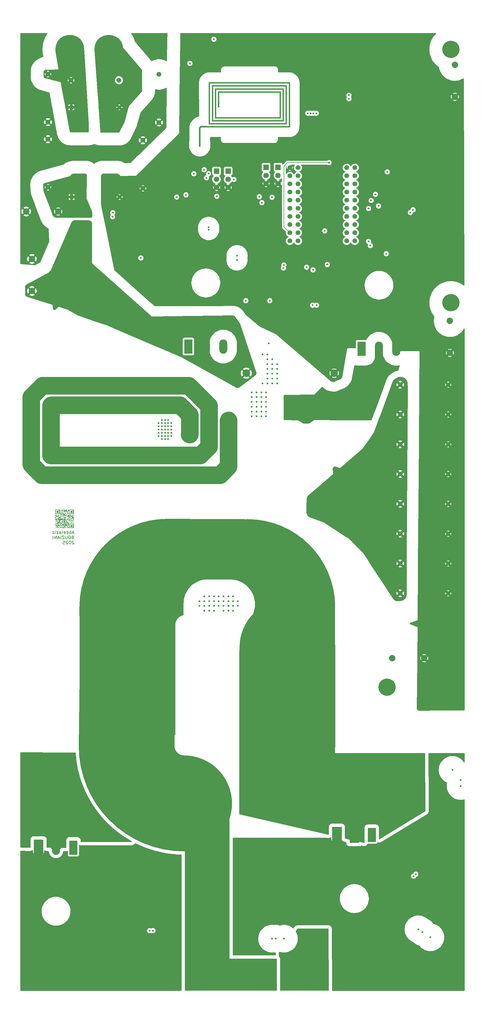
<source format=gbl>
G04 #@! TF.GenerationSoftware,KiCad,Pcbnew,9.0.3*
G04 #@! TF.CreationDate,2025-10-12T10:39:54+02:00*
G04 #@! TF.ProjectId,LLC_DCDC_V5,4c4c435f-4443-4444-935f-56352e6b6963,rev?*
G04 #@! TF.SameCoordinates,Original*
G04 #@! TF.FileFunction,Copper,L4,Bot*
G04 #@! TF.FilePolarity,Positive*
%FSLAX46Y46*%
G04 Gerber Fmt 4.6, Leading zero omitted, Abs format (unit mm)*
G04 Created by KiCad (PCBNEW 9.0.3) date 2025-10-12 10:39:54*
%MOMM*%
%LPD*%
G01*
G04 APERTURE LIST*
G04 #@! TA.AperFunction,Conductor*
%ADD10C,0.200000*%
G04 #@! TD*
G04 #@! TA.AperFunction,Conductor*
%ADD11C,0.100000*%
G04 #@! TD*
G04 #@! TA.AperFunction,Conductor*
%ADD12C,0.500000*%
G04 #@! TD*
%ADD13C,0.200000*%
G04 #@! TA.AperFunction,NonConductor*
%ADD14C,0.200000*%
G04 #@! TD*
G04 #@! TA.AperFunction,EtchedComponent*
%ADD15C,30.000000*%
G04 #@! TD*
G04 #@! TA.AperFunction,EtchedComponent*
%ADD16C,18.880000*%
G04 #@! TD*
G04 #@! TA.AperFunction,EtchedComponent*
%ADD17C,0.200000*%
G04 #@! TD*
G04 #@! TA.AperFunction,EtchedComponent*
%ADD18C,0.300000*%
G04 #@! TD*
G04 #@! TA.AperFunction,EtchedComponent*
%ADD19C,0.000000*%
G04 #@! TD*
G04 #@! TA.AperFunction,EtchedComponent*
%ADD20C,0.450000*%
G04 #@! TD*
G04 #@! TA.AperFunction,ComponentPad*
%ADD21C,1.500000*%
G04 #@! TD*
G04 #@! TA.AperFunction,ComponentPad*
%ADD22R,1.300000X1.300000*%
G04 #@! TD*
G04 #@! TA.AperFunction,ComponentPad*
%ADD23C,1.300000*%
G04 #@! TD*
G04 #@! TA.AperFunction,ComponentPad*
%ADD24C,0.800000*%
G04 #@! TD*
G04 #@! TA.AperFunction,ComponentPad*
%ADD25C,5.400000*%
G04 #@! TD*
G04 #@! TA.AperFunction,ComponentPad*
%ADD26R,2.500000X4.500000*%
G04 #@! TD*
G04 #@! TA.AperFunction,ComponentPad*
%ADD27O,2.500000X4.500000*%
G04 #@! TD*
G04 #@! TA.AperFunction,ComponentPad*
%ADD28C,2.000000*%
G04 #@! TD*
G04 #@! TA.AperFunction,ComponentPad*
%ADD29C,1.400000*%
G04 #@! TD*
G04 #@! TA.AperFunction,ComponentPad*
%ADD30R,1.700000X1.700000*%
G04 #@! TD*
G04 #@! TA.AperFunction,ComponentPad*
%ADD31C,1.700000*%
G04 #@! TD*
G04 #@! TA.AperFunction,ComponentPad*
%ADD32C,0.900000*%
G04 #@! TD*
G04 #@! TA.AperFunction,ComponentPad*
%ADD33C,9.000000*%
G04 #@! TD*
G04 #@! TA.AperFunction,ComponentPad*
%ADD34C,2.400000*%
G04 #@! TD*
G04 #@! TA.AperFunction,ComponentPad*
%ADD35C,1.508000*%
G04 #@! TD*
G04 #@! TA.AperFunction,ViaPad*
%ADD36C,0.600000*%
G04 #@! TD*
G04 #@! TA.AperFunction,Conductor*
%ADD37C,5.500000*%
G04 #@! TD*
G04 APERTURE END LIST*
G04 #@! TA.AperFunction,Conductor*
G36*
X194190000Y-146020000D02*
G01*
X197225000Y-146020000D01*
X197225000Y-151920000D01*
X194190000Y-151920000D01*
X194190000Y-146020000D01*
G37*
G04 #@! TD.AperFunction*
D10*
X92018321Y-68209014D02*
X91088321Y-68609014D01*
X89918321Y-63659014D01*
X90928321Y-63359014D01*
X92018321Y-68209014D01*
G04 #@! TA.AperFunction,Conductor*
G36*
X92018321Y-68209014D02*
G01*
X91088321Y-68609014D01*
X89918321Y-63659014D01*
X90928321Y-63359014D01*
X92018321Y-68209014D01*
G37*
G04 #@! TD.AperFunction*
X136850000Y-80930000D02*
X136830000Y-68080000D01*
G04 #@! TA.AperFunction,NonConductor*
G36*
X92150000Y-205950000D02*
G01*
X92350000Y-205950000D01*
X92350000Y-206150000D01*
X92150000Y-206150000D01*
X92150000Y-205950000D01*
G37*
G04 #@! TD.AperFunction*
G04 #@! TA.AperFunction,NonConductor*
G36*
X91550000Y-204350000D02*
G01*
X91750000Y-204350000D01*
X91750000Y-204550000D01*
X91550000Y-204550000D01*
X91550000Y-204350000D01*
G37*
G04 #@! TD.AperFunction*
G04 #@! TA.AperFunction,NonConductor*
G36*
X92750000Y-205750000D02*
G01*
X92950000Y-205750000D01*
X92950000Y-205950000D01*
X92750000Y-205950000D01*
X92750000Y-205750000D01*
G37*
G04 #@! TD.AperFunction*
G04 #@! TA.AperFunction,NonConductor*
G36*
X90750000Y-205150000D02*
G01*
X90950000Y-205150000D01*
X90950000Y-205350000D01*
X90750000Y-205350000D01*
X90750000Y-205150000D01*
G37*
G04 #@! TD.AperFunction*
G04 #@! TA.AperFunction,NonConductor*
G36*
X89550000Y-205550000D02*
G01*
X89750000Y-205550000D01*
X89750000Y-205750000D01*
X89550000Y-205750000D01*
X89550000Y-205550000D01*
G37*
G04 #@! TD.AperFunction*
G04 #@! TA.AperFunction,NonConductor*
G36*
X92750000Y-203350000D02*
G01*
X92950000Y-203350000D01*
X92950000Y-203550000D01*
X92750000Y-203550000D01*
X92750000Y-203350000D01*
G37*
G04 #@! TD.AperFunction*
G04 #@! TA.AperFunction,NonConductor*
G36*
X92150000Y-206350000D02*
G01*
X92350000Y-206350000D01*
X92350000Y-206550000D01*
X92150000Y-206550000D01*
X92150000Y-206350000D01*
G37*
G04 #@! TD.AperFunction*
G04 #@! TA.AperFunction,NonConductor*
G36*
X90950000Y-205150000D02*
G01*
X91150000Y-205150000D01*
X91150000Y-205350000D01*
X90950000Y-205350000D01*
X90950000Y-205150000D01*
G37*
G04 #@! TD.AperFunction*
G04 #@! TA.AperFunction,NonConductor*
G36*
X89350000Y-204950000D02*
G01*
X89550000Y-204950000D01*
X89550000Y-205150000D01*
X89350000Y-205150000D01*
X89350000Y-204950000D01*
G37*
G04 #@! TD.AperFunction*
G04 #@! TA.AperFunction,NonConductor*
G36*
X89950000Y-202550000D02*
G01*
X90150000Y-202550000D01*
X90150000Y-202750000D01*
X89950000Y-202750000D01*
X89950000Y-202550000D01*
G37*
G04 #@! TD.AperFunction*
G04 #@! TA.AperFunction,NonConductor*
G36*
X91350000Y-204950000D02*
G01*
X91550000Y-204950000D01*
X91550000Y-205150000D01*
X91350000Y-205150000D01*
X91350000Y-204950000D01*
G37*
G04 #@! TD.AperFunction*
G04 #@! TA.AperFunction,NonConductor*
G36*
X90350000Y-203350000D02*
G01*
X90550000Y-203350000D01*
X90550000Y-203550000D01*
X90350000Y-203550000D01*
X90350000Y-203350000D01*
G37*
G04 #@! TD.AperFunction*
G04 #@! TA.AperFunction,NonConductor*
G36*
X91750000Y-204350000D02*
G01*
X91950000Y-204350000D01*
X91950000Y-204550000D01*
X91750000Y-204550000D01*
X91750000Y-204350000D01*
G37*
G04 #@! TD.AperFunction*
G04 #@! TA.AperFunction,NonConductor*
G36*
X88750000Y-201950000D02*
G01*
X88950000Y-201950000D01*
X88950000Y-202150000D01*
X88750000Y-202150000D01*
X88750000Y-201950000D01*
G37*
G04 #@! TD.AperFunction*
G04 #@! TA.AperFunction,NonConductor*
G36*
X92350000Y-204150000D02*
G01*
X92550000Y-204150000D01*
X92550000Y-204350000D01*
X92350000Y-204350000D01*
X92350000Y-204150000D01*
G37*
G04 #@! TD.AperFunction*
G04 #@! TA.AperFunction,NonConductor*
G36*
X89150000Y-201950000D02*
G01*
X89350000Y-201950000D01*
X89350000Y-202150000D01*
X89150000Y-202150000D01*
X89150000Y-201950000D01*
G37*
G04 #@! TD.AperFunction*
G04 #@! TA.AperFunction,NonConductor*
G36*
X93950000Y-201950000D02*
G01*
X94150000Y-201950000D01*
X94150000Y-202150000D01*
X93950000Y-202150000D01*
X93950000Y-201950000D01*
G37*
G04 #@! TD.AperFunction*
G04 #@! TA.AperFunction,NonConductor*
G36*
X89750000Y-202950000D02*
G01*
X89950000Y-202950000D01*
X89950000Y-203150000D01*
X89750000Y-203150000D01*
X89750000Y-202950000D01*
G37*
G04 #@! TD.AperFunction*
G04 #@! TA.AperFunction,NonConductor*
G36*
X90950000Y-204350000D02*
G01*
X91150000Y-204350000D01*
X91150000Y-204550000D01*
X90950000Y-204550000D01*
X90950000Y-204350000D01*
G37*
G04 #@! TD.AperFunction*
G04 #@! TA.AperFunction,NonConductor*
G36*
X92750000Y-201350000D02*
G01*
X92950000Y-201350000D01*
X92950000Y-201550000D01*
X92750000Y-201550000D01*
X92750000Y-201350000D01*
G37*
G04 #@! TD.AperFunction*
G04 #@! TA.AperFunction,NonConductor*
G36*
X89950000Y-205350000D02*
G01*
X90150000Y-205350000D01*
X90150000Y-205550000D01*
X89950000Y-205550000D01*
X89950000Y-205350000D01*
G37*
G04 #@! TD.AperFunction*
G04 #@! TA.AperFunction,NonConductor*
G36*
X94350000Y-205350000D02*
G01*
X94550000Y-205350000D01*
X94550000Y-205550000D01*
X94350000Y-205550000D01*
X94350000Y-205350000D01*
G37*
G04 #@! TD.AperFunction*
G04 #@! TA.AperFunction,NonConductor*
G36*
X92350000Y-202550000D02*
G01*
X92550000Y-202550000D01*
X92550000Y-202750000D01*
X92350000Y-202750000D01*
X92350000Y-202550000D01*
G37*
G04 #@! TD.AperFunction*
G04 #@! TA.AperFunction,NonConductor*
G36*
X92950000Y-202950000D02*
G01*
X93150000Y-202950000D01*
X93150000Y-203150000D01*
X92950000Y-203150000D01*
X92950000Y-202950000D01*
G37*
G04 #@! TD.AperFunction*
G04 #@! TA.AperFunction,NonConductor*
G36*
X93950000Y-205750000D02*
G01*
X94150000Y-205750000D01*
X94150000Y-205950000D01*
X93950000Y-205950000D01*
X93950000Y-205750000D01*
G37*
G04 #@! TD.AperFunction*
G04 #@! TA.AperFunction,NonConductor*
G36*
X94350000Y-201350000D02*
G01*
X94550000Y-201350000D01*
X94550000Y-201550000D01*
X94350000Y-201550000D01*
X94350000Y-201350000D01*
G37*
G04 #@! TD.AperFunction*
G04 #@! TA.AperFunction,NonConductor*
G36*
X93950000Y-202150000D02*
G01*
X94150000Y-202150000D01*
X94150000Y-202350000D01*
X93950000Y-202350000D01*
X93950000Y-202150000D01*
G37*
G04 #@! TD.AperFunction*
G04 #@! TA.AperFunction,NonConductor*
G36*
X91150000Y-205350000D02*
G01*
X91350000Y-205350000D01*
X91350000Y-205550000D01*
X91150000Y-205550000D01*
X91150000Y-205350000D01*
G37*
G04 #@! TD.AperFunction*
G04 #@! TA.AperFunction,NonConductor*
G36*
X89350000Y-201750000D02*
G01*
X89550000Y-201750000D01*
X89550000Y-201950000D01*
X89350000Y-201950000D01*
X89350000Y-201750000D01*
G37*
G04 #@! TD.AperFunction*
G04 #@! TA.AperFunction,NonConductor*
G36*
X89550000Y-206350000D02*
G01*
X89750000Y-206350000D01*
X89750000Y-206550000D01*
X89550000Y-206550000D01*
X89550000Y-206350000D01*
G37*
G04 #@! TD.AperFunction*
G04 #@! TA.AperFunction,NonConductor*
G36*
X93350000Y-206950000D02*
G01*
X93550000Y-206950000D01*
X93550000Y-207150000D01*
X93350000Y-207150000D01*
X93350000Y-206950000D01*
G37*
G04 #@! TD.AperFunction*
G04 #@! TA.AperFunction,NonConductor*
G36*
X90350000Y-205350000D02*
G01*
X90550000Y-205350000D01*
X90550000Y-205550000D01*
X90350000Y-205550000D01*
X90350000Y-205350000D01*
G37*
G04 #@! TD.AperFunction*
G04 #@! TA.AperFunction,Conductor*
G36*
X175136250Y-277400000D02*
G01*
X177743750Y-277400000D01*
X177743750Y-282250000D01*
X175136250Y-282250000D01*
X175136250Y-277400000D01*
G37*
G04 #@! TD.AperFunction*
G04 #@! TA.AperFunction,NonConductor*
G36*
X88950000Y-202550000D02*
G01*
X89150000Y-202550000D01*
X89150000Y-202750000D01*
X88950000Y-202750000D01*
X88950000Y-202550000D01*
G37*
G04 #@! TD.AperFunction*
G04 #@! TA.AperFunction,NonConductor*
G36*
X91950000Y-205150000D02*
G01*
X92150000Y-205150000D01*
X92150000Y-205350000D01*
X91950000Y-205350000D01*
X91950000Y-205150000D01*
G37*
G04 #@! TD.AperFunction*
G04 #@! TA.AperFunction,NonConductor*
G36*
X93550000Y-205750000D02*
G01*
X93750000Y-205750000D01*
X93750000Y-205950000D01*
X93550000Y-205950000D01*
X93550000Y-205750000D01*
G37*
G04 #@! TD.AperFunction*
G04 #@! TA.AperFunction,NonConductor*
G36*
X91750000Y-206950000D02*
G01*
X91950000Y-206950000D01*
X91950000Y-207150000D01*
X91750000Y-207150000D01*
X91750000Y-206950000D01*
G37*
G04 #@! TD.AperFunction*
G04 #@! TA.AperFunction,NonConductor*
G36*
X93950000Y-206950000D02*
G01*
X94150000Y-206950000D01*
X94150000Y-207150000D01*
X93950000Y-207150000D01*
X93950000Y-206950000D01*
G37*
G04 #@! TD.AperFunction*
G04 #@! TA.AperFunction,NonConductor*
G36*
X89950000Y-202350000D02*
G01*
X90150000Y-202350000D01*
X90150000Y-202550000D01*
X89950000Y-202550000D01*
X89950000Y-202350000D01*
G37*
G04 #@! TD.AperFunction*
G04 #@! TA.AperFunction,NonConductor*
G36*
X91550000Y-205150000D02*
G01*
X91750000Y-205150000D01*
X91750000Y-205350000D01*
X91550000Y-205350000D01*
X91550000Y-205150000D01*
G37*
G04 #@! TD.AperFunction*
G04 #@! TA.AperFunction,NonConductor*
G36*
X92750000Y-201750000D02*
G01*
X92950000Y-201750000D01*
X92950000Y-201950000D01*
X92750000Y-201950000D01*
X92750000Y-201750000D01*
G37*
G04 #@! TD.AperFunction*
G04 #@! TA.AperFunction,NonConductor*
G36*
X92550000Y-202150000D02*
G01*
X92750000Y-202150000D01*
X92750000Y-202350000D01*
X92550000Y-202350000D01*
X92550000Y-202150000D01*
G37*
G04 #@! TD.AperFunction*
G04 #@! TA.AperFunction,NonConductor*
G36*
X90150000Y-204150000D02*
G01*
X90350000Y-204150000D01*
X90350000Y-204350000D01*
X90150000Y-204350000D01*
X90150000Y-204150000D01*
G37*
G04 #@! TD.AperFunction*
G04 #@! TA.AperFunction,NonConductor*
G36*
X89950000Y-205150000D02*
G01*
X90150000Y-205150000D01*
X90150000Y-205350000D01*
X89950000Y-205350000D01*
X89950000Y-205150000D01*
G37*
G04 #@! TD.AperFunction*
G04 #@! TA.AperFunction,NonConductor*
G36*
X90550000Y-205550000D02*
G01*
X90750000Y-205550000D01*
X90750000Y-205750000D01*
X90550000Y-205750000D01*
X90550000Y-205550000D01*
G37*
G04 #@! TD.AperFunction*
G04 #@! TA.AperFunction,NonConductor*
G36*
X91750000Y-202350000D02*
G01*
X91950000Y-202350000D01*
X91950000Y-202550000D01*
X91750000Y-202550000D01*
X91750000Y-202350000D01*
G37*
G04 #@! TD.AperFunction*
G04 #@! TA.AperFunction,NonConductor*
G36*
X93750000Y-206150000D02*
G01*
X93950000Y-206150000D01*
X93950000Y-206350000D01*
X93750000Y-206350000D01*
X93750000Y-206150000D01*
G37*
G04 #@! TD.AperFunction*
G04 #@! TA.AperFunction,NonConductor*
G36*
X89350000Y-205550000D02*
G01*
X89550000Y-205550000D01*
X89550000Y-205750000D01*
X89350000Y-205750000D01*
X89350000Y-205550000D01*
G37*
G04 #@! TD.AperFunction*
G04 #@! TA.AperFunction,NonConductor*
G36*
X88750000Y-203750000D02*
G01*
X88950000Y-203750000D01*
X88950000Y-203950000D01*
X88750000Y-203950000D01*
X88750000Y-203750000D01*
G37*
G04 #@! TD.AperFunction*
G04 #@! TA.AperFunction,NonConductor*
G36*
X93150000Y-204550000D02*
G01*
X93350000Y-204550000D01*
X93350000Y-204750000D01*
X93150000Y-204750000D01*
X93150000Y-204550000D01*
G37*
G04 #@! TD.AperFunction*
G04 #@! TA.AperFunction,NonConductor*
G36*
X88750000Y-205350000D02*
G01*
X88950000Y-205350000D01*
X88950000Y-205550000D01*
X88750000Y-205550000D01*
X88750000Y-205350000D01*
G37*
G04 #@! TD.AperFunction*
G04 #@! TA.AperFunction,NonConductor*
G36*
X90350000Y-206750000D02*
G01*
X90550000Y-206750000D01*
X90550000Y-206950000D01*
X90350000Y-206950000D01*
X90350000Y-206750000D01*
G37*
G04 #@! TD.AperFunction*
G04 #@! TA.AperFunction,NonConductor*
G36*
X94350000Y-206150000D02*
G01*
X94550000Y-206150000D01*
X94550000Y-206350000D01*
X94350000Y-206350000D01*
X94350000Y-206150000D01*
G37*
G04 #@! TD.AperFunction*
G04 #@! TA.AperFunction,NonConductor*
G36*
X90350000Y-202150000D02*
G01*
X90550000Y-202150000D01*
X90550000Y-202350000D01*
X90350000Y-202350000D01*
X90350000Y-202150000D01*
G37*
G04 #@! TD.AperFunction*
G04 #@! TA.AperFunction,NonConductor*
G36*
X88750000Y-203550000D02*
G01*
X88950000Y-203550000D01*
X88950000Y-203750000D01*
X88750000Y-203750000D01*
X88750000Y-203550000D01*
G37*
G04 #@! TD.AperFunction*
G04 #@! TA.AperFunction,NonConductor*
G36*
X92950000Y-204350000D02*
G01*
X93150000Y-204350000D01*
X93150000Y-204550000D01*
X92950000Y-204550000D01*
X92950000Y-204350000D01*
G37*
G04 #@! TD.AperFunction*
G04 #@! TA.AperFunction,NonConductor*
G36*
X91550000Y-203150000D02*
G01*
X91750000Y-203150000D01*
X91750000Y-203350000D01*
X91550000Y-203350000D01*
X91550000Y-203150000D01*
G37*
G04 #@! TD.AperFunction*
G04 #@! TA.AperFunction,NonConductor*
G36*
X91550000Y-204950000D02*
G01*
X91750000Y-204950000D01*
X91750000Y-205150000D01*
X91550000Y-205150000D01*
X91550000Y-204950000D01*
G37*
G04 #@! TD.AperFunction*
G04 #@! TA.AperFunction,NonConductor*
G36*
X91550000Y-201550000D02*
G01*
X91750000Y-201550000D01*
X91750000Y-201750000D01*
X91550000Y-201750000D01*
X91550000Y-201550000D01*
G37*
G04 #@! TD.AperFunction*
G04 #@! TA.AperFunction,NonConductor*
G36*
X88750000Y-201350000D02*
G01*
X88950000Y-201350000D01*
X88950000Y-201550000D01*
X88750000Y-201550000D01*
X88750000Y-201350000D01*
G37*
G04 #@! TD.AperFunction*
G04 #@! TA.AperFunction,NonConductor*
G36*
X92150000Y-205550000D02*
G01*
X92350000Y-205550000D01*
X92350000Y-205750000D01*
X92150000Y-205750000D01*
X92150000Y-205550000D01*
G37*
G04 #@! TD.AperFunction*
G04 #@! TA.AperFunction,NonConductor*
G36*
X92550000Y-205150000D02*
G01*
X92750000Y-205150000D01*
X92750000Y-205350000D01*
X92550000Y-205350000D01*
X92550000Y-205150000D01*
G37*
G04 #@! TD.AperFunction*
G04 #@! TA.AperFunction,NonConductor*
G36*
X93550000Y-205350000D02*
G01*
X93750000Y-205350000D01*
X93750000Y-205550000D01*
X93550000Y-205550000D01*
X93550000Y-205350000D01*
G37*
G04 #@! TD.AperFunction*
G04 #@! TA.AperFunction,NonConductor*
G36*
X89150000Y-202150000D02*
G01*
X89350000Y-202150000D01*
X89350000Y-202350000D01*
X89150000Y-202350000D01*
X89150000Y-202150000D01*
G37*
G04 #@! TD.AperFunction*
G04 #@! TA.AperFunction,NonConductor*
G36*
X90550000Y-206750000D02*
G01*
X90750000Y-206750000D01*
X90750000Y-206950000D01*
X90550000Y-206950000D01*
X90550000Y-206750000D01*
G37*
G04 #@! TD.AperFunction*
G04 #@! TA.AperFunction,NonConductor*
G36*
X91150000Y-202950000D02*
G01*
X91350000Y-202950000D01*
X91350000Y-203150000D01*
X91150000Y-203150000D01*
X91150000Y-202950000D01*
G37*
G04 #@! TD.AperFunction*
G04 #@! TA.AperFunction,NonConductor*
G36*
X90350000Y-204150000D02*
G01*
X90550000Y-204150000D01*
X90550000Y-204350000D01*
X90350000Y-204350000D01*
X90350000Y-204150000D01*
G37*
G04 #@! TD.AperFunction*
G04 #@! TA.AperFunction,NonConductor*
G36*
X94150000Y-204150000D02*
G01*
X94350000Y-204150000D01*
X94350000Y-204350000D01*
X94150000Y-204350000D01*
X94150000Y-204150000D01*
G37*
G04 #@! TD.AperFunction*
G04 #@! TA.AperFunction,NonConductor*
G36*
X92550000Y-205950000D02*
G01*
X92750000Y-205950000D01*
X92750000Y-206150000D01*
X92550000Y-206150000D01*
X92550000Y-205950000D01*
G37*
G04 #@! TD.AperFunction*
G04 #@! TA.AperFunction,NonConductor*
G36*
X93150000Y-202150000D02*
G01*
X93350000Y-202150000D01*
X93350000Y-202350000D01*
X93150000Y-202350000D01*
X93150000Y-202150000D01*
G37*
G04 #@! TD.AperFunction*
G04 #@! TA.AperFunction,NonConductor*
G36*
X93950000Y-204750000D02*
G01*
X94150000Y-204750000D01*
X94150000Y-204950000D01*
X93950000Y-204950000D01*
X93950000Y-204750000D01*
G37*
G04 #@! TD.AperFunction*
G04 #@! TA.AperFunction,NonConductor*
G36*
X91750000Y-205550000D02*
G01*
X91950000Y-205550000D01*
X91950000Y-205750000D01*
X91750000Y-205750000D01*
X91750000Y-205550000D01*
G37*
G04 #@! TD.AperFunction*
G04 #@! TA.AperFunction,NonConductor*
G36*
X93950000Y-201350000D02*
G01*
X94150000Y-201350000D01*
X94150000Y-201550000D01*
X93950000Y-201550000D01*
X93950000Y-201350000D01*
G37*
G04 #@! TD.AperFunction*
G04 #@! TA.AperFunction,NonConductor*
G36*
X88950000Y-204950000D02*
G01*
X89150000Y-204950000D01*
X89150000Y-205150000D01*
X88950000Y-205150000D01*
X88950000Y-204950000D01*
G37*
G04 #@! TD.AperFunction*
G04 #@! TA.AperFunction,Conductor*
G36*
X133680000Y-147415000D02*
G01*
X137110000Y-147415000D01*
X137110000Y-155465000D01*
X133680000Y-155465000D01*
X133680000Y-147415000D01*
G37*
G04 #@! TD.AperFunction*
G04 #@! TA.AperFunction,NonConductor*
G36*
X90750000Y-201950000D02*
G01*
X90950000Y-201950000D01*
X90950000Y-202150000D01*
X90750000Y-202150000D01*
X90750000Y-201950000D01*
G37*
G04 #@! TD.AperFunction*
G04 #@! TA.AperFunction,NonConductor*
G36*
X90750000Y-203350000D02*
G01*
X90950000Y-203350000D01*
X90950000Y-203550000D01*
X90750000Y-203550000D01*
X90750000Y-203350000D01*
G37*
G04 #@! TD.AperFunction*
G04 #@! TA.AperFunction,NonConductor*
G36*
X88750000Y-202950000D02*
G01*
X88950000Y-202950000D01*
X88950000Y-203150000D01*
X88750000Y-203150000D01*
X88750000Y-202950000D01*
G37*
G04 #@! TD.AperFunction*
G04 #@! TA.AperFunction,NonConductor*
G36*
X91550000Y-204750000D02*
G01*
X91750000Y-204750000D01*
X91750000Y-204950000D01*
X91550000Y-204950000D01*
X91550000Y-204750000D01*
G37*
G04 #@! TD.AperFunction*
G04 #@! TA.AperFunction,NonConductor*
G36*
X89950000Y-206950000D02*
G01*
X90150000Y-206950000D01*
X90150000Y-207150000D01*
X89950000Y-207150000D01*
X89950000Y-206950000D01*
G37*
G04 #@! TD.AperFunction*
G04 #@! TA.AperFunction,NonConductor*
G36*
X94350000Y-201750000D02*
G01*
X94550000Y-201750000D01*
X94550000Y-201950000D01*
X94350000Y-201950000D01*
X94350000Y-201750000D01*
G37*
G04 #@! TD.AperFunction*
G04 #@! TA.AperFunction,NonConductor*
G36*
X90750000Y-202550000D02*
G01*
X90950000Y-202550000D01*
X90950000Y-202750000D01*
X90750000Y-202750000D01*
X90750000Y-202550000D01*
G37*
G04 #@! TD.AperFunction*
G04 #@! TA.AperFunction,NonConductor*
G36*
X89550000Y-205750000D02*
G01*
X89750000Y-205750000D01*
X89750000Y-205950000D01*
X89550000Y-205950000D01*
X89550000Y-205750000D01*
G37*
G04 #@! TD.AperFunction*
G04 #@! TA.AperFunction,NonConductor*
G36*
X92150000Y-205150000D02*
G01*
X92350000Y-205150000D01*
X92350000Y-205350000D01*
X92150000Y-205350000D01*
X92150000Y-205150000D01*
G37*
G04 #@! TD.AperFunction*
G04 #@! TA.AperFunction,NonConductor*
G36*
X93550000Y-204950000D02*
G01*
X93750000Y-204950000D01*
X93750000Y-205150000D01*
X93550000Y-205150000D01*
X93550000Y-204950000D01*
G37*
G04 #@! TD.AperFunction*
G04 #@! TA.AperFunction,NonConductor*
G36*
X93550000Y-204150000D02*
G01*
X93750000Y-204150000D01*
X93750000Y-204350000D01*
X93550000Y-204350000D01*
X93550000Y-204150000D01*
G37*
G04 #@! TD.AperFunction*
G04 #@! TA.AperFunction,NonConductor*
G36*
X89750000Y-206150000D02*
G01*
X89950000Y-206150000D01*
X89950000Y-206350000D01*
X89750000Y-206350000D01*
X89750000Y-206150000D01*
G37*
G04 #@! TD.AperFunction*
G04 #@! TA.AperFunction,NonConductor*
G36*
X94150000Y-205750000D02*
G01*
X94350000Y-205750000D01*
X94350000Y-205950000D01*
X94150000Y-205950000D01*
X94150000Y-205750000D01*
G37*
G04 #@! TD.AperFunction*
G04 #@! TA.AperFunction,NonConductor*
G36*
X90550000Y-202750000D02*
G01*
X90750000Y-202750000D01*
X90750000Y-202950000D01*
X90550000Y-202950000D01*
X90550000Y-202750000D01*
G37*
G04 #@! TD.AperFunction*
G04 #@! TA.AperFunction,NonConductor*
G36*
X92750000Y-205550000D02*
G01*
X92950000Y-205550000D01*
X92950000Y-205750000D01*
X92750000Y-205750000D01*
X92750000Y-205550000D01*
G37*
G04 #@! TD.AperFunction*
G04 #@! TA.AperFunction,NonConductor*
G36*
X93150000Y-202350000D02*
G01*
X93350000Y-202350000D01*
X93350000Y-202550000D01*
X93150000Y-202550000D01*
X93150000Y-202350000D01*
G37*
G04 #@! TD.AperFunction*
G04 #@! TA.AperFunction,NonConductor*
G36*
X93550000Y-204750000D02*
G01*
X93750000Y-204750000D01*
X93750000Y-204950000D01*
X93550000Y-204950000D01*
X93550000Y-204750000D01*
G37*
G04 #@! TD.AperFunction*
G04 #@! TA.AperFunction,NonConductor*
G36*
X91550000Y-205950000D02*
G01*
X91750000Y-205950000D01*
X91750000Y-206150000D01*
X91550000Y-206150000D01*
X91550000Y-205950000D01*
G37*
G04 #@! TD.AperFunction*
G04 #@! TA.AperFunction,NonConductor*
G36*
X93550000Y-203950000D02*
G01*
X93750000Y-203950000D01*
X93750000Y-204150000D01*
X93550000Y-204150000D01*
X93550000Y-203950000D01*
G37*
G04 #@! TD.AperFunction*
G04 #@! TA.AperFunction,NonConductor*
G36*
X94150000Y-203750000D02*
G01*
X94350000Y-203750000D01*
X94350000Y-203950000D01*
X94150000Y-203950000D01*
X94150000Y-203750000D01*
G37*
G04 #@! TD.AperFunction*
G04 #@! TA.AperFunction,NonConductor*
G36*
X93150000Y-204950000D02*
G01*
X93350000Y-204950000D01*
X93350000Y-205150000D01*
X93150000Y-205150000D01*
X93150000Y-204950000D01*
G37*
G04 #@! TD.AperFunction*
G04 #@! TA.AperFunction,NonConductor*
G36*
X88750000Y-203150000D02*
G01*
X88950000Y-203150000D01*
X88950000Y-203350000D01*
X88750000Y-203350000D01*
X88750000Y-203150000D01*
G37*
G04 #@! TD.AperFunction*
G04 #@! TA.AperFunction,NonConductor*
G36*
X93750000Y-204150000D02*
G01*
X93950000Y-204150000D01*
X93950000Y-204350000D01*
X93750000Y-204350000D01*
X93750000Y-204150000D01*
G37*
G04 #@! TD.AperFunction*
G04 #@! TA.AperFunction,Conductor*
G36*
X180815000Y-299560000D02*
G01*
X183850000Y-299560000D01*
X183850000Y-305460000D01*
X180815000Y-305460000D01*
X180815000Y-299560000D01*
G37*
G04 #@! TD.AperFunction*
G04 #@! TA.AperFunction,NonConductor*
G36*
X90750000Y-201550000D02*
G01*
X90950000Y-201550000D01*
X90950000Y-201750000D01*
X90750000Y-201750000D01*
X90750000Y-201550000D01*
G37*
G04 #@! TD.AperFunction*
G04 #@! TA.AperFunction,NonConductor*
G36*
X93150000Y-203750000D02*
G01*
X93350000Y-203750000D01*
X93350000Y-203950000D01*
X93150000Y-203950000D01*
X93150000Y-203750000D01*
G37*
G04 #@! TD.AperFunction*
G04 #@! TA.AperFunction,NonConductor*
G36*
X89750000Y-204350000D02*
G01*
X89950000Y-204350000D01*
X89950000Y-204550000D01*
X89750000Y-204550000D01*
X89750000Y-204350000D01*
G37*
G04 #@! TD.AperFunction*
G04 #@! TA.AperFunction,NonConductor*
G36*
X92550000Y-204350000D02*
G01*
X92750000Y-204350000D01*
X92750000Y-204550000D01*
X92550000Y-204550000D01*
X92550000Y-204350000D01*
G37*
G04 #@! TD.AperFunction*
G04 #@! TA.AperFunction,Conductor*
G36*
X129280000Y-294860000D02*
G01*
X143290000Y-294860000D01*
X143290000Y-308900000D01*
X129280000Y-308900000D01*
X129280000Y-294860000D01*
G37*
G04 #@! TD.AperFunction*
G04 #@! TA.AperFunction,NonConductor*
G36*
X89150000Y-206550000D02*
G01*
X89350000Y-206550000D01*
X89350000Y-206750000D01*
X89150000Y-206750000D01*
X89150000Y-206550000D01*
G37*
G04 #@! TD.AperFunction*
G04 #@! TA.AperFunction,NonConductor*
G36*
X89550000Y-206150000D02*
G01*
X89750000Y-206150000D01*
X89750000Y-206350000D01*
X89550000Y-206350000D01*
X89550000Y-206150000D01*
G37*
G04 #@! TD.AperFunction*
G04 #@! TA.AperFunction,NonConductor*
G36*
X92350000Y-202350000D02*
G01*
X92550000Y-202350000D01*
X92550000Y-202550000D01*
X92350000Y-202550000D01*
X92350000Y-202350000D01*
G37*
G04 #@! TD.AperFunction*
G04 #@! TA.AperFunction,NonConductor*
G36*
X93150000Y-201950000D02*
G01*
X93350000Y-201950000D01*
X93350000Y-202150000D01*
X93150000Y-202150000D01*
X93150000Y-201950000D01*
G37*
G04 #@! TD.AperFunction*
G04 #@! TA.AperFunction,NonConductor*
G36*
X89150000Y-204750000D02*
G01*
X89350000Y-204750000D01*
X89350000Y-204950000D01*
X89150000Y-204950000D01*
X89150000Y-204750000D01*
G37*
G04 #@! TD.AperFunction*
G04 #@! TA.AperFunction,NonConductor*
G36*
X94350000Y-206750000D02*
G01*
X94550000Y-206750000D01*
X94550000Y-206950000D01*
X94350000Y-206950000D01*
X94350000Y-206750000D01*
G37*
G04 #@! TD.AperFunction*
G04 #@! TA.AperFunction,NonConductor*
G36*
X89750000Y-203550000D02*
G01*
X89950000Y-203550000D01*
X89950000Y-203750000D01*
X89750000Y-203750000D01*
X89750000Y-203550000D01*
G37*
G04 #@! TD.AperFunction*
G04 #@! TA.AperFunction,NonConductor*
G36*
X90950000Y-204950000D02*
G01*
X91150000Y-204950000D01*
X91150000Y-205150000D01*
X90950000Y-205150000D01*
X90950000Y-204950000D01*
G37*
G04 #@! TD.AperFunction*
G04 #@! TA.AperFunction,NonConductor*
G36*
X91950000Y-204550000D02*
G01*
X92150000Y-204550000D01*
X92150000Y-204750000D01*
X91950000Y-204750000D01*
X91950000Y-204550000D01*
G37*
G04 #@! TD.AperFunction*
G04 #@! TA.AperFunction,NonConductor*
G36*
X90350000Y-202550000D02*
G01*
X90550000Y-202550000D01*
X90550000Y-202750000D01*
X90350000Y-202750000D01*
X90350000Y-202550000D01*
G37*
G04 #@! TD.AperFunction*
G04 #@! TA.AperFunction,NonConductor*
G36*
X92350000Y-205750000D02*
G01*
X92550000Y-205750000D01*
X92550000Y-205950000D01*
X92350000Y-205950000D01*
X92350000Y-205750000D01*
G37*
G04 #@! TD.AperFunction*
G04 #@! TA.AperFunction,NonConductor*
G36*
X88750000Y-206950000D02*
G01*
X88950000Y-206950000D01*
X88950000Y-207150000D01*
X88750000Y-207150000D01*
X88750000Y-206950000D01*
G37*
G04 #@! TD.AperFunction*
G04 #@! TA.AperFunction,NonConductor*
G36*
X91150000Y-202750000D02*
G01*
X91350000Y-202750000D01*
X91350000Y-202950000D01*
X91150000Y-202950000D01*
X91150000Y-202750000D01*
G37*
G04 #@! TD.AperFunction*
G04 #@! TA.AperFunction,NonConductor*
G36*
X93150000Y-205950000D02*
G01*
X93350000Y-205950000D01*
X93350000Y-206150000D01*
X93150000Y-206150000D01*
X93150000Y-205950000D01*
G37*
G04 #@! TD.AperFunction*
G04 #@! TA.AperFunction,NonConductor*
G36*
X89150000Y-204550000D02*
G01*
X89350000Y-204550000D01*
X89350000Y-204750000D01*
X89150000Y-204750000D01*
X89150000Y-204550000D01*
G37*
G04 #@! TD.AperFunction*
G04 #@! TA.AperFunction,NonConductor*
G36*
X90950000Y-204550000D02*
G01*
X91150000Y-204550000D01*
X91150000Y-204750000D01*
X90950000Y-204750000D01*
X90950000Y-204550000D01*
G37*
G04 #@! TD.AperFunction*
G04 #@! TA.AperFunction,NonConductor*
G36*
X94350000Y-203550000D02*
G01*
X94550000Y-203550000D01*
X94550000Y-203750000D01*
X94350000Y-203750000D01*
X94350000Y-203550000D01*
G37*
G04 #@! TD.AperFunction*
G04 #@! TA.AperFunction,NonConductor*
G36*
X89350000Y-206150000D02*
G01*
X89550000Y-206150000D01*
X89550000Y-206350000D01*
X89350000Y-206350000D01*
X89350000Y-206150000D01*
G37*
G04 #@! TD.AperFunction*
G04 #@! TA.AperFunction,NonConductor*
G36*
X89750000Y-205150000D02*
G01*
X89950000Y-205150000D01*
X89950000Y-205350000D01*
X89750000Y-205350000D01*
X89750000Y-205150000D01*
G37*
G04 #@! TD.AperFunction*
G04 #@! TA.AperFunction,NonConductor*
G36*
X89350000Y-202150000D02*
G01*
X89550000Y-202150000D01*
X89550000Y-202350000D01*
X89350000Y-202350000D01*
X89350000Y-202150000D01*
G37*
G04 #@! TD.AperFunction*
G04 #@! TA.AperFunction,NonConductor*
G36*
X91350000Y-201950000D02*
G01*
X91550000Y-201950000D01*
X91550000Y-202150000D01*
X91350000Y-202150000D01*
X91350000Y-201950000D01*
G37*
G04 #@! TD.AperFunction*
G04 #@! TA.AperFunction,NonConductor*
G36*
X89350000Y-205350000D02*
G01*
X89550000Y-205350000D01*
X89550000Y-205550000D01*
X89350000Y-205550000D01*
X89350000Y-205350000D01*
G37*
G04 #@! TD.AperFunction*
G04 #@! TA.AperFunction,NonConductor*
G36*
X89750000Y-204150000D02*
G01*
X89950000Y-204150000D01*
X89950000Y-204350000D01*
X89750000Y-204350000D01*
X89750000Y-204150000D01*
G37*
G04 #@! TD.AperFunction*
G04 #@! TA.AperFunction,NonConductor*
G36*
X90550000Y-204350000D02*
G01*
X90750000Y-204350000D01*
X90750000Y-204550000D01*
X90550000Y-204550000D01*
X90550000Y-204350000D01*
G37*
G04 #@! TD.AperFunction*
G04 #@! TA.AperFunction,NonConductor*
G36*
X91550000Y-202750000D02*
G01*
X91750000Y-202750000D01*
X91750000Y-202950000D01*
X91550000Y-202950000D01*
X91550000Y-202750000D01*
G37*
G04 #@! TD.AperFunction*
G04 #@! TA.AperFunction,NonConductor*
G36*
X92750000Y-206150000D02*
G01*
X92950000Y-206150000D01*
X92950000Y-206350000D01*
X92750000Y-206350000D01*
X92750000Y-206150000D01*
G37*
G04 #@! TD.AperFunction*
G04 #@! TA.AperFunction,NonConductor*
G36*
X92150000Y-201550000D02*
G01*
X92350000Y-201550000D01*
X92350000Y-201750000D01*
X92150000Y-201750000D01*
X92150000Y-201550000D01*
G37*
G04 #@! TD.AperFunction*
G04 #@! TA.AperFunction,NonConductor*
G36*
X91150000Y-204550000D02*
G01*
X91350000Y-204550000D01*
X91350000Y-204750000D01*
X91150000Y-204750000D01*
X91150000Y-204550000D01*
G37*
G04 #@! TD.AperFunction*
G04 #@! TA.AperFunction,NonConductor*
G36*
X92150000Y-201950000D02*
G01*
X92350000Y-201950000D01*
X92350000Y-202150000D01*
X92150000Y-202150000D01*
X92150000Y-201950000D01*
G37*
G04 #@! TD.AperFunction*
G04 #@! TA.AperFunction,NonConductor*
G36*
X91750000Y-203150000D02*
G01*
X91950000Y-203150000D01*
X91950000Y-203350000D01*
X91750000Y-203350000D01*
X91750000Y-203150000D01*
G37*
G04 #@! TD.AperFunction*
G04 #@! TA.AperFunction,NonConductor*
G36*
X91550000Y-205550000D02*
G01*
X91750000Y-205550000D01*
X91750000Y-205750000D01*
X91550000Y-205750000D01*
X91550000Y-205550000D01*
G37*
G04 #@! TD.AperFunction*
G04 #@! TA.AperFunction,NonConductor*
G36*
X89950000Y-204750000D02*
G01*
X90150000Y-204750000D01*
X90150000Y-204950000D01*
X89950000Y-204950000D01*
X89950000Y-204750000D01*
G37*
G04 #@! TD.AperFunction*
G04 #@! TA.AperFunction,NonConductor*
G36*
X92350000Y-201750000D02*
G01*
X92550000Y-201750000D01*
X92550000Y-201950000D01*
X92350000Y-201950000D01*
X92350000Y-201750000D01*
G37*
G04 #@! TD.AperFunction*
G04 #@! TA.AperFunction,NonConductor*
G36*
X89150000Y-202950000D02*
G01*
X89350000Y-202950000D01*
X89350000Y-203150000D01*
X89150000Y-203150000D01*
X89150000Y-202950000D01*
G37*
G04 #@! TD.AperFunction*
G04 #@! TA.AperFunction,NonConductor*
G36*
X89750000Y-206350000D02*
G01*
X89950000Y-206350000D01*
X89950000Y-206550000D01*
X89750000Y-206550000D01*
X89750000Y-206350000D01*
G37*
G04 #@! TD.AperFunction*
G04 #@! TA.AperFunction,NonConductor*
G36*
X94350000Y-205750000D02*
G01*
X94550000Y-205750000D01*
X94550000Y-205950000D01*
X94350000Y-205950000D01*
X94350000Y-205750000D01*
G37*
G04 #@! TD.AperFunction*
G04 #@! TA.AperFunction,NonConductor*
G36*
X91550000Y-201950000D02*
G01*
X91750000Y-201950000D01*
X91750000Y-202150000D01*
X91550000Y-202150000D01*
X91550000Y-201950000D01*
G37*
G04 #@! TD.AperFunction*
G04 #@! TA.AperFunction,NonConductor*
G36*
X93550000Y-201750000D02*
G01*
X93750000Y-201750000D01*
X93750000Y-201950000D01*
X93550000Y-201950000D01*
X93550000Y-201750000D01*
G37*
G04 #@! TD.AperFunction*
G04 #@! TA.AperFunction,NonConductor*
G36*
X92150000Y-203150000D02*
G01*
X92350000Y-203150000D01*
X92350000Y-203350000D01*
X92150000Y-203350000D01*
X92150000Y-203150000D01*
G37*
G04 #@! TD.AperFunction*
G04 #@! TA.AperFunction,NonConductor*
G36*
X92550000Y-203150000D02*
G01*
X92750000Y-203150000D01*
X92750000Y-203350000D01*
X92550000Y-203350000D01*
X92550000Y-203150000D01*
G37*
G04 #@! TD.AperFunction*
G04 #@! TA.AperFunction,NonConductor*
G36*
X92150000Y-201750000D02*
G01*
X92350000Y-201750000D01*
X92350000Y-201950000D01*
X92150000Y-201950000D01*
X92150000Y-201750000D01*
G37*
G04 #@! TD.AperFunction*
G04 #@! TA.AperFunction,NonConductor*
G36*
X90950000Y-202350000D02*
G01*
X91150000Y-202350000D01*
X91150000Y-202550000D01*
X90950000Y-202550000D01*
X90950000Y-202350000D01*
G37*
G04 #@! TD.AperFunction*
G04 #@! TA.AperFunction,NonConductor*
G36*
X88750000Y-201550000D02*
G01*
X88950000Y-201550000D01*
X88950000Y-201750000D01*
X88750000Y-201750000D01*
X88750000Y-201550000D01*
G37*
G04 #@! TD.AperFunction*
G04 #@! TA.AperFunction,NonConductor*
G36*
X89950000Y-201750000D02*
G01*
X90150000Y-201750000D01*
X90150000Y-201950000D01*
X89950000Y-201950000D01*
X89950000Y-201750000D01*
G37*
G04 #@! TD.AperFunction*
G04 #@! TA.AperFunction,NonConductor*
G36*
X89550000Y-205150000D02*
G01*
X89750000Y-205150000D01*
X89750000Y-205350000D01*
X89550000Y-205350000D01*
X89550000Y-205150000D01*
G37*
G04 #@! TD.AperFunction*
G04 #@! TA.AperFunction,NonConductor*
G36*
X91150000Y-205750000D02*
G01*
X91350000Y-205750000D01*
X91350000Y-205950000D01*
X91150000Y-205950000D01*
X91150000Y-205750000D01*
G37*
G04 #@! TD.AperFunction*
G04 #@! TA.AperFunction,NonConductor*
G36*
X92150000Y-201350000D02*
G01*
X92350000Y-201350000D01*
X92350000Y-201550000D01*
X92150000Y-201550000D01*
X92150000Y-201350000D01*
G37*
G04 #@! TD.AperFunction*
G04 #@! TA.AperFunction,NonConductor*
G36*
X93750000Y-203350000D02*
G01*
X93950000Y-203350000D01*
X93950000Y-203550000D01*
X93750000Y-203550000D01*
X93750000Y-203350000D01*
G37*
G04 #@! TD.AperFunction*
G04 #@! TA.AperFunction,NonConductor*
G36*
X93550000Y-202150000D02*
G01*
X93750000Y-202150000D01*
X93750000Y-202350000D01*
X93550000Y-202350000D01*
X93550000Y-202150000D01*
G37*
G04 #@! TD.AperFunction*
G04 #@! TA.AperFunction,NonConductor*
G36*
X93950000Y-206150000D02*
G01*
X94150000Y-206150000D01*
X94150000Y-206350000D01*
X93950000Y-206350000D01*
X93950000Y-206150000D01*
G37*
G04 #@! TD.AperFunction*
G04 #@! TA.AperFunction,NonConductor*
G36*
X94150000Y-203350000D02*
G01*
X94350000Y-203350000D01*
X94350000Y-203550000D01*
X94150000Y-203550000D01*
X94150000Y-203350000D01*
G37*
G04 #@! TD.AperFunction*
G04 #@! TA.AperFunction,NonConductor*
G36*
X91550000Y-206950000D02*
G01*
X91750000Y-206950000D01*
X91750000Y-207150000D01*
X91550000Y-207150000D01*
X91550000Y-206950000D01*
G37*
G04 #@! TD.AperFunction*
G04 #@! TA.AperFunction,NonConductor*
G36*
X93750000Y-201750000D02*
G01*
X93950000Y-201750000D01*
X93950000Y-201950000D01*
X93750000Y-201950000D01*
X93750000Y-201750000D01*
G37*
G04 #@! TD.AperFunction*
G04 #@! TA.AperFunction,NonConductor*
G36*
X91750000Y-205950000D02*
G01*
X91950000Y-205950000D01*
X91950000Y-206150000D01*
X91750000Y-206150000D01*
X91750000Y-205950000D01*
G37*
G04 #@! TD.AperFunction*
G04 #@! TA.AperFunction,NonConductor*
G36*
X93750000Y-201950000D02*
G01*
X93950000Y-201950000D01*
X93950000Y-202150000D01*
X93750000Y-202150000D01*
X93750000Y-201950000D01*
G37*
G04 #@! TD.AperFunction*
G04 #@! TA.AperFunction,NonConductor*
G36*
X92150000Y-206150000D02*
G01*
X92350000Y-206150000D01*
X92350000Y-206350000D01*
X92150000Y-206350000D01*
X92150000Y-206150000D01*
G37*
G04 #@! TD.AperFunction*
G04 #@! TA.AperFunction,NonConductor*
G36*
X89550000Y-204150000D02*
G01*
X89750000Y-204150000D01*
X89750000Y-204350000D01*
X89550000Y-204350000D01*
X89550000Y-204150000D01*
G37*
G04 #@! TD.AperFunction*
G04 #@! TA.AperFunction,NonConductor*
G36*
X91750000Y-204750000D02*
G01*
X91950000Y-204750000D01*
X91950000Y-204950000D01*
X91750000Y-204950000D01*
X91750000Y-204750000D01*
G37*
G04 #@! TD.AperFunction*
G04 #@! TA.AperFunction,NonConductor*
G36*
X94350000Y-204350000D02*
G01*
X94550000Y-204350000D01*
X94550000Y-204550000D01*
X94350000Y-204550000D01*
X94350000Y-204350000D01*
G37*
G04 #@! TD.AperFunction*
G04 #@! TA.AperFunction,NonConductor*
G36*
X94350000Y-201950000D02*
G01*
X94550000Y-201950000D01*
X94550000Y-202150000D01*
X94350000Y-202150000D01*
X94350000Y-201950000D01*
G37*
G04 #@! TD.AperFunction*
G04 #@! TA.AperFunction,NonConductor*
G36*
X93350000Y-202950000D02*
G01*
X93550000Y-202950000D01*
X93550000Y-203150000D01*
X93350000Y-203150000D01*
X93350000Y-202950000D01*
G37*
G04 #@! TD.AperFunction*
G04 #@! TA.AperFunction,NonConductor*
G36*
X92750000Y-205950000D02*
G01*
X92950000Y-205950000D01*
X92950000Y-206150000D01*
X92750000Y-206150000D01*
X92750000Y-205950000D01*
G37*
G04 #@! TD.AperFunction*
G04 #@! TA.AperFunction,NonConductor*
G36*
X93950000Y-203550000D02*
G01*
X94150000Y-203550000D01*
X94150000Y-203750000D01*
X93950000Y-203750000D01*
X93950000Y-203550000D01*
G37*
G04 #@! TD.AperFunction*
G04 #@! TA.AperFunction,NonConductor*
G36*
X93550000Y-203350000D02*
G01*
X93750000Y-203350000D01*
X93750000Y-203550000D01*
X93550000Y-203550000D01*
X93550000Y-203350000D01*
G37*
G04 #@! TD.AperFunction*
G04 #@! TA.AperFunction,NonConductor*
G36*
X91750000Y-206350000D02*
G01*
X91950000Y-206350000D01*
X91950000Y-206550000D01*
X91750000Y-206550000D01*
X91750000Y-206350000D01*
G37*
G04 #@! TD.AperFunction*
G04 #@! TA.AperFunction,NonConductor*
G36*
X93150000Y-202550000D02*
G01*
X93350000Y-202550000D01*
X93350000Y-202750000D01*
X93150000Y-202750000D01*
X93150000Y-202550000D01*
G37*
G04 #@! TD.AperFunction*
G04 #@! TA.AperFunction,NonConductor*
G36*
X92550000Y-201950000D02*
G01*
X92750000Y-201950000D01*
X92750000Y-202150000D01*
X92550000Y-202150000D01*
X92550000Y-201950000D01*
G37*
G04 #@! TD.AperFunction*
G04 #@! TA.AperFunction,NonConductor*
G36*
X94350000Y-205950000D02*
G01*
X94550000Y-205950000D01*
X94550000Y-206150000D01*
X94350000Y-206150000D01*
X94350000Y-205950000D01*
G37*
G04 #@! TD.AperFunction*
G04 #@! TA.AperFunction,Conductor*
G36*
X146325000Y-269915000D02*
G01*
X176320000Y-269915000D01*
X176320000Y-293135000D01*
X146325000Y-293135000D01*
X146325000Y-269915000D01*
G37*
G04 #@! TD.AperFunction*
G04 #@! TA.AperFunction,NonConductor*
G36*
X89750000Y-201350000D02*
G01*
X89950000Y-201350000D01*
X89950000Y-201550000D01*
X89750000Y-201550000D01*
X89750000Y-201350000D01*
G37*
G04 #@! TD.AperFunction*
G04 #@! TA.AperFunction,NonConductor*
G36*
X90150000Y-202950000D02*
G01*
X90350000Y-202950000D01*
X90350000Y-203150000D01*
X90150000Y-203150000D01*
X90150000Y-202950000D01*
G37*
G04 #@! TD.AperFunction*
G04 #@! TA.AperFunction,NonConductor*
G36*
X89750000Y-206950000D02*
G01*
X89950000Y-206950000D01*
X89950000Y-207150000D01*
X89750000Y-207150000D01*
X89750000Y-206950000D01*
G37*
G04 #@! TD.AperFunction*
G04 #@! TA.AperFunction,NonConductor*
G36*
X90550000Y-202950000D02*
G01*
X90750000Y-202950000D01*
X90750000Y-203150000D01*
X90550000Y-203150000D01*
X90550000Y-202950000D01*
G37*
G04 #@! TD.AperFunction*
G04 #@! TA.AperFunction,NonConductor*
G36*
X91750000Y-206550000D02*
G01*
X91950000Y-206550000D01*
X91950000Y-206750000D01*
X91750000Y-206750000D01*
X91750000Y-206550000D01*
G37*
G04 #@! TD.AperFunction*
G04 #@! TA.AperFunction,NonConductor*
G36*
X90750000Y-206150000D02*
G01*
X90950000Y-206150000D01*
X90950000Y-206350000D01*
X90750000Y-206350000D01*
X90750000Y-206150000D01*
G37*
G04 #@! TD.AperFunction*
G04 #@! TA.AperFunction,NonConductor*
G36*
X93950000Y-203750000D02*
G01*
X94150000Y-203750000D01*
X94150000Y-203950000D01*
X93950000Y-203950000D01*
X93950000Y-203750000D01*
G37*
G04 #@! TD.AperFunction*
G04 #@! TA.AperFunction,NonConductor*
G36*
X91350000Y-206350000D02*
G01*
X91550000Y-206350000D01*
X91550000Y-206550000D01*
X91350000Y-206550000D01*
X91350000Y-206350000D01*
G37*
G04 #@! TD.AperFunction*
G04 #@! TA.AperFunction,NonConductor*
G36*
X91350000Y-204350000D02*
G01*
X91550000Y-204350000D01*
X91550000Y-204550000D01*
X91350000Y-204550000D01*
X91350000Y-204350000D01*
G37*
G04 #@! TD.AperFunction*
G04 #@! TA.AperFunction,NonConductor*
G36*
X93550000Y-202950000D02*
G01*
X93750000Y-202950000D01*
X93750000Y-203150000D01*
X93550000Y-203150000D01*
X93550000Y-202950000D01*
G37*
G04 #@! TD.AperFunction*
G04 #@! TA.AperFunction,NonConductor*
G36*
X90150000Y-206150000D02*
G01*
X90350000Y-206150000D01*
X90350000Y-206350000D01*
X90150000Y-206350000D01*
X90150000Y-206150000D01*
G37*
G04 #@! TD.AperFunction*
G04 #@! TA.AperFunction,NonConductor*
G36*
X89950000Y-204950000D02*
G01*
X90150000Y-204950000D01*
X90150000Y-205150000D01*
X89950000Y-205150000D01*
X89950000Y-204950000D01*
G37*
G04 #@! TD.AperFunction*
G04 #@! TA.AperFunction,NonConductor*
G36*
X93550000Y-201350000D02*
G01*
X93750000Y-201350000D01*
X93750000Y-201550000D01*
X93550000Y-201550000D01*
X93550000Y-201350000D01*
G37*
G04 #@! TD.AperFunction*
G04 #@! TA.AperFunction,Conductor*
G36*
X87472500Y-301460000D02*
G01*
X90507500Y-301460000D01*
X90507500Y-307360000D01*
X87472500Y-307360000D01*
X87472500Y-301460000D01*
G37*
G04 #@! TD.AperFunction*
G04 #@! TA.AperFunction,NonConductor*
G36*
X90750000Y-205550000D02*
G01*
X90950000Y-205550000D01*
X90950000Y-205750000D01*
X90750000Y-205750000D01*
X90750000Y-205550000D01*
G37*
G04 #@! TD.AperFunction*
G04 #@! TA.AperFunction,NonConductor*
G36*
X90350000Y-201550000D02*
G01*
X90550000Y-201550000D01*
X90550000Y-201750000D01*
X90350000Y-201750000D01*
X90350000Y-201550000D01*
G37*
G04 #@! TD.AperFunction*
G04 #@! TA.AperFunction,NonConductor*
G36*
X93150000Y-206350000D02*
G01*
X93350000Y-206350000D01*
X93350000Y-206550000D01*
X93150000Y-206550000D01*
X93150000Y-206350000D01*
G37*
G04 #@! TD.AperFunction*
G04 #@! TA.AperFunction,NonConductor*
G36*
X94350000Y-202550000D02*
G01*
X94550000Y-202550000D01*
X94550000Y-202750000D01*
X94350000Y-202750000D01*
X94350000Y-202550000D01*
G37*
G04 #@! TD.AperFunction*
G04 #@! TA.AperFunction,NonConductor*
G36*
X94350000Y-206350000D02*
G01*
X94550000Y-206350000D01*
X94550000Y-206550000D01*
X94350000Y-206550000D01*
X94350000Y-206350000D01*
G37*
G04 #@! TD.AperFunction*
G04 #@! TA.AperFunction,NonConductor*
G36*
X93950000Y-206350000D02*
G01*
X94150000Y-206350000D01*
X94150000Y-206550000D01*
X93950000Y-206550000D01*
X93950000Y-206350000D01*
G37*
G04 #@! TD.AperFunction*
G04 #@! TA.AperFunction,NonConductor*
G36*
X92150000Y-204950000D02*
G01*
X92350000Y-204950000D01*
X92350000Y-205150000D01*
X92150000Y-205150000D01*
X92150000Y-204950000D01*
G37*
G04 #@! TD.AperFunction*
G04 #@! TA.AperFunction,NonConductor*
G36*
X92750000Y-205150000D02*
G01*
X92950000Y-205150000D01*
X92950000Y-205350000D01*
X92750000Y-205350000D01*
X92750000Y-205150000D01*
G37*
G04 #@! TD.AperFunction*
G04 #@! TA.AperFunction,NonConductor*
G36*
X93750000Y-202150000D02*
G01*
X93950000Y-202150000D01*
X93950000Y-202350000D01*
X93750000Y-202350000D01*
X93750000Y-202150000D01*
G37*
G04 #@! TD.AperFunction*
G04 #@! TA.AperFunction,NonConductor*
G36*
X90950000Y-201550000D02*
G01*
X91150000Y-201550000D01*
X91150000Y-201750000D01*
X90950000Y-201750000D01*
X90950000Y-201550000D01*
G37*
G04 #@! TD.AperFunction*
G04 #@! TA.AperFunction,NonConductor*
G36*
X89750000Y-204550000D02*
G01*
X89950000Y-204550000D01*
X89950000Y-204750000D01*
X89750000Y-204750000D01*
X89750000Y-204550000D01*
G37*
G04 #@! TD.AperFunction*
G04 #@! TA.AperFunction,NonConductor*
G36*
X93950000Y-205350000D02*
G01*
X94150000Y-205350000D01*
X94150000Y-205550000D01*
X93950000Y-205550000D01*
X93950000Y-205350000D01*
G37*
G04 #@! TD.AperFunction*
G04 #@! TA.AperFunction,NonConductor*
G36*
X90750000Y-203550000D02*
G01*
X90950000Y-203550000D01*
X90950000Y-203750000D01*
X90750000Y-203750000D01*
X90750000Y-203550000D01*
G37*
G04 #@! TD.AperFunction*
G04 #@! TA.AperFunction,NonConductor*
G36*
X90350000Y-203550000D02*
G01*
X90550000Y-203550000D01*
X90550000Y-203750000D01*
X90350000Y-203750000D01*
X90350000Y-203550000D01*
G37*
G04 #@! TD.AperFunction*
G04 #@! TA.AperFunction,NonConductor*
G36*
X89950000Y-202150000D02*
G01*
X90150000Y-202150000D01*
X90150000Y-202350000D01*
X89950000Y-202350000D01*
X89950000Y-202150000D01*
G37*
G04 #@! TD.AperFunction*
D11*
X161970000Y-82015000D02*
X136180000Y-81985000D01*
G04 #@! TA.AperFunction,NonConductor*
G36*
X90150000Y-206550000D02*
G01*
X90350000Y-206550000D01*
X90350000Y-206750000D01*
X90150000Y-206750000D01*
X90150000Y-206550000D01*
G37*
G04 #@! TD.AperFunction*
G04 #@! TA.AperFunction,NonConductor*
G36*
X94350000Y-202150000D02*
G01*
X94550000Y-202150000D01*
X94550000Y-202350000D01*
X94350000Y-202350000D01*
X94350000Y-202150000D01*
G37*
G04 #@! TD.AperFunction*
G04 #@! TA.AperFunction,NonConductor*
G36*
X92350000Y-206550000D02*
G01*
X92550000Y-206550000D01*
X92550000Y-206750000D01*
X92350000Y-206750000D01*
X92350000Y-206550000D01*
G37*
G04 #@! TD.AperFunction*
G04 #@! TA.AperFunction,NonConductor*
G36*
X91950000Y-202550000D02*
G01*
X92150000Y-202550000D01*
X92150000Y-202750000D01*
X91950000Y-202750000D01*
X91950000Y-202550000D01*
G37*
G04 #@! TD.AperFunction*
G04 #@! TA.AperFunction,NonConductor*
G36*
X89350000Y-206950000D02*
G01*
X89550000Y-206950000D01*
X89550000Y-207150000D01*
X89350000Y-207150000D01*
X89350000Y-206950000D01*
G37*
G04 #@! TD.AperFunction*
G04 #@! TA.AperFunction,NonConductor*
G36*
X91350000Y-201750000D02*
G01*
X91550000Y-201750000D01*
X91550000Y-201950000D01*
X91350000Y-201950000D01*
X91350000Y-201750000D01*
G37*
G04 #@! TD.AperFunction*
G04 #@! TA.AperFunction,NonConductor*
G36*
X94150000Y-203150000D02*
G01*
X94350000Y-203150000D01*
X94350000Y-203350000D01*
X94150000Y-203350000D01*
X94150000Y-203150000D01*
G37*
G04 #@! TD.AperFunction*
G04 #@! TA.AperFunction,NonConductor*
G36*
X89150000Y-201350000D02*
G01*
X89350000Y-201350000D01*
X89350000Y-201550000D01*
X89150000Y-201550000D01*
X89150000Y-201350000D01*
G37*
G04 #@! TD.AperFunction*
G04 #@! TA.AperFunction,NonConductor*
G36*
X90150000Y-204550000D02*
G01*
X90350000Y-204550000D01*
X90350000Y-204750000D01*
X90150000Y-204750000D01*
X90150000Y-204550000D01*
G37*
G04 #@! TD.AperFunction*
G04 #@! TA.AperFunction,NonConductor*
G36*
X91950000Y-203750000D02*
G01*
X92150000Y-203750000D01*
X92150000Y-203950000D01*
X91950000Y-203950000D01*
X91950000Y-203750000D01*
G37*
G04 #@! TD.AperFunction*
G04 #@! TA.AperFunction,NonConductor*
G36*
X93150000Y-206550000D02*
G01*
X93350000Y-206550000D01*
X93350000Y-206750000D01*
X93150000Y-206750000D01*
X93150000Y-206550000D01*
G37*
G04 #@! TD.AperFunction*
G04 #@! TA.AperFunction,NonConductor*
G36*
X91150000Y-202550000D02*
G01*
X91350000Y-202550000D01*
X91350000Y-202750000D01*
X91150000Y-202750000D01*
X91150000Y-202550000D01*
G37*
G04 #@! TD.AperFunction*
G04 #@! TA.AperFunction,NonConductor*
G36*
X93950000Y-203350000D02*
G01*
X94150000Y-203350000D01*
X94150000Y-203550000D01*
X93950000Y-203550000D01*
X93950000Y-203350000D01*
G37*
G04 #@! TD.AperFunction*
G04 #@! TA.AperFunction,NonConductor*
G36*
X90350000Y-205950000D02*
G01*
X90550000Y-205950000D01*
X90550000Y-206150000D01*
X90350000Y-206150000D01*
X90350000Y-205950000D01*
G37*
G04 #@! TD.AperFunction*
G04 #@! TA.AperFunction,NonConductor*
G36*
X93550000Y-206150000D02*
G01*
X93750000Y-206150000D01*
X93750000Y-206350000D01*
X93550000Y-206350000D01*
X93550000Y-206150000D01*
G37*
G04 #@! TD.AperFunction*
G04 #@! TA.AperFunction,NonConductor*
G36*
X90350000Y-204550000D02*
G01*
X90550000Y-204550000D01*
X90550000Y-204750000D01*
X90350000Y-204750000D01*
X90350000Y-204550000D01*
G37*
G04 #@! TD.AperFunction*
G04 #@! TA.AperFunction,NonConductor*
G36*
X92750000Y-203950000D02*
G01*
X92950000Y-203950000D01*
X92950000Y-204150000D01*
X92750000Y-204150000D01*
X92750000Y-203950000D01*
G37*
G04 #@! TD.AperFunction*
G04 #@! TA.AperFunction,NonConductor*
G36*
X90950000Y-205950000D02*
G01*
X91150000Y-205950000D01*
X91150000Y-206150000D01*
X90950000Y-206150000D01*
X90950000Y-205950000D01*
G37*
G04 #@! TD.AperFunction*
G04 #@! TA.AperFunction,NonConductor*
G36*
X88750000Y-202350000D02*
G01*
X88950000Y-202350000D01*
X88950000Y-202550000D01*
X88750000Y-202550000D01*
X88750000Y-202350000D01*
G37*
G04 #@! TD.AperFunction*
G04 #@! TA.AperFunction,NonConductor*
G36*
X94350000Y-204150000D02*
G01*
X94550000Y-204150000D01*
X94550000Y-204350000D01*
X94350000Y-204350000D01*
X94350000Y-204150000D01*
G37*
G04 #@! TD.AperFunction*
G04 #@! TA.AperFunction,NonConductor*
G36*
X89750000Y-205350000D02*
G01*
X89950000Y-205350000D01*
X89950000Y-205550000D01*
X89750000Y-205550000D01*
X89750000Y-205350000D01*
G37*
G04 #@! TD.AperFunction*
G04 #@! TA.AperFunction,NonConductor*
G36*
X93750000Y-206350000D02*
G01*
X93950000Y-206350000D01*
X93950000Y-206550000D01*
X93750000Y-206550000D01*
X93750000Y-206350000D01*
G37*
G04 #@! TD.AperFunction*
G04 #@! TA.AperFunction,NonConductor*
G36*
X91350000Y-203750000D02*
G01*
X91550000Y-203750000D01*
X91550000Y-203950000D01*
X91350000Y-203950000D01*
X91350000Y-203750000D01*
G37*
G04 #@! TD.AperFunction*
G04 #@! TA.AperFunction,NonConductor*
G36*
X89550000Y-206750000D02*
G01*
X89750000Y-206750000D01*
X89750000Y-206950000D01*
X89550000Y-206950000D01*
X89550000Y-206750000D01*
G37*
G04 #@! TD.AperFunction*
G04 #@! TA.AperFunction,NonConductor*
G36*
X90150000Y-204750000D02*
G01*
X90350000Y-204750000D01*
X90350000Y-204950000D01*
X90150000Y-204950000D01*
X90150000Y-204750000D01*
G37*
G04 #@! TD.AperFunction*
G04 #@! TA.AperFunction,NonConductor*
G36*
X91550000Y-203750000D02*
G01*
X91750000Y-203750000D01*
X91750000Y-203950000D01*
X91550000Y-203950000D01*
X91550000Y-203750000D01*
G37*
G04 #@! TD.AperFunction*
G04 #@! TA.AperFunction,NonConductor*
G36*
X93950000Y-206550000D02*
G01*
X94150000Y-206550000D01*
X94150000Y-206750000D01*
X93950000Y-206750000D01*
X93950000Y-206550000D01*
G37*
G04 #@! TD.AperFunction*
G04 #@! TA.AperFunction,NonConductor*
G36*
X93550000Y-201950000D02*
G01*
X93750000Y-201950000D01*
X93750000Y-202150000D01*
X93550000Y-202150000D01*
X93550000Y-201950000D01*
G37*
G04 #@! TD.AperFunction*
G04 #@! TA.AperFunction,NonConductor*
G36*
X93550000Y-203150000D02*
G01*
X93750000Y-203150000D01*
X93750000Y-203350000D01*
X93550000Y-203350000D01*
X93550000Y-203150000D01*
G37*
G04 #@! TD.AperFunction*
G04 #@! TA.AperFunction,NonConductor*
G36*
X92150000Y-204550000D02*
G01*
X92350000Y-204550000D01*
X92350000Y-204750000D01*
X92150000Y-204750000D01*
X92150000Y-204550000D01*
G37*
G04 #@! TD.AperFunction*
G04 #@! TA.AperFunction,NonConductor*
G36*
X91150000Y-206750000D02*
G01*
X91350000Y-206750000D01*
X91350000Y-206950000D01*
X91150000Y-206950000D01*
X91150000Y-206750000D01*
G37*
G04 #@! TD.AperFunction*
G04 #@! TA.AperFunction,NonConductor*
G36*
X89350000Y-201950000D02*
G01*
X89550000Y-201950000D01*
X89550000Y-202150000D01*
X89350000Y-202150000D01*
X89350000Y-201950000D01*
G37*
G04 #@! TD.AperFunction*
G04 #@! TA.AperFunction,NonConductor*
G36*
X89550000Y-201350000D02*
G01*
X89750000Y-201350000D01*
X89750000Y-201550000D01*
X89550000Y-201550000D01*
X89550000Y-201350000D01*
G37*
G04 #@! TD.AperFunction*
G04 #@! TA.AperFunction,NonConductor*
G36*
X90350000Y-205750000D02*
G01*
X90550000Y-205750000D01*
X90550000Y-205950000D01*
X90350000Y-205950000D01*
X90350000Y-205750000D01*
G37*
G04 #@! TD.AperFunction*
G04 #@! TA.AperFunction,NonConductor*
G36*
X89550000Y-205350000D02*
G01*
X89750000Y-205350000D01*
X89750000Y-205550000D01*
X89550000Y-205550000D01*
X89550000Y-205350000D01*
G37*
G04 #@! TD.AperFunction*
G04 #@! TA.AperFunction,NonConductor*
G36*
X94150000Y-202950000D02*
G01*
X94350000Y-202950000D01*
X94350000Y-203150000D01*
X94150000Y-203150000D01*
X94150000Y-202950000D01*
G37*
G04 #@! TD.AperFunction*
G04 #@! TA.AperFunction,NonConductor*
G36*
X91550000Y-202550000D02*
G01*
X91750000Y-202550000D01*
X91750000Y-202750000D01*
X91550000Y-202750000D01*
X91550000Y-202550000D01*
G37*
G04 #@! TD.AperFunction*
G04 #@! TA.AperFunction,NonConductor*
G36*
X90350000Y-201750000D02*
G01*
X90550000Y-201750000D01*
X90550000Y-201950000D01*
X90350000Y-201950000D01*
X90350000Y-201750000D01*
G37*
G04 #@! TD.AperFunction*
G04 #@! TA.AperFunction,NonConductor*
G36*
X94350000Y-206950000D02*
G01*
X94550000Y-206950000D01*
X94550000Y-207150000D01*
X94350000Y-207150000D01*
X94350000Y-206950000D01*
G37*
G04 #@! TD.AperFunction*
G04 #@! TA.AperFunction,NonConductor*
G36*
X89550000Y-205950000D02*
G01*
X89750000Y-205950000D01*
X89750000Y-206150000D01*
X89550000Y-206150000D01*
X89550000Y-205950000D01*
G37*
G04 #@! TD.AperFunction*
G04 #@! TA.AperFunction,NonConductor*
G36*
X91350000Y-204550000D02*
G01*
X91550000Y-204550000D01*
X91550000Y-204750000D01*
X91350000Y-204750000D01*
X91350000Y-204550000D01*
G37*
G04 #@! TD.AperFunction*
G04 #@! TA.AperFunction,NonConductor*
G36*
X89950000Y-204550000D02*
G01*
X90150000Y-204550000D01*
X90150000Y-204750000D01*
X89950000Y-204750000D01*
X89950000Y-204550000D01*
G37*
G04 #@! TD.AperFunction*
G04 #@! TA.AperFunction,NonConductor*
G36*
X93150000Y-201350000D02*
G01*
X93350000Y-201350000D01*
X93350000Y-201550000D01*
X93150000Y-201550000D01*
X93150000Y-201350000D01*
G37*
G04 #@! TD.AperFunction*
G04 #@! TA.AperFunction,NonConductor*
G36*
X90550000Y-206350000D02*
G01*
X90750000Y-206350000D01*
X90750000Y-206550000D01*
X90550000Y-206550000D01*
X90550000Y-206350000D01*
G37*
G04 #@! TD.AperFunction*
G04 #@! TA.AperFunction,NonConductor*
G36*
X90750000Y-204750000D02*
G01*
X90950000Y-204750000D01*
X90950000Y-204950000D01*
X90750000Y-204950000D01*
X90750000Y-204750000D01*
G37*
G04 #@! TD.AperFunction*
G04 #@! TA.AperFunction,NonConductor*
G36*
X93150000Y-201550000D02*
G01*
X93350000Y-201550000D01*
X93350000Y-201750000D01*
X93150000Y-201750000D01*
X93150000Y-201550000D01*
G37*
G04 #@! TD.AperFunction*
G04 #@! TA.AperFunction,NonConductor*
G36*
X91150000Y-206150000D02*
G01*
X91350000Y-206150000D01*
X91350000Y-206350000D01*
X91150000Y-206350000D01*
X91150000Y-206150000D01*
G37*
G04 #@! TD.AperFunction*
G04 #@! TA.AperFunction,NonConductor*
G36*
X93750000Y-205350000D02*
G01*
X93950000Y-205350000D01*
X93950000Y-205550000D01*
X93750000Y-205550000D01*
X93750000Y-205350000D01*
G37*
G04 #@! TD.AperFunction*
G04 #@! TA.AperFunction,NonConductor*
G36*
X89150000Y-205550000D02*
G01*
X89350000Y-205550000D01*
X89350000Y-205750000D01*
X89150000Y-205750000D01*
X89150000Y-205550000D01*
G37*
G04 #@! TD.AperFunction*
G04 #@! TA.AperFunction,NonConductor*
G36*
X90750000Y-206550000D02*
G01*
X90950000Y-206550000D01*
X90950000Y-206750000D01*
X90750000Y-206750000D01*
X90750000Y-206550000D01*
G37*
G04 #@! TD.AperFunction*
G04 #@! TA.AperFunction,NonConductor*
G36*
X93550000Y-204350000D02*
G01*
X93750000Y-204350000D01*
X93750000Y-204550000D01*
X93550000Y-204550000D01*
X93550000Y-204350000D01*
G37*
G04 #@! TD.AperFunction*
G04 #@! TA.AperFunction,NonConductor*
G36*
X91150000Y-201350000D02*
G01*
X91350000Y-201350000D01*
X91350000Y-201550000D01*
X91150000Y-201550000D01*
X91150000Y-201350000D01*
G37*
G04 #@! TD.AperFunction*
G04 #@! TA.AperFunction,Conductor*
G36*
X82020000Y-304390000D02*
G01*
X85055000Y-304390000D01*
X85055000Y-310290000D01*
X82020000Y-310290000D01*
X82020000Y-304390000D01*
G37*
G04 #@! TD.AperFunction*
G04 #@! TA.AperFunction,NonConductor*
G36*
X91350000Y-206950000D02*
G01*
X91550000Y-206950000D01*
X91550000Y-207150000D01*
X91350000Y-207150000D01*
X91350000Y-206950000D01*
G37*
G04 #@! TD.AperFunction*
G04 #@! TA.AperFunction,NonConductor*
G36*
X92350000Y-204350000D02*
G01*
X92550000Y-204350000D01*
X92550000Y-204550000D01*
X92350000Y-204550000D01*
X92350000Y-204350000D01*
G37*
G04 #@! TD.AperFunction*
G04 #@! TA.AperFunction,NonConductor*
G36*
X92550000Y-206950000D02*
G01*
X92750000Y-206950000D01*
X92750000Y-207150000D01*
X92550000Y-207150000D01*
X92550000Y-206950000D01*
G37*
G04 #@! TD.AperFunction*
G04 #@! TA.AperFunction,NonConductor*
G36*
X91750000Y-201750000D02*
G01*
X91950000Y-201750000D01*
X91950000Y-201950000D01*
X91750000Y-201950000D01*
X91750000Y-201750000D01*
G37*
G04 #@! TD.AperFunction*
G04 #@! TA.AperFunction,NonConductor*
G36*
X93350000Y-201350000D02*
G01*
X93550000Y-201350000D01*
X93550000Y-201550000D01*
X93350000Y-201550000D01*
X93350000Y-201350000D01*
G37*
G04 #@! TD.AperFunction*
G04 #@! TA.AperFunction,NonConductor*
G36*
X90150000Y-205350000D02*
G01*
X90350000Y-205350000D01*
X90350000Y-205550000D01*
X90150000Y-205550000D01*
X90150000Y-205350000D01*
G37*
G04 #@! TD.AperFunction*
G04 #@! TA.AperFunction,NonConductor*
G36*
X92350000Y-206950000D02*
G01*
X92550000Y-206950000D01*
X92550000Y-207150000D01*
X92350000Y-207150000D01*
X92350000Y-206950000D01*
G37*
G04 #@! TD.AperFunction*
G04 #@! TA.AperFunction,NonConductor*
G36*
X88950000Y-206150000D02*
G01*
X89150000Y-206150000D01*
X89150000Y-206350000D01*
X88950000Y-206350000D01*
X88950000Y-206150000D01*
G37*
G04 #@! TD.AperFunction*
G04 #@! TA.AperFunction,NonConductor*
G36*
X88750000Y-202150000D02*
G01*
X88950000Y-202150000D01*
X88950000Y-202350000D01*
X88750000Y-202350000D01*
X88750000Y-202150000D01*
G37*
G04 #@! TD.AperFunction*
G04 #@! TA.AperFunction,NonConductor*
G36*
X89150000Y-205750000D02*
G01*
X89350000Y-205750000D01*
X89350000Y-205950000D01*
X89150000Y-205950000D01*
X89150000Y-205750000D01*
G37*
G04 #@! TD.AperFunction*
X162120000Y-68085000D02*
X162100000Y-81885000D01*
G04 #@! TA.AperFunction,NonConductor*
G36*
X91750000Y-204550000D02*
G01*
X91950000Y-204550000D01*
X91950000Y-204750000D01*
X91750000Y-204750000D01*
X91750000Y-204550000D01*
G37*
G04 #@! TD.AperFunction*
G04 #@! TA.AperFunction,NonConductor*
G36*
X92350000Y-203550000D02*
G01*
X92550000Y-203550000D01*
X92550000Y-203750000D01*
X92350000Y-203750000D01*
X92350000Y-203550000D01*
G37*
G04 #@! TD.AperFunction*
G04 #@! TA.AperFunction,NonConductor*
G36*
X92750000Y-202950000D02*
G01*
X92950000Y-202950000D01*
X92950000Y-203150000D01*
X92750000Y-203150000D01*
X92750000Y-202950000D01*
G37*
G04 #@! TD.AperFunction*
G04 #@! TA.AperFunction,NonConductor*
G36*
X93150000Y-206750000D02*
G01*
X93350000Y-206750000D01*
X93350000Y-206950000D01*
X93150000Y-206950000D01*
X93150000Y-206750000D01*
G37*
G04 #@! TD.AperFunction*
G04 #@! TA.AperFunction,NonConductor*
G36*
X91350000Y-203350000D02*
G01*
X91550000Y-203350000D01*
X91550000Y-203550000D01*
X91350000Y-203550000D01*
X91350000Y-203350000D01*
G37*
G04 #@! TD.AperFunction*
G04 #@! TA.AperFunction,NonConductor*
G36*
X92950000Y-203350000D02*
G01*
X93150000Y-203350000D01*
X93150000Y-203550000D01*
X92950000Y-203550000D01*
X92950000Y-203350000D01*
G37*
G04 #@! TD.AperFunction*
G04 #@! TA.AperFunction,NonConductor*
G36*
X91950000Y-204150000D02*
G01*
X92150000Y-204150000D01*
X92150000Y-204350000D01*
X91950000Y-204350000D01*
X91950000Y-204150000D01*
G37*
G04 #@! TD.AperFunction*
G04 #@! TA.AperFunction,NonConductor*
G36*
X89550000Y-204550000D02*
G01*
X89750000Y-204550000D01*
X89750000Y-204750000D01*
X89550000Y-204750000D01*
X89550000Y-204550000D01*
G37*
G04 #@! TD.AperFunction*
G04 #@! TA.AperFunction,NonConductor*
G36*
X91550000Y-202950000D02*
G01*
X91750000Y-202950000D01*
X91750000Y-203150000D01*
X91550000Y-203150000D01*
X91550000Y-202950000D01*
G37*
G04 #@! TD.AperFunction*
G04 #@! TA.AperFunction,NonConductor*
G36*
X90150000Y-203750000D02*
G01*
X90350000Y-203750000D01*
X90350000Y-203950000D01*
X90150000Y-203950000D01*
X90150000Y-203750000D01*
G37*
G04 #@! TD.AperFunction*
G04 #@! TA.AperFunction,NonConductor*
G36*
X93150000Y-201750000D02*
G01*
X93350000Y-201750000D01*
X93350000Y-201950000D01*
X93150000Y-201950000D01*
X93150000Y-201750000D01*
G37*
G04 #@! TD.AperFunction*
G04 #@! TA.AperFunction,NonConductor*
G36*
X89150000Y-206750000D02*
G01*
X89350000Y-206750000D01*
X89350000Y-206950000D01*
X89150000Y-206950000D01*
X89150000Y-206750000D01*
G37*
G04 #@! TD.AperFunction*
G04 #@! TA.AperFunction,NonConductor*
G36*
X91950000Y-202350000D02*
G01*
X92150000Y-202350000D01*
X92150000Y-202550000D01*
X91950000Y-202550000D01*
X91950000Y-202350000D01*
G37*
G04 #@! TD.AperFunction*
G04 #@! TA.AperFunction,NonConductor*
G36*
X91150000Y-206350000D02*
G01*
X91350000Y-206350000D01*
X91350000Y-206550000D01*
X91150000Y-206550000D01*
X91150000Y-206350000D01*
G37*
G04 #@! TD.AperFunction*
G04 #@! TA.AperFunction,NonConductor*
G36*
X89550000Y-203950000D02*
G01*
X89750000Y-203950000D01*
X89750000Y-204150000D01*
X89550000Y-204150000D01*
X89550000Y-203950000D01*
G37*
G04 #@! TD.AperFunction*
G04 #@! TA.AperFunction,NonConductor*
G36*
X89150000Y-202550000D02*
G01*
X89350000Y-202550000D01*
X89350000Y-202750000D01*
X89150000Y-202750000D01*
X89150000Y-202550000D01*
G37*
G04 #@! TD.AperFunction*
G04 #@! TA.AperFunction,NonConductor*
G36*
X91150000Y-206950000D02*
G01*
X91350000Y-206950000D01*
X91350000Y-207150000D01*
X91150000Y-207150000D01*
X91150000Y-206950000D01*
G37*
G04 #@! TD.AperFunction*
G04 #@! TA.AperFunction,NonConductor*
G36*
X88750000Y-201750000D02*
G01*
X88950000Y-201750000D01*
X88950000Y-201950000D01*
X88750000Y-201950000D01*
X88750000Y-201750000D01*
G37*
G04 #@! TD.AperFunction*
G04 #@! TA.AperFunction,NonConductor*
G36*
X90950000Y-204150000D02*
G01*
X91150000Y-204150000D01*
X91150000Y-204350000D01*
X90950000Y-204350000D01*
X90950000Y-204150000D01*
G37*
G04 #@! TD.AperFunction*
G04 #@! TA.AperFunction,NonConductor*
G36*
X92350000Y-205350000D02*
G01*
X92550000Y-205350000D01*
X92550000Y-205550000D01*
X92350000Y-205550000D01*
X92350000Y-205350000D01*
G37*
G04 #@! TD.AperFunction*
G04 #@! TA.AperFunction,NonConductor*
G36*
X93950000Y-203950000D02*
G01*
X94150000Y-203950000D01*
X94150000Y-204150000D01*
X93950000Y-204150000D01*
X93950000Y-203950000D01*
G37*
G04 #@! TD.AperFunction*
G04 #@! TA.AperFunction,NonConductor*
G36*
X88950000Y-206350000D02*
G01*
X89150000Y-206350000D01*
X89150000Y-206550000D01*
X88950000Y-206550000D01*
X88950000Y-206350000D01*
G37*
G04 #@! TD.AperFunction*
G04 #@! TA.AperFunction,NonConductor*
G36*
X93550000Y-202550000D02*
G01*
X93750000Y-202550000D01*
X93750000Y-202750000D01*
X93550000Y-202750000D01*
X93550000Y-202550000D01*
G37*
G04 #@! TD.AperFunction*
G04 #@! TA.AperFunction,NonConductor*
G36*
X91150000Y-205150000D02*
G01*
X91350000Y-205150000D01*
X91350000Y-205350000D01*
X91150000Y-205350000D01*
X91150000Y-205150000D01*
G37*
G04 #@! TD.AperFunction*
G04 #@! TA.AperFunction,NonConductor*
G36*
X94350000Y-204750000D02*
G01*
X94550000Y-204750000D01*
X94550000Y-204950000D01*
X94350000Y-204950000D01*
X94350000Y-204750000D01*
G37*
G04 #@! TD.AperFunction*
G04 #@! TA.AperFunction,NonConductor*
G36*
X91550000Y-201350000D02*
G01*
X91750000Y-201350000D01*
X91750000Y-201550000D01*
X91550000Y-201550000D01*
X91550000Y-201350000D01*
G37*
G04 #@! TD.AperFunction*
G04 #@! TA.AperFunction,NonConductor*
G36*
X90350000Y-201350000D02*
G01*
X90550000Y-201350000D01*
X90550000Y-201550000D01*
X90350000Y-201550000D01*
X90350000Y-201350000D01*
G37*
G04 #@! TD.AperFunction*
G04 #@! TA.AperFunction,NonConductor*
G36*
X89550000Y-203350000D02*
G01*
X89750000Y-203350000D01*
X89750000Y-203550000D01*
X89550000Y-203550000D01*
X89550000Y-203350000D01*
G37*
G04 #@! TD.AperFunction*
G04 #@! TA.AperFunction,NonConductor*
G36*
X92950000Y-204150000D02*
G01*
X93150000Y-204150000D01*
X93150000Y-204350000D01*
X92950000Y-204350000D01*
X92950000Y-204150000D01*
G37*
G04 #@! TD.AperFunction*
G04 #@! TA.AperFunction,NonConductor*
G36*
X91750000Y-203750000D02*
G01*
X91950000Y-203750000D01*
X91950000Y-203950000D01*
X91750000Y-203950000D01*
X91750000Y-203750000D01*
G37*
G04 #@! TD.AperFunction*
G04 #@! TA.AperFunction,NonConductor*
G36*
X90350000Y-202350000D02*
G01*
X90550000Y-202350000D01*
X90550000Y-202550000D01*
X90350000Y-202550000D01*
X90350000Y-202350000D01*
G37*
G04 #@! TD.AperFunction*
G04 #@! TA.AperFunction,NonConductor*
G36*
X90750000Y-205950000D02*
G01*
X90950000Y-205950000D01*
X90950000Y-206150000D01*
X90750000Y-206150000D01*
X90750000Y-205950000D01*
G37*
G04 #@! TD.AperFunction*
G04 #@! TA.AperFunction,NonConductor*
G36*
X89750000Y-203150000D02*
G01*
X89950000Y-203150000D01*
X89950000Y-203350000D01*
X89750000Y-203350000D01*
X89750000Y-203150000D01*
G37*
G04 #@! TD.AperFunction*
G04 #@! TA.AperFunction,NonConductor*
G36*
X88950000Y-203950000D02*
G01*
X89150000Y-203950000D01*
X89150000Y-204150000D01*
X88950000Y-204150000D01*
X88950000Y-203950000D01*
G37*
G04 #@! TD.AperFunction*
G04 #@! TA.AperFunction,NonConductor*
G36*
X93350000Y-203550000D02*
G01*
X93550000Y-203550000D01*
X93550000Y-203750000D01*
X93350000Y-203750000D01*
X93350000Y-203550000D01*
G37*
G04 #@! TD.AperFunction*
D10*
X129600136Y-307998361D02*
G75*
G02*
X96170001Y-275120000I-534996J32890791D01*
G01*
G04 #@! TA.AperFunction,NonConductor*
G36*
X93550000Y-206950000D02*
G01*
X93750000Y-206950000D01*
X93750000Y-207150000D01*
X93550000Y-207150000D01*
X93550000Y-206950000D01*
G37*
G04 #@! TD.AperFunction*
G04 #@! TA.AperFunction,NonConductor*
G36*
X91350000Y-205750000D02*
G01*
X91550000Y-205750000D01*
X91550000Y-205950000D01*
X91350000Y-205950000D01*
X91350000Y-205750000D01*
G37*
G04 #@! TD.AperFunction*
G04 #@! TA.AperFunction,NonConductor*
G36*
X91150000Y-205950000D02*
G01*
X91350000Y-205950000D01*
X91350000Y-206150000D01*
X91150000Y-206150000D01*
X91150000Y-205950000D01*
G37*
G04 #@! TD.AperFunction*
G04 #@! TA.AperFunction,NonConductor*
G36*
X93150000Y-202950000D02*
G01*
X93350000Y-202950000D01*
X93350000Y-203150000D01*
X93150000Y-203150000D01*
X93150000Y-202950000D01*
G37*
G04 #@! TD.AperFunction*
G04 #@! TA.AperFunction,NonConductor*
G36*
X91350000Y-202950000D02*
G01*
X91550000Y-202950000D01*
X91550000Y-203150000D01*
X91350000Y-203150000D01*
X91350000Y-202950000D01*
G37*
G04 #@! TD.AperFunction*
G04 #@! TA.AperFunction,NonConductor*
G36*
X90950000Y-201750000D02*
G01*
X91150000Y-201750000D01*
X91150000Y-201950000D01*
X90950000Y-201950000D01*
X90950000Y-201750000D01*
G37*
G04 #@! TD.AperFunction*
G04 #@! TA.AperFunction,NonConductor*
G36*
X89550000Y-201950000D02*
G01*
X89750000Y-201950000D01*
X89750000Y-202150000D01*
X89550000Y-202150000D01*
X89550000Y-201950000D01*
G37*
G04 #@! TD.AperFunction*
G04 #@! TA.AperFunction,Conductor*
G36*
X188740000Y-150210000D02*
G01*
X191240000Y-150210000D01*
X191240000Y-154330000D01*
X188740000Y-154330000D01*
X188740000Y-150210000D01*
G37*
G04 #@! TD.AperFunction*
G04 #@! TA.AperFunction,NonConductor*
G36*
X94150000Y-201350000D02*
G01*
X94350000Y-201350000D01*
X94350000Y-201550000D01*
X94150000Y-201550000D01*
X94150000Y-201350000D01*
G37*
G04 #@! TD.AperFunction*
G04 #@! TA.AperFunction,NonConductor*
G36*
X92550000Y-205550000D02*
G01*
X92750000Y-205550000D01*
X92750000Y-205750000D01*
X92550000Y-205750000D01*
X92550000Y-205550000D01*
G37*
G04 #@! TD.AperFunction*
D12*
X135997500Y-81855000D02*
X134300000Y-81855000D01*
G04 #@! TA.AperFunction,NonConductor*
G36*
X94350000Y-202350000D02*
G01*
X94550000Y-202350000D01*
X94550000Y-202550000D01*
X94350000Y-202550000D01*
X94350000Y-202350000D01*
G37*
G04 #@! TD.AperFunction*
G04 #@! TA.AperFunction,NonConductor*
G36*
X91350000Y-201550000D02*
G01*
X91550000Y-201550000D01*
X91550000Y-201750000D01*
X91350000Y-201750000D01*
X91350000Y-201550000D01*
G37*
G04 #@! TD.AperFunction*
G04 #@! TA.AperFunction,NonConductor*
G36*
X90750000Y-206950000D02*
G01*
X90950000Y-206950000D01*
X90950000Y-207150000D01*
X90750000Y-207150000D01*
X90750000Y-206950000D01*
G37*
G04 #@! TD.AperFunction*
G04 #@! TA.AperFunction,NonConductor*
G36*
X93750000Y-205750000D02*
G01*
X93950000Y-205750000D01*
X93950000Y-205950000D01*
X93750000Y-205950000D01*
X93750000Y-205750000D01*
G37*
G04 #@! TD.AperFunction*
G04 #@! TA.AperFunction,NonConductor*
G36*
X93150000Y-205350000D02*
G01*
X93350000Y-205350000D01*
X93350000Y-205550000D01*
X93150000Y-205550000D01*
X93150000Y-205350000D01*
G37*
G04 #@! TD.AperFunction*
G04 #@! TA.AperFunction,NonConductor*
G36*
X89150000Y-201750000D02*
G01*
X89350000Y-201750000D01*
X89350000Y-201950000D01*
X89150000Y-201950000D01*
X89150000Y-201750000D01*
G37*
G04 #@! TD.AperFunction*
G04 #@! TA.AperFunction,NonConductor*
G36*
X89950000Y-201550000D02*
G01*
X90150000Y-201550000D01*
X90150000Y-201750000D01*
X89950000Y-201750000D01*
X89950000Y-201550000D01*
G37*
G04 #@! TD.AperFunction*
G04 #@! TA.AperFunction,NonConductor*
G36*
X91350000Y-203550000D02*
G01*
X91550000Y-203550000D01*
X91550000Y-203750000D01*
X91350000Y-203750000D01*
X91350000Y-203550000D01*
G37*
G04 #@! TD.AperFunction*
G04 #@! TA.AperFunction,NonConductor*
G36*
X90550000Y-204150000D02*
G01*
X90750000Y-204150000D01*
X90750000Y-204350000D01*
X90550000Y-204350000D01*
X90550000Y-204150000D01*
G37*
G04 #@! TD.AperFunction*
G04 #@! TA.AperFunction,NonConductor*
G36*
X89950000Y-201950000D02*
G01*
X90150000Y-201950000D01*
X90150000Y-202150000D01*
X89950000Y-202150000D01*
X89950000Y-201950000D01*
G37*
G04 #@! TD.AperFunction*
G04 #@! TA.AperFunction,NonConductor*
G36*
X93350000Y-204550000D02*
G01*
X93550000Y-204550000D01*
X93550000Y-204750000D01*
X93350000Y-204750000D01*
X93350000Y-204550000D01*
G37*
G04 #@! TD.AperFunction*
G04 #@! TA.AperFunction,NonConductor*
G36*
X90750000Y-202150000D02*
G01*
X90950000Y-202150000D01*
X90950000Y-202350000D01*
X90750000Y-202350000D01*
X90750000Y-202150000D01*
G37*
G04 #@! TD.AperFunction*
D11*
X161940000Y-67925000D02*
X136990000Y-67925000D01*
G04 #@! TA.AperFunction,NonConductor*
G36*
X91950000Y-206350000D02*
G01*
X92150000Y-206350000D01*
X92150000Y-206550000D01*
X91950000Y-206550000D01*
X91950000Y-206350000D01*
G37*
G04 #@! TD.AperFunction*
G04 #@! TA.AperFunction,NonConductor*
G36*
X91950000Y-203550000D02*
G01*
X92150000Y-203550000D01*
X92150000Y-203750000D01*
X91950000Y-203750000D01*
X91950000Y-203550000D01*
G37*
G04 #@! TD.AperFunction*
G04 #@! TA.AperFunction,NonConductor*
G36*
X90750000Y-201350000D02*
G01*
X90950000Y-201350000D01*
X90950000Y-201550000D01*
X90750000Y-201550000D01*
X90750000Y-201350000D01*
G37*
G04 #@! TD.AperFunction*
G04 #@! TA.AperFunction,NonConductor*
G36*
X93750000Y-204750000D02*
G01*
X93950000Y-204750000D01*
X93950000Y-204950000D01*
X93750000Y-204950000D01*
X93750000Y-204750000D01*
G37*
G04 #@! TD.AperFunction*
G04 #@! TA.AperFunction,NonConductor*
G36*
X93150000Y-206950000D02*
G01*
X93350000Y-206950000D01*
X93350000Y-207150000D01*
X93150000Y-207150000D01*
X93150000Y-206950000D01*
G37*
G04 #@! TD.AperFunction*
G04 #@! TA.AperFunction,NonConductor*
G36*
X89350000Y-203950000D02*
G01*
X89550000Y-203950000D01*
X89550000Y-204150000D01*
X89350000Y-204150000D01*
X89350000Y-203950000D01*
G37*
G04 #@! TD.AperFunction*
G04 #@! TA.AperFunction,NonConductor*
G36*
X90350000Y-204350000D02*
G01*
X90550000Y-204350000D01*
X90550000Y-204550000D01*
X90350000Y-204550000D01*
X90350000Y-204350000D01*
G37*
G04 #@! TD.AperFunction*
G04 #@! TA.AperFunction,NonConductor*
G36*
X91950000Y-206150000D02*
G01*
X92150000Y-206150000D01*
X92150000Y-206350000D01*
X91950000Y-206350000D01*
X91950000Y-206150000D01*
G37*
G04 #@! TD.AperFunction*
G04 #@! TA.AperFunction,NonConductor*
G36*
X92750000Y-206750000D02*
G01*
X92950000Y-206750000D01*
X92950000Y-206950000D01*
X92750000Y-206950000D01*
X92750000Y-206750000D01*
G37*
G04 #@! TD.AperFunction*
G04 #@! TA.AperFunction,NonConductor*
G36*
X93150000Y-205750000D02*
G01*
X93350000Y-205750000D01*
X93350000Y-205950000D01*
X93150000Y-205950000D01*
X93150000Y-205750000D01*
G37*
G04 #@! TD.AperFunction*
G04 #@! TA.AperFunction,NonConductor*
G36*
X90750000Y-202950000D02*
G01*
X90950000Y-202950000D01*
X90950000Y-203150000D01*
X90750000Y-203150000D01*
X90750000Y-202950000D01*
G37*
G04 #@! TD.AperFunction*
G04 #@! TA.AperFunction,NonConductor*
G36*
X91750000Y-202950000D02*
G01*
X91950000Y-202950000D01*
X91950000Y-203150000D01*
X91750000Y-203150000D01*
X91750000Y-202950000D01*
G37*
G04 #@! TD.AperFunction*
G04 #@! TA.AperFunction,NonConductor*
G36*
X89550000Y-203150000D02*
G01*
X89750000Y-203150000D01*
X89750000Y-203350000D01*
X89550000Y-203350000D01*
X89550000Y-203150000D01*
G37*
G04 #@! TD.AperFunction*
G04 #@! TA.AperFunction,NonConductor*
G36*
X90750000Y-204350000D02*
G01*
X90950000Y-204350000D01*
X90950000Y-204550000D01*
X90750000Y-204550000D01*
X90750000Y-204350000D01*
G37*
G04 #@! TD.AperFunction*
G04 #@! TA.AperFunction,NonConductor*
G36*
X92750000Y-201550000D02*
G01*
X92950000Y-201550000D01*
X92950000Y-201750000D01*
X92750000Y-201750000D01*
X92750000Y-201550000D01*
G37*
G04 #@! TD.AperFunction*
G04 #@! TA.AperFunction,NonConductor*
G36*
X89950000Y-206150000D02*
G01*
X90150000Y-206150000D01*
X90150000Y-206350000D01*
X89950000Y-206350000D01*
X89950000Y-206150000D01*
G37*
G04 #@! TD.AperFunction*
G04 #@! TA.AperFunction,NonConductor*
G36*
X89350000Y-204350000D02*
G01*
X89550000Y-204350000D01*
X89550000Y-204550000D01*
X89350000Y-204550000D01*
X89350000Y-204350000D01*
G37*
G04 #@! TD.AperFunction*
G04 #@! TA.AperFunction,NonConductor*
G36*
X92550000Y-203350000D02*
G01*
X92750000Y-203350000D01*
X92750000Y-203550000D01*
X92550000Y-203550000D01*
X92550000Y-203350000D01*
G37*
G04 #@! TD.AperFunction*
G04 #@! TA.AperFunction,NonConductor*
G36*
X93550000Y-206350000D02*
G01*
X93750000Y-206350000D01*
X93750000Y-206550000D01*
X93550000Y-206550000D01*
X93550000Y-206350000D01*
G37*
G04 #@! TD.AperFunction*
G04 #@! TA.AperFunction,NonConductor*
G36*
X92750000Y-202350000D02*
G01*
X92950000Y-202350000D01*
X92950000Y-202550000D01*
X92750000Y-202550000D01*
X92750000Y-202350000D01*
G37*
G04 #@! TD.AperFunction*
G04 #@! TA.AperFunction,NonConductor*
G36*
X94350000Y-203750000D02*
G01*
X94550000Y-203750000D01*
X94550000Y-203950000D01*
X94350000Y-203950000D01*
X94350000Y-203750000D01*
G37*
G04 #@! TD.AperFunction*
G04 #@! TA.AperFunction,NonConductor*
G36*
X94150000Y-206950000D02*
G01*
X94350000Y-206950000D01*
X94350000Y-207150000D01*
X94150000Y-207150000D01*
X94150000Y-206950000D01*
G37*
G04 #@! TD.AperFunction*
G04 #@! TA.AperFunction,NonConductor*
G36*
X91950000Y-201550000D02*
G01*
X92150000Y-201550000D01*
X92150000Y-201750000D01*
X91950000Y-201750000D01*
X91950000Y-201550000D01*
G37*
G04 #@! TD.AperFunction*
G04 #@! TA.AperFunction,NonConductor*
G36*
X89350000Y-203350000D02*
G01*
X89550000Y-203350000D01*
X89550000Y-203550000D01*
X89350000Y-203550000D01*
X89350000Y-203350000D01*
G37*
G04 #@! TD.AperFunction*
G04 #@! TA.AperFunction,NonConductor*
G36*
X89750000Y-202550000D02*
G01*
X89950000Y-202550000D01*
X89950000Y-202750000D01*
X89750000Y-202750000D01*
X89750000Y-202550000D01*
G37*
G04 #@! TD.AperFunction*
G04 #@! TA.AperFunction,NonConductor*
G36*
X89550000Y-202550000D02*
G01*
X89750000Y-202550000D01*
X89750000Y-202750000D01*
X89550000Y-202750000D01*
X89550000Y-202550000D01*
G37*
G04 #@! TD.AperFunction*
G04 #@! TA.AperFunction,NonConductor*
G36*
X89350000Y-202550000D02*
G01*
X89550000Y-202550000D01*
X89550000Y-202750000D01*
X89350000Y-202750000D01*
X89350000Y-202550000D01*
G37*
G04 #@! TD.AperFunction*
G04 #@! TA.AperFunction,NonConductor*
G36*
X91750000Y-201950000D02*
G01*
X91950000Y-201950000D01*
X91950000Y-202150000D01*
X91750000Y-202150000D01*
X91750000Y-201950000D01*
G37*
G04 #@! TD.AperFunction*
G04 #@! TA.AperFunction,NonConductor*
G36*
X89150000Y-206950000D02*
G01*
X89350000Y-206950000D01*
X89350000Y-207150000D01*
X89150000Y-207150000D01*
X89150000Y-206950000D01*
G37*
G04 #@! TD.AperFunction*
G04 #@! TA.AperFunction,NonConductor*
G36*
X91150000Y-203150000D02*
G01*
X91350000Y-203150000D01*
X91350000Y-203350000D01*
X91150000Y-203350000D01*
X91150000Y-203150000D01*
G37*
G04 #@! TD.AperFunction*
G04 #@! TA.AperFunction,NonConductor*
G36*
X89150000Y-203350000D02*
G01*
X89350000Y-203350000D01*
X89350000Y-203550000D01*
X89150000Y-203550000D01*
X89150000Y-203350000D01*
G37*
G04 #@! TD.AperFunction*
G04 #@! TA.AperFunction,NonConductor*
G36*
X94350000Y-206550000D02*
G01*
X94550000Y-206550000D01*
X94550000Y-206750000D01*
X94350000Y-206750000D01*
X94350000Y-206550000D01*
G37*
G04 #@! TD.AperFunction*
G04 #@! TA.AperFunction,NonConductor*
G36*
X90750000Y-204150000D02*
G01*
X90950000Y-204150000D01*
X90950000Y-204350000D01*
X90750000Y-204350000D01*
X90750000Y-204150000D01*
G37*
G04 #@! TD.AperFunction*
G04 #@! TA.AperFunction,NonConductor*
G36*
X90150000Y-204350000D02*
G01*
X90350000Y-204350000D01*
X90350000Y-204550000D01*
X90150000Y-204550000D01*
X90150000Y-204350000D01*
G37*
G04 #@! TD.AperFunction*
G04 #@! TA.AperFunction,NonConductor*
G36*
X88750000Y-205950000D02*
G01*
X88950000Y-205950000D01*
X88950000Y-206150000D01*
X88750000Y-206150000D01*
X88750000Y-205950000D01*
G37*
G04 #@! TD.AperFunction*
D10*
X139603732Y-282568978D02*
G75*
G02*
X143150020Y-297980007I-10538632J-10538622D01*
G01*
G04 #@! TA.AperFunction,NonConductor*
G36*
X93550000Y-203550000D02*
G01*
X93750000Y-203550000D01*
X93750000Y-203750000D01*
X93550000Y-203750000D01*
X93550000Y-203550000D01*
G37*
G04 #@! TD.AperFunction*
G04 #@! TA.AperFunction,NonConductor*
G36*
X88950000Y-202950000D02*
G01*
X89150000Y-202950000D01*
X89150000Y-203150000D01*
X88950000Y-203150000D01*
X88950000Y-202950000D01*
G37*
G04 #@! TD.AperFunction*
G04 #@! TA.AperFunction,NonConductor*
G36*
X89550000Y-202150000D02*
G01*
X89750000Y-202150000D01*
X89750000Y-202350000D01*
X89550000Y-202350000D01*
X89550000Y-202150000D01*
G37*
G04 #@! TD.AperFunction*
G04 #@! TA.AperFunction,NonConductor*
G36*
X89950000Y-201350000D02*
G01*
X90150000Y-201350000D01*
X90150000Y-201550000D01*
X89950000Y-201550000D01*
X89950000Y-201350000D01*
G37*
G04 #@! TD.AperFunction*
G04 #@! TA.AperFunction,NonConductor*
G36*
X93950000Y-201750000D02*
G01*
X94150000Y-201750000D01*
X94150000Y-201950000D01*
X93950000Y-201950000D01*
X93950000Y-201750000D01*
G37*
G04 #@! TD.AperFunction*
G04 #@! TA.AperFunction,NonConductor*
G36*
X90350000Y-202750000D02*
G01*
X90550000Y-202750000D01*
X90550000Y-202950000D01*
X90350000Y-202950000D01*
X90350000Y-202750000D01*
G37*
G04 #@! TD.AperFunction*
G04 #@! TA.AperFunction,NonConductor*
G36*
X89150000Y-205950000D02*
G01*
X89350000Y-205950000D01*
X89350000Y-206150000D01*
X89150000Y-206150000D01*
X89150000Y-205950000D01*
G37*
G04 #@! TD.AperFunction*
G04 #@! TA.AperFunction,NonConductor*
G36*
X93950000Y-202550000D02*
G01*
X94150000Y-202550000D01*
X94150000Y-202750000D01*
X93950000Y-202750000D01*
X93950000Y-202550000D01*
G37*
G04 #@! TD.AperFunction*
G04 #@! TA.AperFunction,NonConductor*
G36*
X91750000Y-201550000D02*
G01*
X91950000Y-201550000D01*
X91950000Y-201750000D01*
X91750000Y-201750000D01*
X91750000Y-201550000D01*
G37*
G04 #@! TD.AperFunction*
G04 #@! TA.AperFunction,NonConductor*
G36*
X91750000Y-205150000D02*
G01*
X91950000Y-205150000D01*
X91950000Y-205350000D01*
X91750000Y-205350000D01*
X91750000Y-205150000D01*
G37*
G04 #@! TD.AperFunction*
G04 #@! TA.AperFunction,NonConductor*
G36*
X88750000Y-204350000D02*
G01*
X88950000Y-204350000D01*
X88950000Y-204550000D01*
X88750000Y-204550000D01*
X88750000Y-204350000D01*
G37*
G04 #@! TD.AperFunction*
G04 #@! TA.AperFunction,NonConductor*
G36*
X89750000Y-203750000D02*
G01*
X89950000Y-203750000D01*
X89950000Y-203950000D01*
X89750000Y-203950000D01*
X89750000Y-203750000D01*
G37*
G04 #@! TD.AperFunction*
G04 #@! TA.AperFunction,NonConductor*
G36*
X90950000Y-206950000D02*
G01*
X91150000Y-206950000D01*
X91150000Y-207150000D01*
X90950000Y-207150000D01*
X90950000Y-206950000D01*
G37*
G04 #@! TD.AperFunction*
G04 #@! TA.AperFunction,NonConductor*
G36*
X93350000Y-202550000D02*
G01*
X93550000Y-202550000D01*
X93550000Y-202750000D01*
X93350000Y-202750000D01*
X93350000Y-202550000D01*
G37*
G04 #@! TD.AperFunction*
G04 #@! TA.AperFunction,NonConductor*
G36*
X91950000Y-205950000D02*
G01*
X92150000Y-205950000D01*
X92150000Y-206150000D01*
X91950000Y-206150000D01*
X91950000Y-205950000D01*
G37*
G04 #@! TD.AperFunction*
G04 #@! TA.AperFunction,NonConductor*
G36*
X91150000Y-202350000D02*
G01*
X91350000Y-202350000D01*
X91350000Y-202550000D01*
X91150000Y-202550000D01*
X91150000Y-202350000D01*
G37*
G04 #@! TD.AperFunction*
G04 #@! TA.AperFunction,NonConductor*
G36*
X89950000Y-206350000D02*
G01*
X90150000Y-206350000D01*
X90150000Y-206550000D01*
X89950000Y-206550000D01*
X89950000Y-206350000D01*
G37*
G04 #@! TD.AperFunction*
G04 #@! TA.AperFunction,NonConductor*
G36*
X93750000Y-206950000D02*
G01*
X93950000Y-206950000D01*
X93950000Y-207150000D01*
X93750000Y-207150000D01*
X93750000Y-206950000D01*
G37*
G04 #@! TD.AperFunction*
G04 #@! TA.AperFunction,NonConductor*
G36*
X89950000Y-204350000D02*
G01*
X90150000Y-204350000D01*
X90150000Y-204550000D01*
X89950000Y-204550000D01*
X89950000Y-204350000D01*
G37*
G04 #@! TD.AperFunction*
G04 #@! TA.AperFunction,NonConductor*
G36*
X89950000Y-203750000D02*
G01*
X90150000Y-203750000D01*
X90150000Y-203950000D01*
X89950000Y-203950000D01*
X89950000Y-203750000D01*
G37*
G04 #@! TD.AperFunction*
G04 #@! TA.AperFunction,NonConductor*
G36*
X91550000Y-206350000D02*
G01*
X91750000Y-206350000D01*
X91750000Y-206550000D01*
X91550000Y-206550000D01*
X91550000Y-206350000D01*
G37*
G04 #@! TD.AperFunction*
G04 #@! TA.AperFunction,NonConductor*
G36*
X92950000Y-204550000D02*
G01*
X93150000Y-204550000D01*
X93150000Y-204750000D01*
X92950000Y-204750000D01*
X92950000Y-204550000D01*
G37*
G04 #@! TD.AperFunction*
G04 #@! TA.AperFunction,NonConductor*
G36*
X94150000Y-204950000D02*
G01*
X94350000Y-204950000D01*
X94350000Y-205150000D01*
X94150000Y-205150000D01*
X94150000Y-204950000D01*
G37*
G04 #@! TD.AperFunction*
G04 #@! TA.AperFunction,NonConductor*
G36*
X89350000Y-201350000D02*
G01*
X89550000Y-201350000D01*
X89550000Y-201550000D01*
X89350000Y-201550000D01*
X89350000Y-201350000D01*
G37*
G04 #@! TD.AperFunction*
G04 #@! TA.AperFunction,NonConductor*
G36*
X89150000Y-206150000D02*
G01*
X89350000Y-206150000D01*
X89350000Y-206350000D01*
X89150000Y-206350000D01*
X89150000Y-206150000D01*
G37*
G04 #@! TD.AperFunction*
G04 #@! TA.AperFunction,NonConductor*
G36*
X93750000Y-202550000D02*
G01*
X93950000Y-202550000D01*
X93950000Y-202750000D01*
X93750000Y-202750000D01*
X93750000Y-202550000D01*
G37*
G04 #@! TD.AperFunction*
G04 #@! TA.AperFunction,NonConductor*
G36*
X90350000Y-206950000D02*
G01*
X90550000Y-206950000D01*
X90550000Y-207150000D01*
X90350000Y-207150000D01*
X90350000Y-206950000D01*
G37*
G04 #@! TD.AperFunction*
G04 #@! TA.AperFunction,NonConductor*
G36*
X90350000Y-203750000D02*
G01*
X90550000Y-203750000D01*
X90550000Y-203950000D01*
X90350000Y-203950000D01*
X90350000Y-203750000D01*
G37*
G04 #@! TD.AperFunction*
G04 #@! TA.AperFunction,NonConductor*
G36*
X89150000Y-204350000D02*
G01*
X89350000Y-204350000D01*
X89350000Y-204550000D01*
X89150000Y-204550000D01*
X89150000Y-204350000D01*
G37*
G04 #@! TD.AperFunction*
G04 #@! TA.AperFunction,NonConductor*
G36*
X88750000Y-205750000D02*
G01*
X88950000Y-205750000D01*
X88950000Y-205950000D01*
X88750000Y-205950000D01*
X88750000Y-205750000D01*
G37*
G04 #@! TD.AperFunction*
G04 #@! TA.AperFunction,NonConductor*
G36*
X93350000Y-205750000D02*
G01*
X93550000Y-205750000D01*
X93550000Y-205950000D01*
X93350000Y-205950000D01*
X93350000Y-205750000D01*
G37*
G04 #@! TD.AperFunction*
G04 #@! TA.AperFunction,NonConductor*
G36*
X91550000Y-204150000D02*
G01*
X91750000Y-204150000D01*
X91750000Y-204350000D01*
X91550000Y-204350000D01*
X91550000Y-204150000D01*
G37*
G04 #@! TD.AperFunction*
G04 #@! TA.AperFunction,NonConductor*
G36*
X91550000Y-205350000D02*
G01*
X91750000Y-205350000D01*
X91750000Y-205550000D01*
X91550000Y-205550000D01*
X91550000Y-205350000D01*
G37*
G04 #@! TD.AperFunction*
G04 #@! TA.AperFunction,NonConductor*
G36*
X93950000Y-204550000D02*
G01*
X94150000Y-204550000D01*
X94150000Y-204750000D01*
X93950000Y-204750000D01*
X93950000Y-204550000D01*
G37*
G04 #@! TD.AperFunction*
G04 #@! TA.AperFunction,NonConductor*
G36*
X89550000Y-201750000D02*
G01*
X89750000Y-201750000D01*
X89750000Y-201950000D01*
X89550000Y-201950000D01*
X89550000Y-201750000D01*
G37*
G04 #@! TD.AperFunction*
G04 #@! TA.AperFunction,NonConductor*
G36*
X94150000Y-203950000D02*
G01*
X94350000Y-203950000D01*
X94350000Y-204150000D01*
X94150000Y-204150000D01*
X94150000Y-203950000D01*
G37*
G04 #@! TD.AperFunction*
G04 #@! TA.AperFunction,NonConductor*
G36*
X93150000Y-203350000D02*
G01*
X93350000Y-203350000D01*
X93350000Y-203550000D01*
X93150000Y-203550000D01*
X93150000Y-203350000D01*
G37*
G04 #@! TD.AperFunction*
G04 #@! TA.AperFunction,NonConductor*
G36*
X90750000Y-202350000D02*
G01*
X90950000Y-202350000D01*
X90950000Y-202550000D01*
X90750000Y-202550000D01*
X90750000Y-202350000D01*
G37*
G04 #@! TD.AperFunction*
G04 #@! TA.AperFunction,NonConductor*
G36*
X92750000Y-202550000D02*
G01*
X92950000Y-202550000D01*
X92950000Y-202750000D01*
X92750000Y-202750000D01*
X92750000Y-202550000D01*
G37*
G04 #@! TD.AperFunction*
G04 #@! TA.AperFunction,NonConductor*
G36*
X89950000Y-203950000D02*
G01*
X90150000Y-203950000D01*
X90150000Y-204150000D01*
X89950000Y-204150000D01*
X89950000Y-203950000D01*
G37*
G04 #@! TD.AperFunction*
G04 #@! TA.AperFunction,NonConductor*
G36*
X88750000Y-204550000D02*
G01*
X88950000Y-204550000D01*
X88950000Y-204750000D01*
X88750000Y-204750000D01*
X88750000Y-204550000D01*
G37*
G04 #@! TD.AperFunction*
G04 #@! TA.AperFunction,Conductor*
G36*
X175330000Y-300450000D02*
G01*
X178365000Y-300450000D01*
X178365000Y-306350000D01*
X175330000Y-306350000D01*
X175330000Y-300450000D01*
G37*
G04 #@! TD.AperFunction*
G04 #@! TA.AperFunction,NonConductor*
G36*
X88950000Y-204350000D02*
G01*
X89150000Y-204350000D01*
X89150000Y-204550000D01*
X88950000Y-204550000D01*
X88950000Y-204350000D01*
G37*
G04 #@! TD.AperFunction*
G04 #@! TA.AperFunction,NonConductor*
G36*
X91950000Y-205750000D02*
G01*
X92150000Y-205750000D01*
X92150000Y-205950000D01*
X91950000Y-205950000D01*
X91950000Y-205750000D01*
G37*
G04 #@! TD.AperFunction*
G04 #@! TA.AperFunction,NonConductor*
G36*
X92150000Y-202950000D02*
G01*
X92350000Y-202950000D01*
X92350000Y-203150000D01*
X92150000Y-203150000D01*
X92150000Y-202950000D01*
G37*
G04 #@! TD.AperFunction*
G04 #@! TA.AperFunction,NonConductor*
G36*
X92750000Y-203150000D02*
G01*
X92950000Y-203150000D01*
X92950000Y-203350000D01*
X92750000Y-203350000D01*
X92750000Y-203150000D01*
G37*
G04 #@! TD.AperFunction*
G04 #@! TA.AperFunction,NonConductor*
G36*
X93150000Y-206150000D02*
G01*
X93350000Y-206150000D01*
X93350000Y-206350000D01*
X93150000Y-206350000D01*
X93150000Y-206150000D01*
G37*
G04 #@! TD.AperFunction*
G04 #@! TA.AperFunction,NonConductor*
G36*
X91950000Y-206950000D02*
G01*
X92150000Y-206950000D01*
X92150000Y-207150000D01*
X91950000Y-207150000D01*
X91950000Y-206950000D01*
G37*
G04 #@! TD.AperFunction*
G04 #@! TA.AperFunction,NonConductor*
G36*
X92950000Y-203750000D02*
G01*
X93150000Y-203750000D01*
X93150000Y-203950000D01*
X92950000Y-203950000D01*
X92950000Y-203750000D01*
G37*
G04 #@! TD.AperFunction*
G04 #@! TA.AperFunction,NonConductor*
G36*
X92750000Y-206950000D02*
G01*
X92950000Y-206950000D01*
X92950000Y-207150000D01*
X92750000Y-207150000D01*
X92750000Y-206950000D01*
G37*
G04 #@! TD.AperFunction*
G04 #@! TA.AperFunction,NonConductor*
G36*
X91150000Y-204150000D02*
G01*
X91350000Y-204150000D01*
X91350000Y-204350000D01*
X91150000Y-204350000D01*
X91150000Y-204150000D01*
G37*
G04 #@! TD.AperFunction*
G04 #@! TA.AperFunction,NonConductor*
G36*
X92950000Y-203550000D02*
G01*
X93150000Y-203550000D01*
X93150000Y-203750000D01*
X92950000Y-203750000D01*
X92950000Y-203550000D01*
G37*
G04 #@! TD.AperFunction*
G04 #@! TA.AperFunction,NonConductor*
G36*
X94350000Y-202950000D02*
G01*
X94550000Y-202950000D01*
X94550000Y-203150000D01*
X94350000Y-203150000D01*
X94350000Y-202950000D01*
G37*
G04 #@! TD.AperFunction*
G04 #@! TA.AperFunction,NonConductor*
G36*
X88750000Y-203950000D02*
G01*
X88950000Y-203950000D01*
X88950000Y-204150000D01*
X88750000Y-204150000D01*
X88750000Y-203950000D01*
G37*
G04 #@! TD.AperFunction*
G04 #@! TA.AperFunction,NonConductor*
G36*
X93750000Y-201350000D02*
G01*
X93950000Y-201350000D01*
X93950000Y-201550000D01*
X93750000Y-201550000D01*
X93750000Y-201350000D01*
G37*
G04 #@! TD.AperFunction*
G04 #@! TA.AperFunction,NonConductor*
G36*
X94150000Y-202550000D02*
G01*
X94350000Y-202550000D01*
X94350000Y-202750000D01*
X94150000Y-202750000D01*
X94150000Y-202550000D01*
G37*
G04 #@! TD.AperFunction*
G04 #@! TA.AperFunction,NonConductor*
G36*
X93550000Y-206550000D02*
G01*
X93750000Y-206550000D01*
X93750000Y-206750000D01*
X93550000Y-206750000D01*
X93550000Y-206550000D01*
G37*
G04 #@! TD.AperFunction*
G04 #@! TA.AperFunction,NonConductor*
G36*
X89150000Y-203550000D02*
G01*
X89350000Y-203550000D01*
X89350000Y-203750000D01*
X89150000Y-203750000D01*
X89150000Y-203550000D01*
G37*
G04 #@! TD.AperFunction*
G04 #@! TA.AperFunction,NonConductor*
G36*
X88750000Y-202550000D02*
G01*
X88950000Y-202550000D01*
X88950000Y-202750000D01*
X88750000Y-202750000D01*
X88750000Y-202550000D01*
G37*
G04 #@! TD.AperFunction*
G04 #@! TA.AperFunction,NonConductor*
G36*
X91550000Y-206550000D02*
G01*
X91750000Y-206550000D01*
X91750000Y-206750000D01*
X91550000Y-206750000D01*
X91550000Y-206550000D01*
G37*
G04 #@! TD.AperFunction*
G04 #@! TA.AperFunction,NonConductor*
G36*
X92750000Y-204550000D02*
G01*
X92950000Y-204550000D01*
X92950000Y-204750000D01*
X92750000Y-204750000D01*
X92750000Y-204550000D01*
G37*
G04 #@! TD.AperFunction*
G04 #@! TA.AperFunction,NonConductor*
G36*
X90350000Y-205550000D02*
G01*
X90550000Y-205550000D01*
X90550000Y-205750000D01*
X90350000Y-205750000D01*
X90350000Y-205550000D01*
G37*
G04 #@! TD.AperFunction*
G04 #@! TA.AperFunction,NonConductor*
G36*
X94350000Y-201550000D02*
G01*
X94550000Y-201550000D01*
X94550000Y-201750000D01*
X94350000Y-201750000D01*
X94350000Y-201550000D01*
G37*
G04 #@! TD.AperFunction*
G04 #@! TA.AperFunction,NonConductor*
G36*
X92350000Y-205150000D02*
G01*
X92550000Y-205150000D01*
X92550000Y-205350000D01*
X92350000Y-205350000D01*
X92350000Y-205150000D01*
G37*
G04 #@! TD.AperFunction*
G04 #@! TA.AperFunction,NonConductor*
G36*
X93150000Y-204150000D02*
G01*
X93350000Y-204150000D01*
X93350000Y-204350000D01*
X93150000Y-204350000D01*
X93150000Y-204150000D01*
G37*
G04 #@! TD.AperFunction*
G04 #@! TA.AperFunction,NonConductor*
G36*
X91750000Y-204150000D02*
G01*
X91950000Y-204150000D01*
X91950000Y-204350000D01*
X91750000Y-204350000D01*
X91750000Y-204150000D01*
G37*
G04 #@! TD.AperFunction*
G04 #@! TA.AperFunction,NonConductor*
G36*
X89950000Y-205750000D02*
G01*
X90150000Y-205750000D01*
X90150000Y-205950000D01*
X89950000Y-205950000D01*
X89950000Y-205750000D01*
G37*
G04 #@! TD.AperFunction*
G04 #@! TA.AperFunction,NonConductor*
G36*
X88950000Y-203350000D02*
G01*
X89150000Y-203350000D01*
X89150000Y-203550000D01*
X88950000Y-203550000D01*
X88950000Y-203350000D01*
G37*
G04 #@! TD.AperFunction*
G04 #@! TA.AperFunction,NonConductor*
G36*
X89350000Y-206550000D02*
G01*
X89550000Y-206550000D01*
X89550000Y-206750000D01*
X89350000Y-206750000D01*
X89350000Y-206550000D01*
G37*
G04 #@! TD.AperFunction*
G04 #@! TA.AperFunction,NonConductor*
G36*
X90350000Y-206150000D02*
G01*
X90550000Y-206150000D01*
X90550000Y-206350000D01*
X90350000Y-206350000D01*
X90350000Y-206150000D01*
G37*
G04 #@! TD.AperFunction*
G04 #@! TA.AperFunction,NonConductor*
G36*
X91950000Y-203150000D02*
G01*
X92150000Y-203150000D01*
X92150000Y-203350000D01*
X91950000Y-203350000D01*
X91950000Y-203150000D01*
G37*
G04 #@! TD.AperFunction*
G04 #@! TA.AperFunction,NonConductor*
G36*
X88950000Y-201350000D02*
G01*
X89150000Y-201350000D01*
X89150000Y-201550000D01*
X88950000Y-201550000D01*
X88950000Y-201350000D01*
G37*
G04 #@! TD.AperFunction*
G04 #@! TA.AperFunction,NonConductor*
G36*
X92550000Y-206350000D02*
G01*
X92750000Y-206350000D01*
X92750000Y-206550000D01*
X92550000Y-206550000D01*
X92550000Y-206350000D01*
G37*
G04 #@! TD.AperFunction*
G04 #@! TA.AperFunction,NonConductor*
G36*
X93750000Y-206550000D02*
G01*
X93950000Y-206550000D01*
X93950000Y-206750000D01*
X93750000Y-206750000D01*
X93750000Y-206550000D01*
G37*
G04 #@! TD.AperFunction*
D13*
D14*
X94577945Y-208641616D02*
X94101755Y-208641616D01*
X94673183Y-208927331D02*
X94339850Y-207927331D01*
X94339850Y-207927331D02*
X94006517Y-208927331D01*
X93673183Y-208927331D02*
X93673183Y-207927331D01*
X93673183Y-208308283D02*
X93577945Y-208260664D01*
X93577945Y-208260664D02*
X93387469Y-208260664D01*
X93387469Y-208260664D02*
X93292231Y-208308283D01*
X93292231Y-208308283D02*
X93244612Y-208355902D01*
X93244612Y-208355902D02*
X93196993Y-208451140D01*
X93196993Y-208451140D02*
X93196993Y-208736854D01*
X93196993Y-208736854D02*
X93244612Y-208832092D01*
X93244612Y-208832092D02*
X93292231Y-208879712D01*
X93292231Y-208879712D02*
X93387469Y-208927331D01*
X93387469Y-208927331D02*
X93577945Y-208927331D01*
X93577945Y-208927331D02*
X93673183Y-208879712D01*
X92339850Y-208927331D02*
X92339850Y-207927331D01*
X92339850Y-208879712D02*
X92435088Y-208927331D01*
X92435088Y-208927331D02*
X92625564Y-208927331D01*
X92625564Y-208927331D02*
X92720802Y-208879712D01*
X92720802Y-208879712D02*
X92768421Y-208832092D01*
X92768421Y-208832092D02*
X92816040Y-208736854D01*
X92816040Y-208736854D02*
X92816040Y-208451140D01*
X92816040Y-208451140D02*
X92768421Y-208355902D01*
X92768421Y-208355902D02*
X92720802Y-208308283D01*
X92720802Y-208308283D02*
X92625564Y-208260664D01*
X92625564Y-208260664D02*
X92435088Y-208260664D01*
X92435088Y-208260664D02*
X92339850Y-208308283D01*
X91482707Y-208879712D02*
X91577945Y-208927331D01*
X91577945Y-208927331D02*
X91768421Y-208927331D01*
X91768421Y-208927331D02*
X91863659Y-208879712D01*
X91863659Y-208879712D02*
X91911278Y-208784473D01*
X91911278Y-208784473D02*
X91911278Y-208403521D01*
X91911278Y-208403521D02*
X91863659Y-208308283D01*
X91863659Y-208308283D02*
X91768421Y-208260664D01*
X91768421Y-208260664D02*
X91577945Y-208260664D01*
X91577945Y-208260664D02*
X91482707Y-208308283D01*
X91482707Y-208308283D02*
X91435088Y-208403521D01*
X91435088Y-208403521D02*
X91435088Y-208498759D01*
X91435088Y-208498759D02*
X91911278Y-208593997D01*
X90863659Y-208927331D02*
X90958897Y-208879712D01*
X90958897Y-208879712D02*
X91006516Y-208784473D01*
X91006516Y-208784473D02*
X91006516Y-207927331D01*
X90054135Y-208927331D02*
X90054135Y-208403521D01*
X90054135Y-208403521D02*
X90101754Y-208308283D01*
X90101754Y-208308283D02*
X90196992Y-208260664D01*
X90196992Y-208260664D02*
X90387468Y-208260664D01*
X90387468Y-208260664D02*
X90482706Y-208308283D01*
X90054135Y-208879712D02*
X90149373Y-208927331D01*
X90149373Y-208927331D02*
X90387468Y-208927331D01*
X90387468Y-208927331D02*
X90482706Y-208879712D01*
X90482706Y-208879712D02*
X90530325Y-208784473D01*
X90530325Y-208784473D02*
X90530325Y-208689235D01*
X90530325Y-208689235D02*
X90482706Y-208593997D01*
X90482706Y-208593997D02*
X90387468Y-208546378D01*
X90387468Y-208546378D02*
X90149373Y-208546378D01*
X90149373Y-208546378D02*
X90054135Y-208498759D01*
X89673182Y-208260664D02*
X89149373Y-208260664D01*
X89149373Y-208260664D02*
X89673182Y-208927331D01*
X89673182Y-208927331D02*
X89149373Y-208927331D01*
X88768420Y-208927331D02*
X88768420Y-208260664D01*
X88768420Y-207927331D02*
X88816039Y-207974950D01*
X88816039Y-207974950D02*
X88768420Y-208022569D01*
X88768420Y-208022569D02*
X88720801Y-207974950D01*
X88720801Y-207974950D02*
X88768420Y-207927331D01*
X88768420Y-207927331D02*
X88768420Y-208022569D01*
X88387468Y-208260664D02*
X87863659Y-208260664D01*
X87863659Y-208260664D02*
X88387468Y-208927331D01*
X88387468Y-208927331D02*
X87863659Y-208927331D01*
X94196993Y-210013465D02*
X94054136Y-210061084D01*
X94054136Y-210061084D02*
X94006517Y-210108703D01*
X94006517Y-210108703D02*
X93958898Y-210203941D01*
X93958898Y-210203941D02*
X93958898Y-210346798D01*
X93958898Y-210346798D02*
X94006517Y-210442036D01*
X94006517Y-210442036D02*
X94054136Y-210489656D01*
X94054136Y-210489656D02*
X94149374Y-210537275D01*
X94149374Y-210537275D02*
X94530326Y-210537275D01*
X94530326Y-210537275D02*
X94530326Y-209537275D01*
X94530326Y-209537275D02*
X94196993Y-209537275D01*
X94196993Y-209537275D02*
X94101755Y-209584894D01*
X94101755Y-209584894D02*
X94054136Y-209632513D01*
X94054136Y-209632513D02*
X94006517Y-209727751D01*
X94006517Y-209727751D02*
X94006517Y-209822989D01*
X94006517Y-209822989D02*
X94054136Y-209918227D01*
X94054136Y-209918227D02*
X94101755Y-209965846D01*
X94101755Y-209965846D02*
X94196993Y-210013465D01*
X94196993Y-210013465D02*
X94530326Y-210013465D01*
X93339850Y-209537275D02*
X93149374Y-209537275D01*
X93149374Y-209537275D02*
X93054136Y-209584894D01*
X93054136Y-209584894D02*
X92958898Y-209680132D01*
X92958898Y-209680132D02*
X92911279Y-209870608D01*
X92911279Y-209870608D02*
X92911279Y-210203941D01*
X92911279Y-210203941D02*
X92958898Y-210394417D01*
X92958898Y-210394417D02*
X93054136Y-210489656D01*
X93054136Y-210489656D02*
X93149374Y-210537275D01*
X93149374Y-210537275D02*
X93339850Y-210537275D01*
X93339850Y-210537275D02*
X93435088Y-210489656D01*
X93435088Y-210489656D02*
X93530326Y-210394417D01*
X93530326Y-210394417D02*
X93577945Y-210203941D01*
X93577945Y-210203941D02*
X93577945Y-209870608D01*
X93577945Y-209870608D02*
X93530326Y-209680132D01*
X93530326Y-209680132D02*
X93435088Y-209584894D01*
X93435088Y-209584894D02*
X93339850Y-209537275D01*
X92482707Y-209537275D02*
X92482707Y-210346798D01*
X92482707Y-210346798D02*
X92435088Y-210442036D01*
X92435088Y-210442036D02*
X92387469Y-210489656D01*
X92387469Y-210489656D02*
X92292231Y-210537275D01*
X92292231Y-210537275D02*
X92101755Y-210537275D01*
X92101755Y-210537275D02*
X92006517Y-210489656D01*
X92006517Y-210489656D02*
X91958898Y-210442036D01*
X91958898Y-210442036D02*
X91911279Y-210346798D01*
X91911279Y-210346798D02*
X91911279Y-209537275D01*
X91530326Y-209537275D02*
X90863660Y-209537275D01*
X90863660Y-209537275D02*
X91530326Y-210537275D01*
X91530326Y-210537275D02*
X90863660Y-210537275D01*
X90482707Y-210537275D02*
X90482707Y-209537275D01*
X90054136Y-210251560D02*
X89577946Y-210251560D01*
X90149374Y-210537275D02*
X89816041Y-209537275D01*
X89816041Y-209537275D02*
X89482708Y-210537275D01*
X89149374Y-210537275D02*
X89149374Y-209537275D01*
X89149374Y-209537275D02*
X88577946Y-210537275D01*
X88577946Y-210537275D02*
X88577946Y-209537275D01*
X88101755Y-210537275D02*
X88101755Y-209537275D01*
X94577945Y-211242457D02*
X94530326Y-211194838D01*
X94530326Y-211194838D02*
X94435088Y-211147219D01*
X94435088Y-211147219D02*
X94196993Y-211147219D01*
X94196993Y-211147219D02*
X94101755Y-211194838D01*
X94101755Y-211194838D02*
X94054136Y-211242457D01*
X94054136Y-211242457D02*
X94006517Y-211337695D01*
X94006517Y-211337695D02*
X94006517Y-211432933D01*
X94006517Y-211432933D02*
X94054136Y-211575790D01*
X94054136Y-211575790D02*
X94625564Y-212147219D01*
X94625564Y-212147219D02*
X94006517Y-212147219D01*
X93387469Y-211147219D02*
X93292231Y-211147219D01*
X93292231Y-211147219D02*
X93196993Y-211194838D01*
X93196993Y-211194838D02*
X93149374Y-211242457D01*
X93149374Y-211242457D02*
X93101755Y-211337695D01*
X93101755Y-211337695D02*
X93054136Y-211528171D01*
X93054136Y-211528171D02*
X93054136Y-211766266D01*
X93054136Y-211766266D02*
X93101755Y-211956742D01*
X93101755Y-211956742D02*
X93149374Y-212051980D01*
X93149374Y-212051980D02*
X93196993Y-212099600D01*
X93196993Y-212099600D02*
X93292231Y-212147219D01*
X93292231Y-212147219D02*
X93387469Y-212147219D01*
X93387469Y-212147219D02*
X93482707Y-212099600D01*
X93482707Y-212099600D02*
X93530326Y-212051980D01*
X93530326Y-212051980D02*
X93577945Y-211956742D01*
X93577945Y-211956742D02*
X93625564Y-211766266D01*
X93625564Y-211766266D02*
X93625564Y-211528171D01*
X93625564Y-211528171D02*
X93577945Y-211337695D01*
X93577945Y-211337695D02*
X93530326Y-211242457D01*
X93530326Y-211242457D02*
X93482707Y-211194838D01*
X93482707Y-211194838D02*
X93387469Y-211147219D01*
X92673183Y-211242457D02*
X92625564Y-211194838D01*
X92625564Y-211194838D02*
X92530326Y-211147219D01*
X92530326Y-211147219D02*
X92292231Y-211147219D01*
X92292231Y-211147219D02*
X92196993Y-211194838D01*
X92196993Y-211194838D02*
X92149374Y-211242457D01*
X92149374Y-211242457D02*
X92101755Y-211337695D01*
X92101755Y-211337695D02*
X92101755Y-211432933D01*
X92101755Y-211432933D02*
X92149374Y-211575790D01*
X92149374Y-211575790D02*
X92720802Y-212147219D01*
X92720802Y-212147219D02*
X92101755Y-212147219D01*
X91196993Y-211147219D02*
X91673183Y-211147219D01*
X91673183Y-211147219D02*
X91720802Y-211623409D01*
X91720802Y-211623409D02*
X91673183Y-211575790D01*
X91673183Y-211575790D02*
X91577945Y-211528171D01*
X91577945Y-211528171D02*
X91339850Y-211528171D01*
X91339850Y-211528171D02*
X91244612Y-211575790D01*
X91244612Y-211575790D02*
X91196993Y-211623409D01*
X91196993Y-211623409D02*
X91149374Y-211718647D01*
X91149374Y-211718647D02*
X91149374Y-211956742D01*
X91149374Y-211956742D02*
X91196993Y-212051980D01*
X91196993Y-212051980D02*
X91244612Y-212099600D01*
X91244612Y-212099600D02*
X91339850Y-212147219D01*
X91339850Y-212147219D02*
X91577945Y-212147219D01*
X91577945Y-212147219D02*
X91673183Y-212099600D01*
X91673183Y-212099600D02*
X91720802Y-212051980D01*
D15*
X111065140Y-275107570D02*
X111325140Y-254392570D01*
D16*
X147275140Y-213697570D02*
X129325140Y-213697570D01*
D15*
X161345140Y-274857570D02*
X161345140Y-244390070D01*
D17*
X96415140Y-234140070D02*
X126215140Y-234140070D01*
X126215140Y-271640070D01*
X96415140Y-271640070D01*
X96415140Y-234140070D01*
G04 #@! TA.AperFunction,EtchedComponent*
G36*
X96415140Y-234140070D02*
G01*
X126215140Y-234140070D01*
X126215140Y-271640070D01*
X96415140Y-271640070D01*
X96415140Y-234140070D01*
G37*
G04 #@! TD.AperFunction*
X123655140Y-204357570D02*
X130935140Y-204357570D01*
X130935140Y-206327570D01*
X123655140Y-206327570D01*
X123655140Y-204357570D01*
G04 #@! TA.AperFunction,EtchedComponent*
G36*
X123655140Y-204357570D02*
G01*
X130935140Y-204357570D01*
X130935140Y-206327570D01*
X123655140Y-206327570D01*
X123655140Y-204357570D01*
G37*
G04 #@! TD.AperFunction*
X146425140Y-245507570D02*
X176225140Y-245507570D01*
X176225140Y-274857570D01*
X146425140Y-274857570D01*
X146425140Y-245507570D01*
G04 #@! TA.AperFunction,EtchedComponent*
G36*
X146425140Y-245507570D02*
G01*
X176225140Y-245507570D01*
X176225140Y-274857570D01*
X146425140Y-274857570D01*
X146425140Y-245507570D01*
G37*
G04 #@! TD.AperFunction*
X173135140Y-231790070D02*
X176225140Y-231790070D01*
X176225140Y-254330070D01*
X173135140Y-254330070D01*
X173135140Y-231790070D01*
G04 #@! TA.AperFunction,EtchedComponent*
G36*
X173135140Y-231790070D02*
G01*
X176225140Y-231790070D01*
X176225140Y-254330070D01*
X173135140Y-254330070D01*
X173135140Y-231790070D01*
G37*
G04 #@! TD.AperFunction*
D16*
X105755140Y-231697570D02*
G75*
G02*
X123755140Y-213697570I18000000J0D01*
G01*
D17*
X126205140Y-237370070D02*
G75*
G02*
X128816614Y-234268026I3159997J-9998D01*
G01*
D15*
X129065140Y-293107570D02*
G75*
G02*
X111065140Y-275107570I0J18000000D01*
G01*
D18*
X143735140Y-223000071D02*
G75*
G02*
X150866965Y-233825267I-240004J-7920001D01*
G01*
D16*
X148885140Y-213797570D02*
G75*
G02*
X166885140Y-231797570I0J-18000000D01*
G01*
D17*
X128373895Y-233930656D02*
X126876466Y-235325531D01*
X126443895Y-236070656D01*
X126203895Y-236540656D01*
X125843895Y-236070656D01*
X126363895Y-233620656D01*
X128373895Y-233930656D01*
G04 #@! TA.AperFunction,EtchedComponent*
G36*
X128373895Y-233930656D02*
G01*
X126876466Y-235325531D01*
X126443895Y-236070656D01*
X126203895Y-236540656D01*
X125843895Y-236070656D01*
X126363895Y-233620656D01*
X128373895Y-233930656D01*
G37*
G04 #@! TD.AperFunction*
X159501742Y-229330154D02*
X150973568Y-233795352D01*
X151481742Y-232050154D01*
X151501742Y-230080154D01*
X150821742Y-227620154D01*
X149631742Y-225630154D01*
X147141742Y-223720154D01*
X144801742Y-223090154D01*
X145071742Y-222600154D01*
X150973568Y-222020154D01*
X159501742Y-229330154D01*
G04 #@! TA.AperFunction,EtchedComponent*
G36*
X159501742Y-229330154D02*
G01*
X150973568Y-233795352D01*
X151481742Y-232050154D01*
X151501742Y-230080154D01*
X150821742Y-227620154D01*
X149631742Y-225630154D01*
X147141742Y-223720154D01*
X144801742Y-223090154D01*
X145071742Y-222600154D01*
X150973568Y-222020154D01*
X159501742Y-229330154D01*
G37*
G04 #@! TD.AperFunction*
D19*
G04 #@! TA.AperFunction,EtchedComponent*
G36*
X135605140Y-223140070D02*
G01*
X133685140Y-223640070D01*
X131605140Y-224820070D01*
X130345140Y-226230070D01*
X129385140Y-227930070D01*
X128955140Y-229580070D01*
X128895140Y-231470070D01*
X128905140Y-234370070D01*
X126925140Y-234760070D01*
X126275140Y-236090070D01*
X126285140Y-237360070D01*
X96325140Y-237370070D01*
X96315140Y-231680070D01*
X114225140Y-217860070D01*
X135605140Y-223140070D01*
G37*
G04 #@! TD.AperFunction*
D20*
X135997500Y-81855000D02*
X161947500Y-81855000D01*
X161947500Y-81855000D02*
X161947500Y-68105000D01*
X136947500Y-80905000D02*
X160997500Y-80905000D01*
X160997500Y-80905000D02*
X160997500Y-69055000D01*
X137897500Y-79955000D02*
X160047500Y-79955000D01*
X160047500Y-79955000D02*
X160047500Y-70005000D01*
X138847500Y-79005000D02*
X159097500Y-79005000D01*
X159097500Y-79005000D02*
X159097500Y-70955000D01*
X139797500Y-70955000D02*
X139797500Y-75455000D01*
X159097500Y-70955000D02*
X139797500Y-70955000D01*
X138847500Y-70005000D02*
X138847500Y-79005000D01*
X160047500Y-70005000D02*
X138847500Y-70005000D01*
X137897500Y-69055000D02*
X137897500Y-79955000D01*
X160997500Y-69055000D02*
X137897500Y-69055000D01*
X136947500Y-68105000D02*
X136947500Y-80905000D01*
X161947500Y-68105000D02*
X136947500Y-68105000D01*
D21*
X108670000Y-67345000D03*
X93670000Y-67345000D03*
D22*
X93800000Y-75785000D03*
D23*
X108800000Y-75785000D03*
D24*
X79605000Y-58660000D03*
X80198109Y-57228109D03*
X80198109Y-60091891D03*
X81630000Y-56635000D03*
D25*
X81630000Y-58660000D03*
D24*
X81630000Y-60685000D03*
X83061891Y-57228109D03*
X83061891Y-60091891D03*
X83655000Y-58660000D03*
X117425000Y-56465000D03*
X118018109Y-55033109D03*
X118018109Y-57896891D03*
X119450000Y-54440000D03*
D25*
X119450000Y-56465000D03*
D24*
X119450000Y-58490000D03*
X120881891Y-55033109D03*
X120881891Y-57896891D03*
X121475000Y-56465000D03*
D26*
X184540000Y-151165000D03*
D27*
X189990000Y-151165000D03*
X195440000Y-151165000D03*
D28*
X79670000Y-108310000D03*
X89670000Y-108310000D03*
D29*
X196670000Y-208899286D03*
X211670000Y-208899286D03*
D30*
X139190000Y-95712500D03*
D31*
X139190000Y-98252500D03*
X139190000Y-100792500D03*
D21*
X116170000Y-101075000D03*
X116170000Y-86075000D03*
D24*
X210485000Y-57645000D03*
X211078109Y-56213109D03*
X211078109Y-59076891D03*
X212510000Y-55620000D03*
D25*
X212510000Y-57645000D03*
D24*
X212510000Y-59670000D03*
X213941891Y-56213109D03*
X213941891Y-59076891D03*
X214535000Y-57645000D03*
D29*
X196670000Y-171687857D03*
X211670000Y-171687857D03*
X196670000Y-190293571D03*
X211670000Y-190293571D03*
D26*
X187760000Y-302950000D03*
D27*
X182310000Y-302950000D03*
X176860000Y-302950000D03*
D29*
X196670000Y-199596429D03*
X211670000Y-199596429D03*
D24*
X190495000Y-256790000D03*
X191088109Y-255358109D03*
X191088109Y-258221891D03*
X192520000Y-254765000D03*
D25*
X192520000Y-256790000D03*
D24*
X192520000Y-258815000D03*
X193951891Y-255358109D03*
X193951891Y-258221891D03*
X194545000Y-256790000D03*
D30*
X154710000Y-94492500D03*
D31*
X154710000Y-97032500D03*
X154710000Y-99572500D03*
D32*
X89903000Y-57660000D03*
X90891515Y-55273515D03*
X90891515Y-60046485D03*
X93278000Y-54285000D03*
D33*
X93278000Y-57660000D03*
D32*
X93278000Y-61035000D03*
X95664485Y-55273515D03*
X95664485Y-60046485D03*
X96653000Y-57660000D03*
D29*
X196670000Y-227505000D03*
X211670000Y-227505000D03*
D28*
X81450000Y-123120000D03*
X81450000Y-133120000D03*
D29*
X196670000Y-162385000D03*
X211670000Y-162385000D03*
D34*
X148530000Y-158795000D03*
X176030000Y-158795000D03*
D28*
X212210000Y-142455000D03*
X212210000Y-152455000D03*
D24*
X102485000Y-328540000D03*
X103078109Y-327108109D03*
X103078109Y-329971891D03*
X104510000Y-326515000D03*
D25*
X104510000Y-328540000D03*
D24*
X104510000Y-330565000D03*
X105941891Y-327108109D03*
X105941891Y-329971891D03*
X106535000Y-328540000D03*
D26*
X130410000Y-150475000D03*
D27*
X135860000Y-150475000D03*
X141310000Y-150475000D03*
D28*
X213770000Y-62495000D03*
X213770000Y-72495000D03*
D21*
X121200000Y-65515000D03*
X121200000Y-80515000D03*
D32*
X181845000Y-344200000D03*
X182833515Y-341813515D03*
X182833515Y-346586485D03*
X185220000Y-340825000D03*
D33*
X185220000Y-344200000D03*
D32*
X185220000Y-347575000D03*
X187606485Y-341813515D03*
X187606485Y-346586485D03*
X188595000Y-344200000D03*
D26*
X94440000Y-306910000D03*
D27*
X88990000Y-306910000D03*
X83540000Y-306910000D03*
D24*
X210485000Y-136775000D03*
X211078109Y-135343109D03*
X211078109Y-138206891D03*
X212510000Y-134750000D03*
D25*
X212510000Y-136775000D03*
D24*
X212510000Y-138800000D03*
X213941891Y-135343109D03*
X213941891Y-138206891D03*
X214535000Y-136775000D03*
D21*
X86474000Y-85727000D03*
X86474000Y-100727000D03*
D22*
X93890000Y-103785000D03*
D23*
X108890000Y-103785000D03*
D35*
X162150000Y-94635000D03*
X162150000Y-97175000D03*
X162150000Y-99715000D03*
X162150000Y-102255000D03*
X162150000Y-104795000D03*
X162150000Y-107335000D03*
X162150000Y-109875000D03*
X162150000Y-112415000D03*
X162150000Y-114955000D03*
X162150000Y-117495000D03*
X164690000Y-94635000D03*
X164690000Y-97175000D03*
X164690000Y-99715000D03*
X164690000Y-102255000D03*
X164690000Y-104795000D03*
X164690000Y-107335000D03*
X164690000Y-109875000D03*
X164690000Y-112415000D03*
X164690000Y-114955000D03*
X164690000Y-117495000D03*
X179930000Y-94635000D03*
X179930000Y-97175000D03*
X179930000Y-99715000D03*
X179930000Y-102255000D03*
X179930000Y-104795000D03*
X179930000Y-107335000D03*
X179930000Y-109875000D03*
X179930000Y-112415000D03*
X179930000Y-114955000D03*
X179930000Y-117495000D03*
X182470000Y-94635000D03*
X182470000Y-97175000D03*
X182470000Y-99715000D03*
X182470000Y-102255000D03*
X182470000Y-104795000D03*
X182470000Y-107335000D03*
X182470000Y-109875000D03*
X182470000Y-112415000D03*
X182470000Y-114955000D03*
X182470000Y-117495000D03*
D29*
X196670000Y-180990714D03*
X211670000Y-180990714D03*
D32*
X102149000Y-57660000D03*
X103137515Y-55273515D03*
X103137515Y-60046485D03*
X105524000Y-54285000D03*
D33*
X105524000Y-57660000D03*
D32*
X105524000Y-61035000D03*
X107910485Y-55273515D03*
X107910485Y-60046485D03*
X108899000Y-57660000D03*
D21*
X86474000Y-80400000D03*
X86474000Y-65400000D03*
D32*
X165411485Y-344586485D03*
X166400000Y-342200000D03*
X166400000Y-346972970D03*
X168786485Y-341211485D03*
D33*
X168786485Y-344586485D03*
D32*
X168786485Y-347961485D03*
X171172970Y-342200000D03*
X171172970Y-346972970D03*
X172161485Y-344586485D03*
D24*
X211236891Y-346411891D03*
X211830000Y-344980000D03*
X211830000Y-347843782D03*
X213261891Y-344386891D03*
D25*
X213261891Y-346411891D03*
D24*
X213261891Y-348436891D03*
X214693782Y-344980000D03*
X214693782Y-347843782D03*
X215286891Y-346411891D03*
X79935000Y-116880000D03*
X80528109Y-115448109D03*
X80528109Y-118311891D03*
X81960000Y-114855000D03*
D25*
X81960000Y-116880000D03*
D24*
X81960000Y-118905000D03*
X83391891Y-115448109D03*
X83391891Y-118311891D03*
X83985000Y-116880000D03*
D30*
X158460000Y-94492500D03*
D31*
X158460000Y-97032500D03*
X158460000Y-99572500D03*
D30*
X142830000Y-95712500D03*
D31*
X142830000Y-98252500D03*
X142830000Y-100792500D03*
D29*
X196670000Y-218202143D03*
X211670000Y-218202143D03*
D28*
X194180000Y-247760000D03*
X204180000Y-247760000D03*
D36*
X202360000Y-332395000D03*
X198210000Y-327260000D03*
X208320000Y-324950000D03*
X124720000Y-331100000D03*
X126410000Y-331160000D03*
X99240000Y-310080000D03*
X100830000Y-310040000D03*
X160290000Y-121630000D03*
X119010000Y-109990000D03*
X119670000Y-115670000D03*
X146230000Y-59140000D03*
X144930000Y-59110000D03*
X209790000Y-69140000D03*
X207960000Y-67410000D03*
X208050000Y-69120000D03*
X188410000Y-71610000D03*
X185770000Y-77690000D03*
X196680000Y-93740000D03*
X199330000Y-90790000D03*
X176320000Y-100580000D03*
X176190000Y-107660000D03*
X176060000Y-115920000D03*
X172960000Y-107660000D03*
X139870000Y-75535000D03*
X139870000Y-74595000D03*
X143760000Y-344510000D03*
X143760000Y-346010000D03*
X148260000Y-343010000D03*
X139260000Y-344510000D03*
X139260000Y-346010000D03*
X140760000Y-346010000D03*
X148260000Y-344510000D03*
X136150000Y-332685000D03*
X133150000Y-331185000D03*
X136260000Y-346010000D03*
X130150000Y-331185000D03*
X140750000Y-319005000D03*
X148260000Y-346010000D03*
X142250000Y-319005000D03*
X149760000Y-349010000D03*
X137750000Y-320505000D03*
X152760000Y-349010000D03*
X137750000Y-319005000D03*
X151260000Y-346010000D03*
X146760000Y-344510000D03*
X148260000Y-349010000D03*
X149760000Y-346010000D03*
X155760000Y-349010000D03*
X139150000Y-331185000D03*
X145260000Y-349010000D03*
X136260000Y-343010000D03*
X152760000Y-350510000D03*
X155760000Y-346010000D03*
X140760000Y-343010000D03*
X154260000Y-346010000D03*
X134760000Y-346010000D03*
X137650000Y-331185000D03*
X145260000Y-347510000D03*
X148260000Y-350510000D03*
X136250000Y-319005000D03*
X136260000Y-350510000D03*
X145260000Y-346010000D03*
X146760000Y-349010000D03*
X142150000Y-331185000D03*
X142150000Y-332685000D03*
X136150000Y-331185000D03*
X140650000Y-331185000D03*
X151260000Y-350510000D03*
X139260000Y-349010000D03*
X130250000Y-320505000D03*
X133250000Y-319005000D03*
X136260000Y-349010000D03*
X154260000Y-349010000D03*
X151260000Y-349010000D03*
X137760000Y-349010000D03*
X131760000Y-344510000D03*
X152760000Y-346010000D03*
X133260000Y-350510000D03*
X133260000Y-346010000D03*
X154260000Y-350510000D03*
X145260000Y-344510000D03*
X134760000Y-349010000D03*
X130260000Y-343010000D03*
X155760000Y-347510000D03*
X143760000Y-343010000D03*
X131760000Y-343010000D03*
X131760000Y-350510000D03*
X142260000Y-347510000D03*
X131760000Y-349010000D03*
X134760000Y-344510000D03*
X145260000Y-350510000D03*
X133260000Y-343010000D03*
X131650000Y-332685000D03*
X142250000Y-320505000D03*
X130260000Y-346010000D03*
X137760000Y-346010000D03*
X130150000Y-332685000D03*
X139250000Y-320505000D03*
X131750000Y-319005000D03*
X139150000Y-332685000D03*
X139260000Y-347510000D03*
X137760000Y-344510000D03*
X140760000Y-350510000D03*
X152760000Y-344510000D03*
X148260000Y-347510000D03*
X137760000Y-350510000D03*
X134760000Y-343010000D03*
X155760000Y-350510000D03*
X130250000Y-319005000D03*
X134760000Y-350510000D03*
X143760000Y-349010000D03*
X133260000Y-347510000D03*
X146760000Y-346010000D03*
X149760000Y-344510000D03*
X133250000Y-320505000D03*
X146760000Y-350510000D03*
X134750000Y-320505000D03*
X157260000Y-346010000D03*
X130260000Y-349010000D03*
X134750000Y-319005000D03*
X137760000Y-343010000D03*
X145260000Y-343010000D03*
X137650000Y-332685000D03*
X157260000Y-347510000D03*
X149760000Y-347510000D03*
X143760000Y-350510000D03*
X157260000Y-350510000D03*
X136260000Y-347510000D03*
X146760000Y-343010000D03*
X139250000Y-319005000D03*
X140760000Y-347510000D03*
X130260000Y-350510000D03*
X133260000Y-344510000D03*
X137760000Y-347510000D03*
X151260000Y-343010000D03*
X139260000Y-343010000D03*
X154260000Y-347510000D03*
X133150000Y-332685000D03*
X146760000Y-347510000D03*
X140760000Y-349010000D03*
X136260000Y-344510000D03*
X142260000Y-346010000D03*
X131750000Y-320505000D03*
X142260000Y-343010000D03*
X149760000Y-350510000D03*
X143760000Y-347510000D03*
X139260000Y-350510000D03*
X130260000Y-347510000D03*
X140760000Y-344510000D03*
X134650000Y-331185000D03*
X131650000Y-331185000D03*
X136250000Y-320505000D03*
X151260000Y-344510000D03*
X130260000Y-344510000D03*
X142260000Y-349010000D03*
X131760000Y-346010000D03*
X140650000Y-332685000D03*
X142260000Y-350510000D03*
X133260000Y-349010000D03*
X149760000Y-343010000D03*
X151260000Y-347510000D03*
X134760000Y-347510000D03*
X152760000Y-343010000D03*
X142260000Y-344510000D03*
X157260000Y-349010000D03*
X131760000Y-347510000D03*
X152760000Y-347510000D03*
X140750000Y-320505000D03*
X134650000Y-332685000D03*
X213900000Y-158990000D03*
X212400000Y-166490000D03*
X174680000Y-53510000D03*
X174550000Y-155190000D03*
X186270000Y-135940000D03*
X207900000Y-187490000D03*
X207900000Y-208490000D03*
X207900000Y-256490000D03*
X173050000Y-156690000D03*
X168360000Y-69120000D03*
X215400000Y-239990000D03*
X213900000Y-217490000D03*
X215700000Y-113650000D03*
X124800000Y-118930000D03*
X215400000Y-190490000D03*
X213900000Y-170990000D03*
X209400000Y-223490000D03*
X212400000Y-236990000D03*
X215400000Y-160490000D03*
X125620000Y-88760000D03*
X210900000Y-212990000D03*
X190770000Y-138940000D03*
X207900000Y-148490000D03*
X213900000Y-209990000D03*
X210900000Y-167990000D03*
X207900000Y-260990000D03*
X215700000Y-103150000D03*
X176050000Y-149190000D03*
X215700000Y-128650000D03*
X212400000Y-187490000D03*
X215400000Y-187490000D03*
X210900000Y-245990000D03*
X215700000Y-92650000D03*
X207900000Y-155990000D03*
X210900000Y-229490000D03*
X215700000Y-89650000D03*
X209400000Y-154490000D03*
X210900000Y-148490000D03*
X207900000Y-173990000D03*
X207900000Y-241490000D03*
X213900000Y-190490000D03*
X209400000Y-170990000D03*
X210900000Y-187490000D03*
X176050000Y-147690000D03*
X209400000Y-244490000D03*
X213900000Y-239990000D03*
X215400000Y-149990000D03*
X209400000Y-202490000D03*
X209400000Y-226490000D03*
X213900000Y-178490000D03*
X158180000Y-53510000D03*
X213900000Y-211490000D03*
X213900000Y-191990000D03*
X207900000Y-169490000D03*
X189270000Y-137440000D03*
X127800000Y-115930000D03*
X215400000Y-220490000D03*
X207900000Y-190490000D03*
X215400000Y-175490000D03*
X170050000Y-150690000D03*
X207900000Y-194990000D03*
X118520000Y-132295000D03*
X173050000Y-149190000D03*
X213900000Y-208490000D03*
X184770000Y-135940000D03*
X126020000Y-135295000D03*
X124520000Y-136795000D03*
X213900000Y-152990000D03*
X210900000Y-215990000D03*
X184770000Y-138940000D03*
X210900000Y-247490000D03*
X213900000Y-164990000D03*
X171550000Y-150690000D03*
X207900000Y-226490000D03*
X127800000Y-118930000D03*
X215700000Y-83650000D03*
X177550000Y-155190000D03*
X213900000Y-236990000D03*
X212400000Y-203990000D03*
X171360000Y-73620000D03*
X210900000Y-235490000D03*
X213900000Y-188990000D03*
X215700000Y-121150000D03*
X210900000Y-262490000D03*
X187770000Y-143440000D03*
X215400000Y-173990000D03*
X209400000Y-157490000D03*
X186680000Y-53510000D03*
X184770000Y-141940000D03*
X127800000Y-120430000D03*
X213900000Y-212990000D03*
X123020000Y-135295000D03*
X209400000Y-187490000D03*
X215400000Y-179990000D03*
X212400000Y-184490000D03*
X212400000Y-185990000D03*
X190770000Y-137440000D03*
X212400000Y-223490000D03*
X124800000Y-105430000D03*
X213900000Y-179990000D03*
X207900000Y-209990000D03*
X212400000Y-233990000D03*
X132300000Y-109930000D03*
X190770000Y-144940000D03*
X213900000Y-205490000D03*
X210900000Y-166490000D03*
X210900000Y-260990000D03*
X176050000Y-152190000D03*
X207900000Y-232490000D03*
X184770000Y-140440000D03*
X215400000Y-199490000D03*
X170050000Y-152190000D03*
X215400000Y-211490000D03*
X212400000Y-193490000D03*
X210900000Y-251990000D03*
X209400000Y-173990000D03*
X190770000Y-140440000D03*
X118520000Y-133795000D03*
X172860000Y-69120000D03*
X207900000Y-154490000D03*
X210900000Y-193490000D03*
X177550000Y-152190000D03*
X103800000Y-102430000D03*
X212400000Y-205490000D03*
X213900000Y-151490000D03*
X209400000Y-232490000D03*
X215400000Y-202490000D03*
X209400000Y-247490000D03*
X212400000Y-155990000D03*
X213900000Y-163490000D03*
X212400000Y-202490000D03*
X207900000Y-211490000D03*
X167050000Y-149190000D03*
X207900000Y-214490000D03*
X213900000Y-197990000D03*
X207900000Y-152990000D03*
X169860000Y-72120000D03*
X212400000Y-238490000D03*
X207900000Y-170990000D03*
X209400000Y-167990000D03*
X124520000Y-132295000D03*
X209400000Y-217490000D03*
X212400000Y-235490000D03*
X212400000Y-229490000D03*
X129300000Y-117430000D03*
X210900000Y-203990000D03*
X213900000Y-160490000D03*
X174360000Y-70620000D03*
X209400000Y-164990000D03*
X207900000Y-215990000D03*
X127160000Y-87410000D03*
X213900000Y-194990000D03*
X164180000Y-53510000D03*
X207900000Y-163490000D03*
X215400000Y-221990000D03*
X173050000Y-147690000D03*
X210900000Y-184490000D03*
X215558000Y-287690000D03*
X191180000Y-53510000D03*
X212400000Y-178490000D03*
X207900000Y-166490000D03*
X215400000Y-223490000D03*
X212400000Y-206990000D03*
X173050000Y-155190000D03*
X210900000Y-250490000D03*
X213900000Y-232490000D03*
X129300000Y-114430000D03*
X192680000Y-53510000D03*
X123300000Y-118930000D03*
X207900000Y-229490000D03*
X215700000Y-107650000D03*
X207900000Y-175490000D03*
X209400000Y-215990000D03*
X213900000Y-166490000D03*
X162470000Y-132310000D03*
X124800000Y-117430000D03*
X215700000Y-110650000D03*
X209400000Y-178490000D03*
X209400000Y-245990000D03*
X204680000Y-53510000D03*
X207900000Y-203990000D03*
X195680000Y-53510000D03*
X212400000Y-176990000D03*
X209400000Y-209990000D03*
X207900000Y-182990000D03*
X215400000Y-184490000D03*
X121520000Y-135295000D03*
X213900000Y-203990000D03*
X187770000Y-138940000D03*
X120020000Y-135295000D03*
X209400000Y-158990000D03*
X209400000Y-229490000D03*
X215400000Y-157490000D03*
X215400000Y-172490000D03*
X168550000Y-147690000D03*
X106800000Y-106930000D03*
X106800000Y-102430000D03*
X171550000Y-149190000D03*
X109800000Y-106930000D03*
X128210000Y-86670000D03*
X207900000Y-202490000D03*
X210900000Y-220490000D03*
X215700000Y-106150000D03*
X207900000Y-218990000D03*
X189680000Y-53510000D03*
X207900000Y-248990000D03*
X193770000Y-144940000D03*
X215700000Y-127150000D03*
X209400000Y-230990000D03*
X189270000Y-143440000D03*
X213900000Y-215990000D03*
X213900000Y-235490000D03*
X190770000Y-143440000D03*
X124520000Y-133795000D03*
X215700000Y-119650000D03*
X171550000Y-152190000D03*
X209400000Y-200990000D03*
X209400000Y-151490000D03*
X109800000Y-102430000D03*
X171550000Y-156690000D03*
X209400000Y-260990000D03*
X105300000Y-102430000D03*
X215400000Y-196490000D03*
X127800000Y-114430000D03*
X209400000Y-148490000D03*
X207900000Y-151490000D03*
X123580000Y-90250000D03*
X215400000Y-218990000D03*
X210900000Y-244490000D03*
X210900000Y-158990000D03*
X213900000Y-220490000D03*
X195270000Y-138940000D03*
X126300000Y-118930000D03*
X210900000Y-164990000D03*
X213900000Y-227990000D03*
X177680000Y-53510000D03*
X112800000Y-103930000D03*
X212400000Y-212990000D03*
X215400000Y-154490000D03*
X176290000Y-95280000D03*
X215400000Y-181490000D03*
X192270000Y-137440000D03*
X215400000Y-205490000D03*
X215400000Y-193490000D03*
X215400000Y-148490000D03*
X212400000Y-232490000D03*
X174550000Y-153690000D03*
X207900000Y-160490000D03*
X215400000Y-226490000D03*
X179180000Y-53510000D03*
X130800000Y-111430000D03*
X174550000Y-147690000D03*
X207900000Y-188990000D03*
X210900000Y-178490000D03*
X103800000Y-106930000D03*
X188970000Y-110860000D03*
X195270000Y-140440000D03*
X207900000Y-196490000D03*
X168360000Y-75120000D03*
X215700000Y-125650000D03*
X207900000Y-250490000D03*
X193770000Y-135940000D03*
X190770000Y-141940000D03*
X215400000Y-155990000D03*
X186270000Y-140440000D03*
X126020000Y-136795000D03*
X213900000Y-224990000D03*
X126300000Y-117430000D03*
X209400000Y-212990000D03*
X213900000Y-149990000D03*
X215400000Y-208490000D03*
X123020000Y-133795000D03*
X215700000Y-74650000D03*
X212400000Y-230990000D03*
X213900000Y-206990000D03*
X114300000Y-102430000D03*
X172860000Y-73620000D03*
X111300000Y-106930000D03*
X212400000Y-220490000D03*
X123020000Y-136795000D03*
X173050000Y-153690000D03*
X215400000Y-158990000D03*
X187770000Y-140440000D03*
X207900000Y-178490000D03*
X215400000Y-238490000D03*
X215700000Y-80650000D03*
X207900000Y-230990000D03*
X126300000Y-108430000D03*
X195270000Y-137440000D03*
X215700000Y-109150000D03*
X210900000Y-221990000D03*
X207900000Y-254990000D03*
X215700000Y-86650000D03*
X172860000Y-72120000D03*
X213900000Y-157490000D03*
X195270000Y-135940000D03*
X170180000Y-53510000D03*
X209400000Y-194990000D03*
X169860000Y-70620000D03*
X171550000Y-147690000D03*
X209400000Y-188990000D03*
X168550000Y-153690000D03*
X213900000Y-175490000D03*
X192270000Y-138940000D03*
X103800000Y-103930000D03*
X165680000Y-53510000D03*
X207900000Y-200990000D03*
X210900000Y-194990000D03*
X184770000Y-144940000D03*
X213900000Y-161990000D03*
X174550000Y-152190000D03*
X172860000Y-70620000D03*
X215400000Y-215990000D03*
X210900000Y-157490000D03*
X207900000Y-247490000D03*
X215400000Y-230990000D03*
X209400000Y-191990000D03*
X165550000Y-150690000D03*
X213900000Y-200990000D03*
X120020000Y-132295000D03*
X177550000Y-147690000D03*
X117020000Y-132295000D03*
X105300000Y-106930000D03*
X215400000Y-217490000D03*
X162680000Y-53510000D03*
X207900000Y-149990000D03*
X215400000Y-191990000D03*
X193770000Y-143440000D03*
X171360000Y-69120000D03*
X215700000Y-82150000D03*
X111300000Y-105430000D03*
X210900000Y-224990000D03*
X126300000Y-115930000D03*
X108300000Y-106930000D03*
X210900000Y-223490000D03*
X213900000Y-148490000D03*
X126300000Y-114430000D03*
X112800000Y-102430000D03*
X215400000Y-170990000D03*
X174480000Y-95260000D03*
X209400000Y-221990000D03*
X207900000Y-227990000D03*
X207900000Y-206990000D03*
X210900000Y-259490000D03*
X207900000Y-157490000D03*
X124800000Y-115930000D03*
X215400000Y-200990000D03*
X189270000Y-140440000D03*
X215400000Y-206990000D03*
X215400000Y-232490000D03*
X165550000Y-149190000D03*
X213900000Y-233990000D03*
X215400000Y-224990000D03*
X176050000Y-150690000D03*
X168360000Y-73620000D03*
X215700000Y-76150000D03*
X160310000Y-335330000D03*
X210900000Y-254990000D03*
X215700000Y-101650000D03*
X168680000Y-53510000D03*
X207900000Y-167990000D03*
X123300000Y-105430000D03*
X169860000Y-69120000D03*
X124520000Y-135295000D03*
X215700000Y-77650000D03*
X171360000Y-75120000D03*
X215700000Y-122650000D03*
X197180000Y-53510000D03*
X215700000Y-112150000D03*
X168550000Y-152190000D03*
X212400000Y-148490000D03*
X215700000Y-79150000D03*
X189270000Y-141940000D03*
X207900000Y-164990000D03*
X171680000Y-53510000D03*
X209400000Y-160490000D03*
X209400000Y-181490000D03*
X215400000Y-188990000D03*
X184770000Y-137440000D03*
X111300000Y-103930000D03*
X215700000Y-98650000D03*
X207900000Y-221990000D03*
X207900000Y-224990000D03*
X173050000Y-152190000D03*
X121520000Y-136795000D03*
X124800000Y-120430000D03*
X207900000Y-217490000D03*
X213900000Y-226490000D03*
X207900000Y-212990000D03*
X207900000Y-176990000D03*
X215700000Y-116650000D03*
X209400000Y-197990000D03*
X207900000Y-181490000D03*
X210900000Y-197990000D03*
X180680000Y-53510000D03*
X210900000Y-206990000D03*
X174360000Y-72120000D03*
X173050000Y-150690000D03*
X209400000Y-175490000D03*
X126300000Y-120430000D03*
X213900000Y-155990000D03*
X192270000Y-144940000D03*
X215700000Y-118150000D03*
X123300000Y-117430000D03*
X209400000Y-149990000D03*
X207900000Y-223490000D03*
X106800000Y-103930000D03*
X207900000Y-244490000D03*
X207900000Y-233990000D03*
X210900000Y-253490000D03*
X210900000Y-160490000D03*
X186270000Y-141940000D03*
X212400000Y-214490000D03*
X215400000Y-227990000D03*
X207900000Y-251990000D03*
X210900000Y-232490000D03*
X167050000Y-152190000D03*
X215400000Y-241490000D03*
X207900000Y-253490000D03*
X168550000Y-149190000D03*
X171550000Y-153690000D03*
X210900000Y-175490000D03*
X213900000Y-172490000D03*
X177550000Y-153690000D03*
X210900000Y-236990000D03*
X123020000Y-132295000D03*
X127800000Y-117430000D03*
X209400000Y-196490000D03*
X212400000Y-215990000D03*
X209400000Y-233990000D03*
X209400000Y-251990000D03*
X212400000Y-182990000D03*
X215400000Y-185990000D03*
X209400000Y-256490000D03*
X213900000Y-184490000D03*
X164050000Y-150690000D03*
X193770000Y-137440000D03*
X203030000Y-80300000D03*
X127520000Y-136795000D03*
X182180000Y-53510000D03*
X213900000Y-167990000D03*
X188180000Y-53510000D03*
X210900000Y-248990000D03*
X207900000Y-205490000D03*
X207900000Y-220490000D03*
X210900000Y-257990000D03*
X209400000Y-161990000D03*
X212400000Y-158990000D03*
X212400000Y-164990000D03*
X132300000Y-108430000D03*
X212400000Y-197990000D03*
X210900000Y-233990000D03*
X213900000Y-229490000D03*
X209400000Y-190490000D03*
X207900000Y-242990000D03*
X130800000Y-112930000D03*
X213900000Y-187490000D03*
X215400000Y-194990000D03*
X174550000Y-150690000D03*
X184770000Y-143440000D03*
X165550000Y-147690000D03*
X215700000Y-100150000D03*
X210900000Y-230990000D03*
X189270000Y-144940000D03*
X209400000Y-169490000D03*
X209400000Y-224990000D03*
X174360000Y-73620000D03*
X183680000Y-53510000D03*
X129300000Y-111430000D03*
X210900000Y-149990000D03*
X209400000Y-205490000D03*
X210900000Y-185990000D03*
X170050000Y-147690000D03*
X192270000Y-140440000D03*
X215400000Y-209990000D03*
X213900000Y-221990000D03*
X212400000Y-196490000D03*
X187770000Y-141940000D03*
X209400000Y-182990000D03*
X123300000Y-120430000D03*
X170050000Y-153690000D03*
X212400000Y-224990000D03*
X212400000Y-194990000D03*
X206120000Y-334925000D03*
X186270000Y-144940000D03*
X187770000Y-135940000D03*
X193770000Y-141940000D03*
X213900000Y-199490000D03*
X106800000Y-105430000D03*
X192270000Y-135940000D03*
X213900000Y-238490000D03*
X163590000Y-132330000D03*
X209400000Y-184490000D03*
X215700000Y-115150000D03*
X187770000Y-144940000D03*
X215700000Y-95650000D03*
X171360000Y-70620000D03*
X207900000Y-197990000D03*
X207900000Y-158990000D03*
X168360000Y-70620000D03*
X215700000Y-88150000D03*
X215700000Y-91150000D03*
X209400000Y-166490000D03*
X209400000Y-203990000D03*
X209400000Y-163490000D03*
X207900000Y-191990000D03*
X126320000Y-88160000D03*
X174360000Y-69120000D03*
X207900000Y-245990000D03*
X209400000Y-206990000D03*
X209400000Y-254990000D03*
X215400000Y-236990000D03*
X209400000Y-235490000D03*
X213900000Y-223490000D03*
X207900000Y-193490000D03*
X186270000Y-138940000D03*
X192270000Y-143440000D03*
X215400000Y-233990000D03*
X127520000Y-135295000D03*
X210900000Y-182990000D03*
X167050000Y-150690000D03*
X105300000Y-105430000D03*
X210900000Y-154490000D03*
X207900000Y-172490000D03*
X121520000Y-132295000D03*
X195270000Y-144940000D03*
X207900000Y-161990000D03*
X129300000Y-112930000D03*
X126020000Y-133795000D03*
X209400000Y-176990000D03*
X167050000Y-147690000D03*
X173180000Y-53510000D03*
X215400000Y-214490000D03*
X209400000Y-218990000D03*
X210900000Y-256490000D03*
X105300000Y-103930000D03*
X167180000Y-53510000D03*
X209400000Y-220490000D03*
X177550000Y-149190000D03*
X213900000Y-182990000D03*
X200180000Y-53510000D03*
X209400000Y-242990000D03*
X210900000Y-205490000D03*
X193770000Y-140440000D03*
X121520000Y-133795000D03*
X161180000Y-53510000D03*
X176180000Y-53510000D03*
X213900000Y-218990000D03*
X213900000Y-193490000D03*
X213900000Y-169490000D03*
X212400000Y-167990000D03*
X209400000Y-253490000D03*
X123300000Y-111430000D03*
X215700000Y-104650000D03*
X209400000Y-248990000D03*
X207900000Y-185990000D03*
X103800000Y-105430000D03*
X215400000Y-167990000D03*
X209400000Y-208490000D03*
X209400000Y-179990000D03*
X185180000Y-53510000D03*
X210900000Y-214490000D03*
X209400000Y-152990000D03*
X168360000Y-72120000D03*
X212400000Y-157490000D03*
X130800000Y-109930000D03*
X209400000Y-199490000D03*
X212400000Y-221990000D03*
X213900000Y-230990000D03*
X210900000Y-202490000D03*
X215700000Y-97150000D03*
X123300000Y-109930000D03*
X124800000Y-109930000D03*
X171360000Y-72120000D03*
X176050000Y-155190000D03*
X124730000Y-89450000D03*
X215400000Y-166490000D03*
X215400000Y-164990000D03*
X170050000Y-149190000D03*
X215400000Y-235490000D03*
X215700000Y-85150000D03*
X177550000Y-150690000D03*
X213900000Y-181490000D03*
X209400000Y-262490000D03*
X215400000Y-176990000D03*
X210900000Y-176990000D03*
X169860000Y-75120000D03*
X198680000Y-53510000D03*
X215400000Y-178490000D03*
X111300000Y-102430000D03*
X159680000Y-53510000D03*
X212400000Y-154490000D03*
X174550000Y-149190000D03*
X213900000Y-173990000D03*
X203180000Y-53510000D03*
X193770000Y-138940000D03*
X215700000Y-124150000D03*
X212400000Y-149990000D03*
X215400000Y-182990000D03*
X209400000Y-185990000D03*
X210900000Y-196490000D03*
X215700000Y-94150000D03*
X195270000Y-141940000D03*
X120020000Y-133795000D03*
X207900000Y-199490000D03*
X209400000Y-193490000D03*
X209400000Y-214490000D03*
X213900000Y-214490000D03*
X189270000Y-138940000D03*
X207900000Y-184490000D03*
X215400000Y-197990000D03*
X215400000Y-169490000D03*
X109800000Y-105430000D03*
X127800000Y-112930000D03*
X213900000Y-196490000D03*
X170050000Y-155190000D03*
X213900000Y-202490000D03*
X209400000Y-172490000D03*
X171550000Y-155190000D03*
X209400000Y-155990000D03*
X212400000Y-175490000D03*
X169860000Y-73620000D03*
X176050000Y-153690000D03*
X215400000Y-151490000D03*
X210900000Y-155990000D03*
X215400000Y-203990000D03*
X213900000Y-154490000D03*
X213900000Y-176990000D03*
X201680000Y-53510000D03*
X215400000Y-229490000D03*
X195270000Y-143440000D03*
X207900000Y-179990000D03*
X194180000Y-53510000D03*
X213900000Y-185990000D03*
X215400000Y-152990000D03*
X168550000Y-150690000D03*
X209400000Y-211490000D03*
X215400000Y-163490000D03*
X115520000Y-132295000D03*
X192270000Y-141940000D03*
X186270000Y-137440000D03*
X207900000Y-262490000D03*
X209400000Y-250490000D03*
X209400000Y-227990000D03*
X212400000Y-160490000D03*
X108300000Y-105430000D03*
X186270000Y-143440000D03*
X215400000Y-212990000D03*
X187770000Y-137440000D03*
X215400000Y-161990000D03*
X129300000Y-115930000D03*
X132300000Y-111430000D03*
X174420000Y-93055000D03*
X173060000Y-114365000D03*
X153630000Y-152960000D03*
X158130000Y-155960000D03*
X155130000Y-157460000D03*
X156630000Y-158960000D03*
X155130000Y-158960000D03*
X151720000Y-166270000D03*
X155130000Y-155960000D03*
X151720000Y-169270000D03*
X154720000Y-167770000D03*
X156630000Y-155960000D03*
X136740000Y-113960000D03*
X156630000Y-161960000D03*
X153220000Y-170770000D03*
X153220000Y-167770000D03*
X154720000Y-164770000D03*
X154720000Y-166270000D03*
X156630000Y-160460000D03*
X153220000Y-172270000D03*
X156630000Y-157460000D03*
X158130000Y-158960000D03*
X158130000Y-160460000D03*
X156630000Y-154460000D03*
X155130000Y-160460000D03*
X154720000Y-170770000D03*
X153220000Y-164770000D03*
X136740000Y-113260000D03*
X150220000Y-172270000D03*
X154720000Y-172270000D03*
X151720000Y-164770000D03*
X151720000Y-170770000D03*
X155130000Y-161960000D03*
X151720000Y-167770000D03*
X158130000Y-157460000D03*
X150220000Y-167770000D03*
X150220000Y-166270000D03*
X151720000Y-172270000D03*
X150220000Y-164770000D03*
X158130000Y-161960000D03*
X150220000Y-170770000D03*
X153220000Y-169270000D03*
X150220000Y-169270000D03*
X154720000Y-169270000D03*
X155130000Y-154460000D03*
X155130000Y-152960000D03*
X153220000Y-166270000D03*
X153630000Y-161960000D03*
X118280000Y-332840000D03*
X119320000Y-332840000D03*
X201530000Y-315200000D03*
X200880000Y-315810000D03*
X96410000Y-122825000D03*
X119550000Y-143670000D03*
X119550000Y-145170000D03*
X97910000Y-127325000D03*
X99410000Y-122825000D03*
X127050000Y-143670000D03*
X97910000Y-116825000D03*
X124050000Y-145170000D03*
X122550000Y-145170000D03*
X99410000Y-127325000D03*
X118050000Y-146670000D03*
X116550000Y-145170000D03*
X94910000Y-122825000D03*
X121050000Y-143670000D03*
X97910000Y-115325000D03*
X112050000Y-145170000D03*
X121050000Y-146670000D03*
X97910000Y-121325000D03*
X133950000Y-86765000D03*
X94910000Y-112325000D03*
X99410000Y-118325000D03*
X113550000Y-146670000D03*
X116550000Y-143670000D03*
X125550000Y-145170000D03*
X115050000Y-146670000D03*
X94910000Y-118325000D03*
X96410000Y-127325000D03*
X94910000Y-113825000D03*
X115050000Y-145170000D03*
X118050000Y-145170000D03*
X115050000Y-143670000D03*
X99410000Y-124325000D03*
X122550000Y-146670000D03*
X97910000Y-113825000D03*
X94910000Y-115325000D03*
X125550000Y-143670000D03*
X94910000Y-116825000D03*
X112050000Y-143670000D03*
X96410000Y-125825000D03*
X99410000Y-119825000D03*
X96410000Y-118325000D03*
X124050000Y-143670000D03*
X96410000Y-115325000D03*
X96410000Y-116825000D03*
X96410000Y-112325000D03*
X97910000Y-124325000D03*
X113550000Y-143670000D03*
X99410000Y-115325000D03*
X97910000Y-112325000D03*
X97910000Y-119825000D03*
X119550000Y-146670000D03*
X96410000Y-119825000D03*
X121050000Y-145170000D03*
X118050000Y-143670000D03*
X99410000Y-121325000D03*
X113550000Y-145170000D03*
X99410000Y-125825000D03*
X97910000Y-125825000D03*
X133950000Y-87835000D03*
X94910000Y-119825000D03*
X116550000Y-146670000D03*
X97910000Y-122825000D03*
X99410000Y-116825000D03*
X99410000Y-113825000D03*
X94910000Y-125825000D03*
X97910000Y-118325000D03*
X94910000Y-121325000D03*
X96410000Y-113825000D03*
X124050000Y-146670000D03*
X122550000Y-143670000D03*
X94910000Y-124325000D03*
X96410000Y-124325000D03*
X96410000Y-121325000D03*
X200685000Y-107780000D03*
X199825000Y-108640000D03*
X170490000Y-137550000D03*
X180610000Y-73100000D03*
X180610000Y-72030000D03*
X169265000Y-137550000D03*
X215559000Y-285805000D03*
X145640000Y-122085000D03*
X145600000Y-123445000D03*
X82170000Y-281460000D03*
X83670000Y-294960000D03*
X95670000Y-294960000D03*
X85170000Y-285960000D03*
X88170000Y-297960000D03*
X85170000Y-290460000D03*
X89670000Y-278460000D03*
X91170000Y-290460000D03*
X95670000Y-300960000D03*
X80670000Y-302460000D03*
X95670000Y-293460000D03*
X83670000Y-297960000D03*
X91170000Y-285960000D03*
X80670000Y-291960000D03*
X82170000Y-291960000D03*
X82170000Y-297960000D03*
X88170000Y-279960000D03*
X91170000Y-282960000D03*
X92670000Y-291960000D03*
X80670000Y-296460000D03*
X92670000Y-302460000D03*
X89670000Y-279960000D03*
X83670000Y-290460000D03*
X82170000Y-287460000D03*
X82170000Y-294960000D03*
X92670000Y-293460000D03*
X82170000Y-299460000D03*
X92670000Y-299460000D03*
X85170000Y-291960000D03*
X91170000Y-299460000D03*
X83670000Y-279960000D03*
X86670000Y-285960000D03*
X94170000Y-296460000D03*
X88170000Y-290460000D03*
X79170000Y-291960000D03*
X91170000Y-296460000D03*
X83670000Y-296460000D03*
X82170000Y-279960000D03*
X85170000Y-296460000D03*
X83670000Y-302460000D03*
X85170000Y-297960000D03*
X80670000Y-282960000D03*
X91170000Y-279960000D03*
X79170000Y-293460000D03*
X89670000Y-284460000D03*
X82170000Y-278460000D03*
X82170000Y-284460000D03*
X86670000Y-279960000D03*
X86670000Y-290460000D03*
X89670000Y-302460000D03*
X91170000Y-302460000D03*
X92670000Y-290460000D03*
X97170000Y-300960000D03*
X88170000Y-287460000D03*
X82170000Y-282960000D03*
X85170000Y-284460000D03*
X86670000Y-284460000D03*
X79170000Y-294960000D03*
X80670000Y-294960000D03*
X83670000Y-285960000D03*
X85170000Y-279960000D03*
X89670000Y-285960000D03*
X82170000Y-288960000D03*
X80670000Y-285960000D03*
X94170000Y-300960000D03*
X85170000Y-299460000D03*
X80670000Y-284460000D03*
X80670000Y-281460000D03*
X85170000Y-278460000D03*
X89670000Y-287460000D03*
X79170000Y-297960000D03*
X83670000Y-293460000D03*
X91170000Y-294960000D03*
X91170000Y-281460000D03*
X92670000Y-300960000D03*
X91170000Y-288960000D03*
X89670000Y-290460000D03*
X86670000Y-300960000D03*
X82170000Y-296460000D03*
X80670000Y-299460000D03*
X82170000Y-302460000D03*
X79170000Y-299460000D03*
X86670000Y-294960000D03*
X94170000Y-299460000D03*
X83670000Y-291960000D03*
X97170000Y-302460000D03*
X92670000Y-294960000D03*
X86670000Y-278460000D03*
X83670000Y-284460000D03*
X83670000Y-282960000D03*
X91170000Y-291960000D03*
X89670000Y-294960000D03*
X91170000Y-284460000D03*
X86670000Y-288960000D03*
X85170000Y-287460000D03*
X79170000Y-284460000D03*
X86670000Y-297960000D03*
X86670000Y-299460000D03*
X79170000Y-302460000D03*
X80670000Y-300960000D03*
X88170000Y-293460000D03*
X85170000Y-302460000D03*
X80670000Y-293460000D03*
X88170000Y-285960000D03*
X88170000Y-284460000D03*
X86670000Y-287460000D03*
X83670000Y-287460000D03*
X92670000Y-288960000D03*
X95670000Y-296460000D03*
X91170000Y-287460000D03*
X80670000Y-288960000D03*
X91170000Y-300960000D03*
X95670000Y-297960000D03*
X86670000Y-281460000D03*
X80670000Y-297960000D03*
X89670000Y-282960000D03*
X92670000Y-287460000D03*
X98670000Y-297960000D03*
X85170000Y-288960000D03*
X88170000Y-299460000D03*
X89670000Y-281460000D03*
X94170000Y-302460000D03*
X80670000Y-290460000D03*
X85170000Y-300960000D03*
X88170000Y-300960000D03*
X94170000Y-293460000D03*
X85170000Y-282960000D03*
X88170000Y-278460000D03*
X86670000Y-293460000D03*
X91170000Y-297960000D03*
X92670000Y-296460000D03*
X88170000Y-281460000D03*
X88170000Y-282960000D03*
X88170000Y-302460000D03*
X79170000Y-296460000D03*
X89670000Y-297960000D03*
X79170000Y-282960000D03*
X86670000Y-282960000D03*
X82170000Y-285960000D03*
X83670000Y-299460000D03*
X86670000Y-302460000D03*
X89670000Y-299460000D03*
X97170000Y-296460000D03*
X79170000Y-288960000D03*
X83670000Y-288960000D03*
X88170000Y-296460000D03*
X88170000Y-288960000D03*
X79170000Y-287460000D03*
X89670000Y-291960000D03*
X88170000Y-291960000D03*
X94170000Y-294960000D03*
X91170000Y-278460000D03*
X79170000Y-285960000D03*
X92670000Y-297960000D03*
X79170000Y-290460000D03*
X79170000Y-300960000D03*
X89670000Y-296460000D03*
X91170000Y-293460000D03*
X85170000Y-281460000D03*
X98670000Y-300960000D03*
X88170000Y-294960000D03*
X94170000Y-297960000D03*
X98670000Y-302460000D03*
X89670000Y-293460000D03*
X82170000Y-290460000D03*
X82170000Y-300960000D03*
X89670000Y-288960000D03*
X95670000Y-299460000D03*
X85170000Y-293460000D03*
X89670000Y-300960000D03*
X80670000Y-287460000D03*
X83670000Y-278460000D03*
X97170000Y-297960000D03*
X97170000Y-299460000D03*
X86670000Y-296460000D03*
X98670000Y-299460000D03*
X83670000Y-300960000D03*
X95670000Y-302460000D03*
X85170000Y-294960000D03*
X83670000Y-281460000D03*
X82170000Y-293460000D03*
X86670000Y-291960000D03*
X79170000Y-281460000D03*
X198010000Y-284880000D03*
X195010000Y-283380000D03*
X201010000Y-292380000D03*
X189010000Y-293880000D03*
X186010000Y-283380000D03*
X193510000Y-290880000D03*
X202510000Y-292380000D03*
X181510000Y-280380000D03*
X192010000Y-284880000D03*
X202510000Y-287880000D03*
X195010000Y-286380000D03*
X192010000Y-295380000D03*
X189010000Y-278880000D03*
X198010000Y-286380000D03*
X195010000Y-287880000D03*
X199510000Y-292380000D03*
X186010000Y-280380000D03*
X189010000Y-281880000D03*
X195010000Y-296880000D03*
X193510000Y-287880000D03*
X184510000Y-296880000D03*
X187510000Y-293880000D03*
X193510000Y-284880000D03*
X187510000Y-280380000D03*
X181510000Y-281880000D03*
X193510000Y-296880000D03*
X183010000Y-278880000D03*
X192010000Y-293880000D03*
X187510000Y-290880000D03*
X199510000Y-289380000D03*
X195010000Y-281880000D03*
X196510000Y-290880000D03*
X186010000Y-281880000D03*
X192010000Y-290880000D03*
X202510000Y-281880000D03*
X190510000Y-287880000D03*
X183010000Y-293880000D03*
X195010000Y-284880000D03*
X181510000Y-287880000D03*
X181510000Y-283380000D03*
X192010000Y-278880000D03*
X202510000Y-283380000D03*
X196510000Y-289380000D03*
X190510000Y-290880000D03*
X187510000Y-287880000D03*
X196510000Y-286380000D03*
X193510000Y-295380000D03*
X183010000Y-295380000D03*
X201010000Y-283380000D03*
X199510000Y-290880000D03*
X199510000Y-293880000D03*
X183010000Y-286380000D03*
X201010000Y-287880000D03*
X195010000Y-295380000D03*
X181510000Y-293880000D03*
X189010000Y-287880000D03*
X195010000Y-280380000D03*
X181510000Y-286380000D03*
X195010000Y-292380000D03*
X184510000Y-295380000D03*
X202510000Y-286380000D03*
X192010000Y-286380000D03*
X190510000Y-292380000D03*
X198010000Y-293880000D03*
X193510000Y-283380000D03*
X202510000Y-293880000D03*
X181510000Y-278880000D03*
X187510000Y-278880000D03*
X193510000Y-280380000D03*
X198010000Y-281880000D03*
X196510000Y-281880000D03*
X183010000Y-284880000D03*
X190510000Y-278880000D03*
X196510000Y-287880000D03*
X199510000Y-281880000D03*
X189010000Y-296880000D03*
X187510000Y-295380000D03*
X202510000Y-290880000D03*
X198010000Y-292380000D03*
X190510000Y-293880000D03*
X192010000Y-289380000D03*
X186010000Y-293880000D03*
X199510000Y-284880000D03*
X190510000Y-296880000D03*
X198010000Y-287880000D03*
X184510000Y-290880000D03*
X184510000Y-292380000D03*
X199510000Y-278880000D03*
X181510000Y-296880000D03*
X186010000Y-287880000D03*
X184510000Y-293880000D03*
X184510000Y-289380000D03*
X201010000Y-289380000D03*
X181510000Y-284880000D03*
X187510000Y-286380000D03*
X201010000Y-286380000D03*
X202510000Y-284880000D03*
X190510000Y-281880000D03*
X181510000Y-289380000D03*
X196510000Y-293880000D03*
X189010000Y-290880000D03*
X193510000Y-292380000D03*
X193510000Y-293880000D03*
X193510000Y-289380000D03*
X186010000Y-289380000D03*
X196510000Y-283380000D03*
X201010000Y-281880000D03*
X183010000Y-292380000D03*
X189010000Y-292380000D03*
X192010000Y-292380000D03*
X196510000Y-295380000D03*
X199510000Y-286380000D03*
X189010000Y-286380000D03*
X195010000Y-293880000D03*
X198010000Y-283380000D03*
X189010000Y-283380000D03*
X198010000Y-280380000D03*
X183010000Y-281880000D03*
X184510000Y-286380000D03*
X195010000Y-290880000D03*
X183010000Y-289380000D03*
X199510000Y-287880000D03*
X186010000Y-296880000D03*
X196510000Y-280380000D03*
X186010000Y-286380000D03*
X198010000Y-289380000D03*
X198010000Y-290880000D03*
X183010000Y-280380000D03*
X201010000Y-284880000D03*
X192010000Y-283380000D03*
X196510000Y-292380000D03*
X183010000Y-283380000D03*
X186010000Y-284880000D03*
X189010000Y-295380000D03*
X181510000Y-292380000D03*
X189010000Y-280380000D03*
X201010000Y-290880000D03*
X189010000Y-284880000D03*
X184510000Y-281880000D03*
X193510000Y-281880000D03*
X189010000Y-289380000D03*
X184510000Y-284880000D03*
X190510000Y-280380000D03*
X186010000Y-290880000D03*
X187510000Y-283380000D03*
X192010000Y-281880000D03*
X190510000Y-284880000D03*
X184510000Y-278880000D03*
X196510000Y-278880000D03*
X184510000Y-283380000D03*
X187510000Y-292380000D03*
X183010000Y-296880000D03*
X198010000Y-278880000D03*
X186010000Y-278880000D03*
X202510000Y-289380000D03*
X183010000Y-290880000D03*
X190510000Y-295380000D03*
X184510000Y-287880000D03*
X196510000Y-284880000D03*
X190510000Y-283380000D03*
X192010000Y-280380000D03*
X187510000Y-289380000D03*
X196510000Y-296880000D03*
X199510000Y-283380000D03*
X192010000Y-296880000D03*
X190510000Y-289380000D03*
X199510000Y-280380000D03*
X186010000Y-295380000D03*
X186010000Y-292380000D03*
X193510000Y-286380000D03*
X187510000Y-284880000D03*
X183010000Y-287880000D03*
X195010000Y-289380000D03*
X187510000Y-296880000D03*
X187510000Y-281880000D03*
X181510000Y-295380000D03*
X195010000Y-278880000D03*
X193510000Y-278880000D03*
X201010000Y-293880000D03*
X184510000Y-280380000D03*
X192010000Y-287880000D03*
X190510000Y-286380000D03*
X181510000Y-290880000D03*
X186750000Y-107365000D03*
X186750000Y-117671000D03*
X187580000Y-104845000D03*
X187320000Y-118941000D03*
X153410000Y-105545000D03*
X144650000Y-98322500D03*
X115530000Y-122817500D03*
X139290000Y-103555000D03*
X156570000Y-103845000D03*
X106690000Y-109955000D03*
X90410000Y-101825000D03*
X90410000Y-103325000D03*
X91910000Y-104825000D03*
X94910000Y-107825000D03*
X93410000Y-101825000D03*
X91910000Y-107825000D03*
X97910000Y-104825000D03*
X93410000Y-106325000D03*
X93410000Y-109325000D03*
X87410000Y-103325000D03*
X97910000Y-103325000D03*
X90410000Y-104825000D03*
X96410000Y-106325000D03*
X94910000Y-101825000D03*
X97910000Y-109325000D03*
X93410000Y-107825000D03*
X97910000Y-106325000D03*
X96410000Y-107825000D03*
X91910000Y-106325000D03*
X91910000Y-103325000D03*
X97910000Y-107825000D03*
X88910000Y-104825000D03*
X96410000Y-109325000D03*
X96410000Y-104825000D03*
X96410000Y-103325000D03*
X91910000Y-101825000D03*
X97910000Y-101825000D03*
X88910000Y-101825000D03*
X94910000Y-106325000D03*
X96410000Y-101825000D03*
X94910000Y-109325000D03*
X88910000Y-103325000D03*
X157750000Y-335320000D03*
X152585735Y-103699265D03*
X173650000Y-350900000D03*
X170650000Y-350900000D03*
X162650000Y-349900000D03*
X161650000Y-345900000D03*
X161650000Y-346900000D03*
X162650000Y-350900000D03*
X160650000Y-349900000D03*
X159650000Y-345900000D03*
X160650000Y-348900000D03*
X163650000Y-350900000D03*
X166650000Y-350900000D03*
X165650000Y-349900000D03*
X161650000Y-349900000D03*
X172650000Y-349900000D03*
X161650000Y-350900000D03*
X160650000Y-347900000D03*
X173650000Y-347900000D03*
X161650000Y-344900000D03*
X162650000Y-347900000D03*
X163650000Y-349900000D03*
X159650000Y-347900000D03*
X159650000Y-344900000D03*
X159650000Y-348900000D03*
X162650000Y-346900000D03*
X162650000Y-348900000D03*
X172650000Y-350900000D03*
X166650000Y-349900000D03*
X163650000Y-347900000D03*
X159650000Y-349900000D03*
X167650000Y-350900000D03*
X164650000Y-349900000D03*
X163650000Y-346900000D03*
X171650000Y-349900000D03*
X163650000Y-348900000D03*
X160650000Y-345900000D03*
X170650000Y-349900000D03*
X169650000Y-350900000D03*
X160650000Y-344900000D03*
X164650000Y-348900000D03*
X171650000Y-350900000D03*
X159650000Y-346900000D03*
X161650000Y-347900000D03*
X168650000Y-350900000D03*
X162650000Y-345900000D03*
X162650000Y-344900000D03*
X173650000Y-349900000D03*
X164650000Y-350900000D03*
X160650000Y-350900000D03*
X173650000Y-348900000D03*
X172650000Y-348900000D03*
X161650000Y-348900000D03*
X165650000Y-350900000D03*
X160650000Y-346900000D03*
X118470000Y-81875000D03*
X204160000Y-343270000D03*
X191470000Y-306180000D03*
X118470000Y-84875000D03*
X201160000Y-344770000D03*
X80340000Y-332980000D03*
X195160000Y-347770000D03*
X119710000Y-75855000D03*
X180530000Y-313310000D03*
X78840000Y-311980000D03*
X86510000Y-88535000D03*
X170030000Y-313310000D03*
X168530000Y-308810000D03*
X83030000Y-88065000D03*
X112430000Y-350990000D03*
X80030000Y-88065000D03*
X83340000Y-326980000D03*
X171530000Y-319310000D03*
X101930000Y-349490000D03*
X88010000Y-91535000D03*
X115470000Y-83375000D03*
X80340000Y-340480000D03*
X199660000Y-341770000D03*
X86030000Y-77565000D03*
X103010000Y-91535000D03*
X78840000Y-334480000D03*
X81840000Y-317980000D03*
X81530000Y-91065000D03*
X101510000Y-90035000D03*
X100430000Y-350990000D03*
X78840000Y-344980000D03*
X201160000Y-343270000D03*
X198160000Y-347770000D03*
X83030000Y-94065000D03*
X171530000Y-311810000D03*
X83030000Y-83565000D03*
X85010000Y-91535000D03*
X84840000Y-313480000D03*
X98510000Y-91535000D03*
X87840000Y-313480000D03*
X80030000Y-68565000D03*
X81840000Y-349480000D03*
X174530000Y-322310000D03*
X83030000Y-79065000D03*
X83340000Y-313480000D03*
X201160000Y-341770000D03*
X195160000Y-344770000D03*
X88010000Y-90035000D03*
X118470000Y-77375000D03*
X83340000Y-332980000D03*
X208660000Y-343270000D03*
X179030000Y-310310000D03*
X109430000Y-347990000D03*
X80030000Y-70065000D03*
X78530000Y-77565000D03*
X174530000Y-319310000D03*
X168530000Y-319310000D03*
X179030000Y-308810000D03*
X78530000Y-80565000D03*
X201160000Y-350770000D03*
X176030000Y-322310000D03*
X199660000Y-349270000D03*
X80030000Y-76065000D03*
X94010000Y-90035000D03*
X97010000Y-88535000D03*
X171530000Y-320810000D03*
X86340000Y-313480000D03*
X78840000Y-322480000D03*
X182030000Y-308810000D03*
X168530000Y-314810000D03*
X112010000Y-90035000D03*
X78530000Y-89565000D03*
X204160000Y-346270000D03*
X207160000Y-343270000D03*
X119710000Y-78855000D03*
X168530000Y-320810000D03*
X78840000Y-340480000D03*
X81530000Y-80565000D03*
X208660000Y-341770000D03*
X80030000Y-65565000D03*
X199660000Y-347770000D03*
X83340000Y-325480000D03*
X83340000Y-346480000D03*
X182030000Y-313310000D03*
X170030000Y-308810000D03*
X194470000Y-306180000D03*
X94010000Y-88535000D03*
X80340000Y-341980000D03*
X115010000Y-88535000D03*
X196660000Y-344770000D03*
X80340000Y-326980000D03*
X80030000Y-67065000D03*
X83030000Y-85065000D03*
X83030000Y-80565000D03*
X170030000Y-310310000D03*
X182030000Y-314810000D03*
X78840000Y-337480000D03*
X80340000Y-317980000D03*
X118470000Y-80375000D03*
X86340000Y-314980000D03*
X81530000Y-76065000D03*
X199660000Y-344770000D03*
X115470000Y-81875000D03*
X78530000Y-65565000D03*
X180530000Y-310310000D03*
X203830000Y-315340000D03*
X110510000Y-90035000D03*
X80340000Y-325480000D03*
X110930000Y-347990000D03*
X170030000Y-317810000D03*
X80340000Y-311980000D03*
X83030000Y-73065000D03*
X101510000Y-88535000D03*
X80340000Y-316480000D03*
X80030000Y-62565000D03*
X103430000Y-347990000D03*
X171530000Y-310310000D03*
X78530000Y-91065000D03*
X199660000Y-346270000D03*
X205660000Y-341770000D03*
X78530000Y-62565000D03*
X198160000Y-346270000D03*
X81530000Y-71565000D03*
X195970000Y-307680000D03*
X192970000Y-306180000D03*
X83340000Y-323980000D03*
X192160000Y-341770000D03*
X87530000Y-77565000D03*
X78840000Y-329980000D03*
X97010000Y-91535000D03*
X104930000Y-347990000D03*
X78840000Y-326980000D03*
X168530000Y-311810000D03*
X173030000Y-308810000D03*
X78840000Y-346480000D03*
X176030000Y-311810000D03*
X80030000Y-85065000D03*
X81840000Y-329980000D03*
X78530000Y-88065000D03*
X173030000Y-313310000D03*
X116970000Y-77375000D03*
X83340000Y-319480000D03*
X78530000Y-71565000D03*
X205660000Y-349270000D03*
X86340000Y-317980000D03*
X201160000Y-349270000D03*
X84530000Y-77565000D03*
X118470000Y-83375000D03*
X83340000Y-343480000D03*
X122710000Y-74355000D03*
X89510000Y-90035000D03*
X81840000Y-328480000D03*
X80340000Y-328480000D03*
X78530000Y-73065000D03*
X173030000Y-320810000D03*
X81840000Y-334480000D03*
X87840000Y-311980000D03*
X83340000Y-335980000D03*
X107510000Y-91535000D03*
X84530000Y-82065000D03*
X202660000Y-341770000D03*
X80340000Y-320980000D03*
X177530000Y-308810000D03*
X80340000Y-335980000D03*
X78530000Y-86565000D03*
X103010000Y-88535000D03*
X83030000Y-89565000D03*
X110930000Y-349490000D03*
X83030000Y-74565000D03*
X116970000Y-80375000D03*
X81840000Y-323980000D03*
X100010000Y-90035000D03*
X78840000Y-343480000D03*
X84530000Y-76065000D03*
X177530000Y-314810000D03*
X80030000Y-91065000D03*
X88010000Y-88535000D03*
X100010000Y-88535000D03*
X174530000Y-310310000D03*
X83340000Y-349480000D03*
X80340000Y-322480000D03*
X80340000Y-347980000D03*
X83340000Y-338980000D03*
X83340000Y-344980000D03*
X174530000Y-311810000D03*
X112010000Y-91535000D03*
X101510000Y-91535000D03*
X195160000Y-341770000D03*
X80340000Y-343480000D03*
X86510000Y-91535000D03*
X198160000Y-341770000D03*
X113930000Y-347990000D03*
X83030000Y-76065000D03*
X87840000Y-319480000D03*
X122710000Y-77355000D03*
X193660000Y-346270000D03*
X101930000Y-350990000D03*
X94010000Y-91535000D03*
X113970000Y-83375000D03*
X84530000Y-79065000D03*
X197470000Y-307680000D03*
X180530000Y-311810000D03*
X173030000Y-322310000D03*
X202660000Y-346270000D03*
X199220000Y-314220000D03*
X85010000Y-88535000D03*
X107930000Y-347990000D03*
X121210000Y-75855000D03*
X83340000Y-316480000D03*
X122710000Y-75855000D03*
X78840000Y-335980000D03*
X176030000Y-314810000D03*
X80340000Y-337480000D03*
X193660000Y-347770000D03*
X106430000Y-349490000D03*
X198160000Y-350770000D03*
X193660000Y-350770000D03*
X100430000Y-347990000D03*
X122710000Y-72855000D03*
X170030000Y-322310000D03*
X168530000Y-317810000D03*
X103430000Y-349490000D03*
X80030000Y-71565000D03*
X170030000Y-320810000D03*
X78840000Y-317980000D03*
X168530000Y-316310000D03*
X86510000Y-90035000D03*
X201160000Y-347770000D03*
X204160000Y-349270000D03*
X81840000Y-311980000D03*
X107930000Y-349490000D03*
X195160000Y-349270000D03*
X176030000Y-316310000D03*
X171530000Y-316310000D03*
X116970000Y-81875000D03*
X81840000Y-316480000D03*
X177530000Y-313310000D03*
X84840000Y-317980000D03*
X121210000Y-77355000D03*
X204160000Y-341770000D03*
X83030000Y-86565000D03*
X84530000Y-86565000D03*
X83340000Y-328480000D03*
X80030000Y-94065000D03*
X112430000Y-349490000D03*
X81840000Y-326980000D03*
X121210000Y-74355000D03*
X113510000Y-90035000D03*
X196660000Y-347770000D03*
X80340000Y-344980000D03*
X103430000Y-350990000D03*
X81840000Y-322480000D03*
X87840000Y-317980000D03*
X113970000Y-86375000D03*
X179030000Y-313310000D03*
X84840000Y-314980000D03*
X177530000Y-310310000D03*
X81530000Y-70065000D03*
X195970000Y-306180000D03*
X106010000Y-88535000D03*
X81840000Y-335980000D03*
X84530000Y-74565000D03*
X81840000Y-338980000D03*
X80340000Y-313480000D03*
X208660000Y-350770000D03*
X171530000Y-322310000D03*
X116710000Y-334910000D03*
X83340000Y-334480000D03*
X109010000Y-90035000D03*
X168530000Y-322310000D03*
X193660000Y-349270000D03*
X168530000Y-313310000D03*
X81840000Y-320980000D03*
X81840000Y-343480000D03*
X109010000Y-88535000D03*
X81530000Y-94065000D03*
X122710000Y-78855000D03*
X205660000Y-347770000D03*
X202660000Y-347770000D03*
X180530000Y-316310000D03*
X199660000Y-350770000D03*
X78530000Y-67065000D03*
X78840000Y-320980000D03*
X80030000Y-64065000D03*
X95510000Y-88535000D03*
X80340000Y-329980000D03*
X81530000Y-88065000D03*
X83030000Y-71565000D03*
X84840000Y-319480000D03*
X207160000Y-350770000D03*
X83340000Y-341980000D03*
X78530000Y-76065000D03*
X80340000Y-349480000D03*
X78530000Y-94065000D03*
X78840000Y-323980000D03*
X80340000Y-319480000D03*
X171530000Y-313310000D03*
X174530000Y-308810000D03*
X78530000Y-74565000D03*
X83030000Y-91065000D03*
X80030000Y-86565000D03*
X81840000Y-332980000D03*
X84840000Y-316480000D03*
X83030000Y-92565000D03*
X119710000Y-77355000D03*
X173030000Y-310310000D03*
X80030000Y-80565000D03*
X78530000Y-79065000D03*
X179030000Y-311810000D03*
X78840000Y-332980000D03*
X81840000Y-331480000D03*
X84530000Y-85065000D03*
X176030000Y-317810000D03*
X86030000Y-83565000D03*
X205660000Y-346270000D03*
X86030000Y-74565000D03*
X193660000Y-344770000D03*
X83030000Y-82065000D03*
X80030000Y-73065000D03*
X80030000Y-89565000D03*
X81530000Y-89565000D03*
X192160000Y-347770000D03*
X202660000Y-350770000D03*
X196660000Y-346270000D03*
X205660000Y-344770000D03*
X78530000Y-68565000D03*
X98510000Y-88535000D03*
X195160000Y-346270000D03*
X95510000Y-91535000D03*
X78840000Y-313480000D03*
X83340000Y-314980000D03*
X204160000Y-350770000D03*
X80340000Y-346480000D03*
X107930000Y-350990000D03*
X202660000Y-343270000D03*
X86340000Y-311980000D03*
X81530000Y-86565000D03*
X174530000Y-316310000D03*
X174530000Y-317810000D03*
X207160000Y-341770000D03*
X78840000Y-319480000D03*
X199660000Y-343270000D03*
X81840000Y-319480000D03*
X84530000Y-83565000D03*
X80340000Y-314980000D03*
X119710000Y-81855000D03*
X87840000Y-316480000D03*
X176030000Y-310310000D03*
X116970000Y-83375000D03*
X84840000Y-311980000D03*
X107510000Y-88535000D03*
X195160000Y-350770000D03*
X109010000Y-91535000D03*
X110930000Y-350990000D03*
X173030000Y-316310000D03*
X87530000Y-83565000D03*
X83340000Y-340480000D03*
X171530000Y-314810000D03*
X202660000Y-349270000D03*
X80340000Y-331480000D03*
X78530000Y-70065000D03*
X110510000Y-88535000D03*
X87530000Y-82065000D03*
X83030000Y-77565000D03*
X104510000Y-88535000D03*
X103010000Y-90035000D03*
X106010000Y-90035000D03*
X80030000Y-82065000D03*
X118470000Y-78875000D03*
X81840000Y-341980000D03*
X196660000Y-350770000D03*
X104930000Y-350990000D03*
X86340000Y-316480000D03*
X83340000Y-331480000D03*
X86030000Y-76065000D03*
X176030000Y-313310000D03*
X78530000Y-64065000D03*
X205660000Y-343270000D03*
X78840000Y-331480000D03*
X89510000Y-91535000D03*
X106430000Y-350990000D03*
X192160000Y-344770000D03*
X115470000Y-78875000D03*
X81530000Y-79065000D03*
X81530000Y-77565000D03*
X113510000Y-88535000D03*
X92510000Y-88535000D03*
X198160000Y-349270000D03*
X104510000Y-91535000D03*
X112010000Y-88535000D03*
X92510000Y-90035000D03*
X119710000Y-74355000D03*
X193660000Y-341770000D03*
X182030000Y-311810000D03*
X86340000Y-319480000D03*
X171530000Y-317810000D03*
X179030000Y-316310000D03*
X170030000Y-316310000D03*
X81840000Y-314980000D03*
X85010000Y-90035000D03*
X121210000Y-72855000D03*
X91010000Y-88535000D03*
X177530000Y-311810000D03*
X81840000Y-325480000D03*
X81530000Y-74565000D03*
X119710000Y-83355000D03*
X80030000Y-77565000D03*
X198160000Y-344770000D03*
X107510000Y-90035000D03*
X176030000Y-308810000D03*
X83340000Y-311980000D03*
X202660000Y-344770000D03*
X78530000Y-92565000D03*
X81530000Y-83565000D03*
X104510000Y-90035000D03*
X78840000Y-325480000D03*
X81530000Y-85065000D03*
X78530000Y-85065000D03*
X78840000Y-349480000D03*
X81530000Y-73065000D03*
X80340000Y-338980000D03*
X106010000Y-91535000D03*
X207160000Y-349270000D03*
X78840000Y-314980000D03*
X80340000Y-334480000D03*
X116720000Y-337130000D03*
X109430000Y-349490000D03*
X83340000Y-337480000D03*
X205660000Y-350770000D03*
X176030000Y-319310000D03*
X83340000Y-320980000D03*
X89510000Y-88535000D03*
X87840000Y-314980000D03*
X78840000Y-347980000D03*
X78530000Y-82065000D03*
X170030000Y-319310000D03*
X196660000Y-341770000D03*
X208660000Y-349270000D03*
X174530000Y-313310000D03*
X81530000Y-92565000D03*
X180530000Y-308810000D03*
X80030000Y-79065000D03*
X100430000Y-349490000D03*
X81530000Y-82065000D03*
X182030000Y-316310000D03*
X78840000Y-328480000D03*
X81840000Y-346480000D03*
X106430000Y-347990000D03*
X197470000Y-306180000D03*
X110510000Y-91535000D03*
X192160000Y-343270000D03*
X204160000Y-347770000D03*
X80030000Y-83565000D03*
X192160000Y-350770000D03*
X91010000Y-91535000D03*
X81840000Y-347980000D03*
X83340000Y-347980000D03*
X116970000Y-78875000D03*
X112430000Y-347990000D03*
X179030000Y-314810000D03*
X81840000Y-313480000D03*
X115470000Y-80375000D03*
X113930000Y-349490000D03*
X81840000Y-337480000D03*
X192160000Y-346270000D03*
X192970000Y-307680000D03*
X95510000Y-90035000D03*
X170030000Y-311810000D03*
X113930000Y-350990000D03*
X192160000Y-349270000D03*
X195160000Y-343270000D03*
X174530000Y-320810000D03*
X113970000Y-84875000D03*
X92510000Y-91535000D03*
X78840000Y-338980000D03*
X174530000Y-314810000D03*
X173030000Y-311810000D03*
X80030000Y-74565000D03*
X196660000Y-349270000D03*
X100010000Y-91535000D03*
X173030000Y-317810000D03*
X81840000Y-344980000D03*
X209070000Y-318520000D03*
X84530000Y-80565000D03*
X191470000Y-307680000D03*
X173030000Y-314810000D03*
X98510000Y-90035000D03*
X109430000Y-350990000D03*
X176030000Y-320810000D03*
X84530000Y-73065000D03*
X78840000Y-316480000D03*
X97010000Y-90035000D03*
X81840000Y-340480000D03*
X80030000Y-92565000D03*
X83340000Y-317980000D03*
X170030000Y-314810000D03*
X177530000Y-316310000D03*
X83340000Y-322480000D03*
X104930000Y-349490000D03*
X194470000Y-307680000D03*
X204160000Y-344770000D03*
X198160000Y-343270000D03*
X196660000Y-343270000D03*
X78840000Y-341980000D03*
X80340000Y-323980000D03*
X168530000Y-310310000D03*
X171530000Y-308810000D03*
X91010000Y-90035000D03*
X182030000Y-310310000D03*
X201160000Y-346270000D03*
X78530000Y-83565000D03*
X83340000Y-329980000D03*
X193660000Y-343270000D03*
X116720000Y-336070000D03*
X173030000Y-319310000D03*
X101930000Y-347990000D03*
X180530000Y-314810000D03*
X105120000Y-78035000D03*
X106470000Y-76535000D03*
X103620000Y-78035000D03*
X106770000Y-79535000D03*
X108270000Y-79535000D03*
X108120000Y-78035000D03*
X103770000Y-79535000D03*
X103320000Y-75035000D03*
X104820000Y-75035000D03*
X106620000Y-78035000D03*
X105270000Y-79535000D03*
X104970000Y-76535000D03*
X103470000Y-76535000D03*
X106320000Y-75035000D03*
X94660000Y-78035000D03*
X97660000Y-78035000D03*
X96410000Y-79535000D03*
X93410000Y-79535000D03*
X97910000Y-79535000D03*
X94910000Y-79535000D03*
X95660000Y-75035000D03*
X97410000Y-76535000D03*
X97160000Y-75035000D03*
X93160000Y-78035000D03*
X95910000Y-76535000D03*
X96160000Y-78035000D03*
X155870000Y-136155000D03*
X148360000Y-136155000D03*
X160290000Y-124995000D03*
X132120000Y-96535000D03*
X126730000Y-103805000D03*
X135320000Y-95265000D03*
X136060000Y-97805000D03*
X130890000Y-62055000D03*
X138370000Y-54525000D03*
X160150000Y-125945000D03*
X155500000Y-149495000D03*
X167756667Y-77625000D03*
X170416667Y-77625000D03*
X168643334Y-77625000D03*
X169530000Y-77625000D03*
X169400000Y-126535000D03*
X167390000Y-125695000D03*
X167150000Y-169270000D03*
X186650000Y-167770000D03*
X185150000Y-172270000D03*
X183650000Y-166270000D03*
X177650000Y-167770000D03*
X180650000Y-166270000D03*
X182150000Y-169270000D03*
X174650000Y-172270000D03*
X165650000Y-167770000D03*
X183650000Y-170770000D03*
X180650000Y-172270000D03*
X173150000Y-172270000D03*
X170150000Y-166270000D03*
X182150000Y-166270000D03*
X186650000Y-170770000D03*
X170150000Y-170770000D03*
X185150000Y-169270000D03*
X188150000Y-169270000D03*
X167150000Y-166270000D03*
X179150000Y-167770000D03*
X176150000Y-169270000D03*
X177650000Y-172270000D03*
X174650000Y-170770000D03*
X182150000Y-167770000D03*
X179150000Y-172270000D03*
X180650000Y-170770000D03*
X173150000Y-169270000D03*
X176150000Y-167770000D03*
X171650000Y-172270000D03*
X165650000Y-166270000D03*
X171650000Y-170770000D03*
X171650000Y-169270000D03*
X174650000Y-166270000D03*
X189650000Y-166270000D03*
X185150000Y-166270000D03*
X186650000Y-166270000D03*
X177650000Y-170770000D03*
X183650000Y-167770000D03*
X174650000Y-167770000D03*
X168650000Y-166270000D03*
X165650000Y-172270000D03*
X177650000Y-169270000D03*
X171650000Y-166270000D03*
X168650000Y-169270000D03*
X167150000Y-167770000D03*
X180650000Y-167770000D03*
X176150000Y-172270000D03*
X168650000Y-167770000D03*
X174650000Y-169270000D03*
X170150000Y-172270000D03*
X182150000Y-172270000D03*
X171650000Y-167770000D03*
X168650000Y-172270000D03*
X173150000Y-170770000D03*
X173150000Y-166270000D03*
X173150000Y-167770000D03*
X183650000Y-169270000D03*
X188150000Y-167770000D03*
X188150000Y-166270000D03*
X167150000Y-172270000D03*
X183650000Y-172270000D03*
X170150000Y-167770000D03*
X180650000Y-169270000D03*
X167150000Y-170770000D03*
X176150000Y-166270000D03*
X182150000Y-170770000D03*
X170150000Y-169270000D03*
X186650000Y-169270000D03*
X165650000Y-169270000D03*
X185150000Y-170770000D03*
X177650000Y-166270000D03*
X179150000Y-169270000D03*
X185150000Y-167770000D03*
X179150000Y-170770000D03*
X179150000Y-166270000D03*
X168650000Y-170770000D03*
X176150000Y-170770000D03*
X165650000Y-170770000D03*
X186650000Y-172270000D03*
X192320000Y-121485000D03*
X192620000Y-95945000D03*
X188910000Y-102955000D03*
X156560000Y-335330000D03*
X129640000Y-103115000D03*
X106750000Y-108670000D03*
X213029000Y-282635000D03*
X173870000Y-124865000D03*
X136740000Y-96465000D03*
X189900000Y-106575000D03*
X186470000Y-202600000D03*
X189470000Y-204100000D03*
X183470000Y-199600000D03*
X124080000Y-176390000D03*
X190970000Y-190600000D03*
X135400000Y-231450000D03*
X175970000Y-199600000D03*
X189470000Y-201100000D03*
X132790000Y-174340000D03*
X144130000Y-175650000D03*
X189470000Y-190600000D03*
X169970000Y-198100000D03*
X121080000Y-175390000D03*
X177470000Y-202600000D03*
X187970000Y-199600000D03*
X183470000Y-210100000D03*
X123080000Y-178390000D03*
X121080000Y-178390000D03*
X135400000Y-232950000D03*
X142130000Y-175650000D03*
X187970000Y-195100000D03*
X136900000Y-231450000D03*
X139900000Y-229950000D03*
X189470000Y-202600000D03*
X183470000Y-205600000D03*
X184970000Y-195100000D03*
X178970000Y-199600000D03*
X190970000Y-189100000D03*
X190970000Y-201100000D03*
X186470000Y-211600000D03*
X187970000Y-187600000D03*
X143130000Y-174650000D03*
X183470000Y-207100000D03*
X141130000Y-177650000D03*
X123080000Y-179390000D03*
X190970000Y-183100000D03*
X187970000Y-193600000D03*
X183470000Y-195100000D03*
X180470000Y-196600000D03*
X142130000Y-181650000D03*
X132790000Y-175340000D03*
X129790000Y-174340000D03*
X138400000Y-228450000D03*
X128790000Y-175340000D03*
X184970000Y-208600000D03*
X174470000Y-202600000D03*
X186470000Y-205600000D03*
X187970000Y-202600000D03*
X190970000Y-192100000D03*
X145130000Y-181650000D03*
X187970000Y-183100000D03*
X125080000Y-177390000D03*
X138400000Y-231450000D03*
X142130000Y-171650000D03*
X143130000Y-181650000D03*
X187970000Y-190600000D03*
X128790000Y-176340000D03*
X143130000Y-183650000D03*
X183470000Y-202600000D03*
X181970000Y-201100000D03*
X184970000Y-196600000D03*
X184970000Y-202600000D03*
X144130000Y-184650000D03*
X129790000Y-176340000D03*
X128790000Y-177340000D03*
X142130000Y-174650000D03*
X141400000Y-232950000D03*
X143130000Y-178650000D03*
X189470000Y-208600000D03*
X183470000Y-204100000D03*
X184970000Y-193600000D03*
X141400000Y-231450000D03*
X123080000Y-176390000D03*
X145130000Y-173650000D03*
X144130000Y-179650000D03*
X190970000Y-184600000D03*
X144130000Y-171650000D03*
X172970000Y-196600000D03*
X181970000Y-192100000D03*
X142130000Y-180650000D03*
X132790000Y-176340000D03*
X171470000Y-202600000D03*
X130790000Y-178340000D03*
X144130000Y-176650000D03*
X183470000Y-192100000D03*
X142130000Y-183650000D03*
X142130000Y-173650000D03*
X189470000Y-187600000D03*
X135400000Y-229950000D03*
X143130000Y-173650000D03*
X181970000Y-196600000D03*
X181970000Y-208600000D03*
X190970000Y-193600000D03*
X136900000Y-228450000D03*
X141400000Y-229950000D03*
X144400000Y-228450000D03*
X142130000Y-172650000D03*
X181970000Y-195100000D03*
X135400000Y-228450000D03*
X187970000Y-184600000D03*
X125080000Y-175390000D03*
X145130000Y-172650000D03*
X189470000Y-199600000D03*
X180470000Y-204100000D03*
X136900000Y-232950000D03*
X178970000Y-201100000D03*
X183470000Y-208600000D03*
X143130000Y-184650000D03*
X143130000Y-180650000D03*
X122080000Y-177390000D03*
X177470000Y-199600000D03*
X189470000Y-184600000D03*
X190970000Y-195100000D03*
X141130000Y-178650000D03*
X184970000Y-211600000D03*
X171470000Y-199600000D03*
X183470000Y-196600000D03*
X123080000Y-175390000D03*
X131790000Y-178340000D03*
X131790000Y-175340000D03*
X187970000Y-198100000D03*
X184970000Y-192100000D03*
X180470000Y-208600000D03*
X122080000Y-174390000D03*
X187970000Y-192100000D03*
X132790000Y-178340000D03*
X133900000Y-231450000D03*
X144130000Y-181650000D03*
X172970000Y-201100000D03*
X186470000Y-208600000D03*
X124080000Y-177390000D03*
X143130000Y-175650000D03*
X142130000Y-182650000D03*
X183470000Y-189100000D03*
X145130000Y-182650000D03*
X175970000Y-196600000D03*
X142130000Y-178650000D03*
X144130000Y-180650000D03*
X174470000Y-205600000D03*
X142130000Y-185650000D03*
X189470000Y-192100000D03*
X121080000Y-177390000D03*
X178970000Y-190600000D03*
X138400000Y-232950000D03*
X177470000Y-192100000D03*
X141130000Y-176650000D03*
X139900000Y-231450000D03*
X131790000Y-179340000D03*
X181970000Y-210100000D03*
X123080000Y-173390000D03*
X180470000Y-198100000D03*
X128790000Y-178340000D03*
X184970000Y-190600000D03*
X174470000Y-198100000D03*
X144130000Y-183650000D03*
X142900000Y-229950000D03*
X169970000Y-199600000D03*
X130790000Y-179340000D03*
X143130000Y-179650000D03*
X143130000Y-177650000D03*
X130790000Y-175340000D03*
X133900000Y-229950000D03*
X144130000Y-174650000D03*
X145130000Y-176650000D03*
X143130000Y-182650000D03*
X187970000Y-207100000D03*
X145130000Y-180650000D03*
X141130000Y-179650000D03*
X189470000Y-196600000D03*
X122080000Y-173390000D03*
X183470000Y-201100000D03*
X190970000Y-199600000D03*
X187970000Y-189100000D03*
X186470000Y-198100000D03*
X143130000Y-185650000D03*
X184970000Y-207100000D03*
X181970000Y-198100000D03*
X138400000Y-229950000D03*
X181970000Y-190600000D03*
X124080000Y-179390000D03*
X141130000Y-174650000D03*
X183470000Y-190600000D03*
X190970000Y-186100000D03*
X180470000Y-190600000D03*
X186470000Y-187600000D03*
X184970000Y-204100000D03*
X175970000Y-193600000D03*
X181970000Y-207100000D03*
X174470000Y-199600000D03*
X178970000Y-207100000D03*
X142130000Y-179650000D03*
X181970000Y-204100000D03*
X184970000Y-198100000D03*
X122080000Y-179390000D03*
X181970000Y-193600000D03*
X183470000Y-211600000D03*
X142900000Y-228450000D03*
X190970000Y-210100000D03*
X144130000Y-182650000D03*
X145130000Y-179650000D03*
X144400000Y-232950000D03*
X186470000Y-184600000D03*
X142900000Y-231450000D03*
X143130000Y-171650000D03*
X141130000Y-181650000D03*
X172970000Y-199600000D03*
X144400000Y-231450000D03*
X189470000Y-195100000D03*
X129790000Y-173340000D03*
X186470000Y-196600000D03*
X123080000Y-177390000D03*
X172970000Y-198100000D03*
X132790000Y-177340000D03*
X128790000Y-174340000D03*
X174470000Y-195100000D03*
X187970000Y-205600000D03*
X141400000Y-228450000D03*
X189470000Y-198100000D03*
X144130000Y-178650000D03*
X142900000Y-232950000D03*
X177470000Y-207100000D03*
X180470000Y-192100000D03*
X175970000Y-202600000D03*
X187970000Y-196600000D03*
X177470000Y-195100000D03*
X186470000Y-190600000D03*
X145130000Y-183650000D03*
X190970000Y-204100000D03*
X145900000Y-231450000D03*
X181970000Y-205600000D03*
X186470000Y-186100000D03*
X144130000Y-177650000D03*
X143130000Y-176650000D03*
X174470000Y-196600000D03*
X177470000Y-196600000D03*
X177470000Y-205600000D03*
X171470000Y-198100000D03*
X121080000Y-176390000D03*
X180470000Y-205600000D03*
X144400000Y-229950000D03*
X184970000Y-205600000D03*
X177470000Y-201100000D03*
X187970000Y-208600000D03*
X130790000Y-173340000D03*
X131790000Y-177340000D03*
X139900000Y-228450000D03*
X141130000Y-183650000D03*
X124080000Y-173390000D03*
X180470000Y-201100000D03*
X172970000Y-202600000D03*
X190970000Y-187600000D03*
X181970000Y-189100000D03*
X186470000Y-210100000D03*
X122080000Y-178390000D03*
X190970000Y-196600000D03*
X189470000Y-193600000D03*
X190970000Y-207100000D03*
X190970000Y-208600000D03*
X130790000Y-174340000D03*
X122080000Y-176390000D03*
X175970000Y-195100000D03*
X175970000Y-204100000D03*
X141130000Y-184650000D03*
X129790000Y-179340000D03*
X177470000Y-193600000D03*
X175970000Y-198100000D03*
X145130000Y-184650000D03*
X189470000Y-211600000D03*
X129790000Y-177340000D03*
X130790000Y-176340000D03*
X125080000Y-174390000D03*
X125080000Y-178390000D03*
X122080000Y-175390000D03*
X145130000Y-175650000D03*
X141130000Y-175650000D03*
X181970000Y-202600000D03*
X141130000Y-180650000D03*
X187970000Y-210100000D03*
X183470000Y-193600000D03*
X187970000Y-211600000D03*
X190970000Y-202600000D03*
X171470000Y-201100000D03*
X177470000Y-198100000D03*
X183470000Y-198100000D03*
X189470000Y-183100000D03*
X190970000Y-205600000D03*
X125080000Y-176390000D03*
X178970000Y-193600000D03*
X124080000Y-175390000D03*
X177470000Y-204100000D03*
X189470000Y-210100000D03*
X178970000Y-204100000D03*
X141130000Y-172650000D03*
X144130000Y-173650000D03*
X178970000Y-198100000D03*
X121080000Y-174390000D03*
X142130000Y-177650000D03*
X180470000Y-202600000D03*
X144130000Y-172650000D03*
X189470000Y-207100000D03*
X178970000Y-202600000D03*
X190970000Y-198100000D03*
X187970000Y-201100000D03*
X142130000Y-176650000D03*
X124080000Y-178390000D03*
X174470000Y-204100000D03*
X123080000Y-174390000D03*
X129790000Y-178340000D03*
X145130000Y-174650000D03*
X180470000Y-193600000D03*
X124080000Y-174390000D03*
X184970000Y-186100000D03*
X144130000Y-185650000D03*
X141130000Y-182650000D03*
X178970000Y-195100000D03*
X145130000Y-177650000D03*
X175970000Y-201100000D03*
X187970000Y-204100000D03*
X186470000Y-207100000D03*
X180470000Y-199600000D03*
X181970000Y-199600000D03*
X184970000Y-187600000D03*
X186470000Y-192100000D03*
X142130000Y-184650000D03*
X143130000Y-172650000D03*
X131790000Y-176340000D03*
X187970000Y-186100000D03*
X186470000Y-195100000D03*
X190970000Y-211600000D03*
X189470000Y-186100000D03*
X184970000Y-189100000D03*
X186470000Y-193600000D03*
X178970000Y-196600000D03*
X136900000Y-229950000D03*
X141130000Y-173650000D03*
X172970000Y-204100000D03*
X178970000Y-205600000D03*
X130790000Y-177340000D03*
X189470000Y-189100000D03*
X129790000Y-175340000D03*
X174470000Y-201100000D03*
X175970000Y-205600000D03*
X131790000Y-174340000D03*
X131790000Y-173340000D03*
X184970000Y-210100000D03*
X189470000Y-205600000D03*
X186470000Y-189100000D03*
X180470000Y-195100000D03*
X178970000Y-192100000D03*
X180470000Y-207100000D03*
X169970000Y-201100000D03*
X186470000Y-204100000D03*
X145130000Y-178650000D03*
X145900000Y-229950000D03*
X97660000Y-69035000D03*
X92410000Y-73535000D03*
X91660000Y-69035000D03*
X97910000Y-70535000D03*
X97160000Y-66035000D03*
X91160000Y-66035000D03*
X104670000Y-73535000D03*
X93410000Y-70535000D03*
X91910000Y-70535000D03*
X103920000Y-66035000D03*
X96910000Y-73535000D03*
X93910000Y-64535000D03*
X94910000Y-70535000D03*
X102570000Y-67535000D03*
X106020000Y-72035000D03*
X104070000Y-67535000D03*
X96910000Y-64535000D03*
X90910000Y-64535000D03*
X92160000Y-72035000D03*
X96160000Y-69035000D03*
X103170000Y-73535000D03*
X103770000Y-64535000D03*
X97410000Y-67535000D03*
X95660000Y-66035000D03*
X105720000Y-69035000D03*
X104370000Y-70535000D03*
X95410000Y-64535000D03*
X95160000Y-72035000D03*
X90660000Y-63035000D03*
X95910000Y-67535000D03*
X96410000Y-70535000D03*
X96660000Y-63035000D03*
X105270000Y-64535000D03*
X103020000Y-72035000D03*
X93910000Y-73535000D03*
X102870000Y-70535000D03*
X92410000Y-64535000D03*
X106170000Y-73535000D03*
X105570000Y-67535000D03*
X105420000Y-66035000D03*
X91410000Y-67535000D03*
X104220000Y-69035000D03*
X93660000Y-72035000D03*
X102720000Y-69035000D03*
X95410000Y-73535000D03*
X105870000Y-70535000D03*
X102120000Y-63035000D03*
X96660000Y-72035000D03*
X106770000Y-64535000D03*
X102420000Y-66035000D03*
X104520000Y-72035000D03*
X102270000Y-64535000D03*
X203610000Y-333240000D03*
D10*
X160250000Y-113055000D02*
X162150000Y-114955000D01*
X160250000Y-94225000D02*
X160250000Y-113055000D01*
X174420000Y-93055000D02*
X161420000Y-93055000D01*
X161420000Y-93055000D02*
X160250000Y-94225000D01*
D12*
X133950000Y-82205000D02*
X134300000Y-81855000D01*
X133950000Y-87835000D02*
X133950000Y-82205000D01*
D37*
X134090000Y-184460000D02*
X136810000Y-181740000D01*
X87410000Y-171610000D02*
X87400000Y-171620000D01*
X130790000Y-171810000D02*
X127750000Y-168770000D01*
X87400000Y-184460000D02*
X134090000Y-184460000D01*
X81210000Y-166190000D02*
X81210000Y-187250000D01*
X130760000Y-177950000D02*
X130790000Y-177920000D01*
X87400000Y-171620000D02*
X87400000Y-184460000D01*
X127750000Y-168770000D02*
X87470000Y-168770000D01*
X87410000Y-168830000D02*
X87410000Y-171610000D01*
X130790000Y-177920000D02*
X130790000Y-171810000D01*
X142960000Y-187930000D02*
X142960000Y-173520000D01*
X130490000Y-162640000D02*
X84760000Y-162640000D01*
X136810000Y-168960000D02*
X130490000Y-162640000D01*
X84760000Y-162640000D02*
X81210000Y-166190000D01*
X84530000Y-190570000D02*
X140320000Y-190570000D01*
X140320000Y-190570000D02*
X142960000Y-187930000D01*
X136810000Y-181740000D02*
X136810000Y-168960000D01*
X87470000Y-168770000D02*
X87410000Y-168830000D01*
X81210000Y-187250000D02*
X84530000Y-190570000D01*
G04 #@! TA.AperFunction,Conductor*
G36*
X99257806Y-111065597D02*
G01*
X99434686Y-111083018D01*
X99458514Y-111087757D01*
X99622746Y-111137576D01*
X99645198Y-111146877D01*
X99788485Y-111223465D01*
X99796543Y-111227772D01*
X99816755Y-111241277D01*
X99949411Y-111350145D01*
X99966599Y-111367333D01*
X100075467Y-111499989D01*
X100088972Y-111520201D01*
X100169866Y-111671543D01*
X100179169Y-111694001D01*
X100228985Y-111858224D01*
X100233727Y-111882065D01*
X100251148Y-112058938D01*
X100251745Y-112071092D01*
X100251745Y-124496377D01*
X118939863Y-141097368D01*
X118939863Y-141097367D01*
X118939864Y-141097368D01*
X118960904Y-141097090D01*
X119327404Y-141092259D01*
X119327407Y-141092260D01*
X144246509Y-140763801D01*
X144258318Y-140764208D01*
X144334488Y-140770479D01*
X144430342Y-140778371D01*
X144453577Y-140782539D01*
X144518548Y-140800717D01*
X144614075Y-140827444D01*
X144636096Y-140835939D01*
X144785176Y-140910447D01*
X144805192Y-140922962D01*
X144937445Y-141024368D01*
X144954726Y-141040450D01*
X145069316Y-141169531D01*
X145076731Y-141178731D01*
X146423229Y-143022909D01*
X146428525Y-143030779D01*
X146501473Y-143148660D01*
X146510189Y-143165498D01*
X146564322Y-143293144D01*
X146567688Y-143302012D01*
X150125265Y-153874994D01*
X151648144Y-158400934D01*
X151651616Y-158413356D01*
X151692813Y-158597140D01*
X151695807Y-158622729D01*
X151698057Y-158804575D01*
X151695698Y-158830227D01*
X151660328Y-159008607D01*
X151652719Y-159033221D01*
X151581249Y-159200446D01*
X151568719Y-159222954D01*
X151464243Y-159371797D01*
X151447332Y-159391232D01*
X151309605Y-159519704D01*
X151299728Y-159527999D01*
X148833447Y-161389600D01*
X148833447Y-161389601D01*
X146409460Y-163219276D01*
X146399616Y-163225989D01*
X146251276Y-163317029D01*
X146229886Y-163327475D01*
X146072503Y-163386388D01*
X146049512Y-163392555D01*
X145883764Y-163420311D01*
X145860017Y-163421971D01*
X145692022Y-163417543D01*
X145668397Y-163414635D01*
X145504342Y-163378189D01*
X145481706Y-163370819D01*
X145322144Y-163301301D01*
X145311462Y-163296023D01*
X139775970Y-160221404D01*
X137195146Y-158787918D01*
X137007289Y-158683575D01*
X146830000Y-158683575D01*
X146830000Y-158906424D01*
X146859085Y-159127354D01*
X146859088Y-159127367D01*
X146916763Y-159342618D01*
X147002045Y-159548502D01*
X147002054Y-159548520D01*
X147113464Y-159741491D01*
X147113473Y-159741504D01*
X147164040Y-159807403D01*
X147164043Y-159807403D01*
X147965387Y-159006059D01*
X147970889Y-159026591D01*
X148049881Y-159163408D01*
X148161592Y-159275119D01*
X148298409Y-159354111D01*
X148318940Y-159359612D01*
X147517595Y-160160955D01*
X147517595Y-160160956D01*
X147583507Y-160211533D01*
X147776485Y-160322949D01*
X147776497Y-160322954D01*
X147982381Y-160408236D01*
X148197632Y-160465911D01*
X148197645Y-160465914D01*
X148418575Y-160495000D01*
X148641425Y-160495000D01*
X148862354Y-160465914D01*
X148862367Y-160465911D01*
X149077618Y-160408236D01*
X149283502Y-160322954D01*
X149283514Y-160322949D01*
X149476498Y-160211530D01*
X149542403Y-160160957D01*
X149542404Y-160160956D01*
X148741059Y-159359612D01*
X148761591Y-159354111D01*
X148898408Y-159275119D01*
X149010119Y-159163408D01*
X149089111Y-159026591D01*
X149094612Y-159006059D01*
X149895956Y-159807404D01*
X149895957Y-159807403D01*
X149946530Y-159741498D01*
X150057949Y-159548514D01*
X150057954Y-159548502D01*
X150143236Y-159342618D01*
X150200911Y-159127367D01*
X150200914Y-159127354D01*
X150230000Y-158906424D01*
X150230000Y-158683575D01*
X150200914Y-158462645D01*
X150200911Y-158462632D01*
X150143236Y-158247381D01*
X150057954Y-158041497D01*
X150057949Y-158041485D01*
X149946533Y-157848507D01*
X149895956Y-157782595D01*
X149895955Y-157782595D01*
X149094612Y-158583939D01*
X149089111Y-158563409D01*
X149010119Y-158426592D01*
X148898408Y-158314881D01*
X148761591Y-158235889D01*
X148741058Y-158230387D01*
X149542403Y-157429043D01*
X149542403Y-157429040D01*
X149476504Y-157378473D01*
X149476491Y-157378464D01*
X149283520Y-157267054D01*
X149283502Y-157267045D01*
X149077618Y-157181763D01*
X148862367Y-157124088D01*
X148862354Y-157124085D01*
X148641425Y-157095000D01*
X148418575Y-157095000D01*
X148197645Y-157124085D01*
X148197632Y-157124088D01*
X147982381Y-157181763D01*
X147776497Y-157267045D01*
X147776479Y-157267054D01*
X147583511Y-157378462D01*
X147517595Y-157429042D01*
X148318941Y-158230387D01*
X148298409Y-158235889D01*
X148161592Y-158314881D01*
X148049881Y-158426592D01*
X147970889Y-158563409D01*
X147965387Y-158583940D01*
X147164042Y-157782595D01*
X147113462Y-157848511D01*
X147002054Y-158041479D01*
X147002045Y-158041497D01*
X146916763Y-158247381D01*
X146859088Y-158462632D01*
X146859085Y-158462645D01*
X146830000Y-158683575D01*
X137007289Y-158683575D01*
X135030146Y-157585396D01*
X128479441Y-153946890D01*
X128479438Y-153946887D01*
X128350021Y-153875005D01*
X128350009Y-153874999D01*
X128350000Y-153874994D01*
X114981608Y-148177135D01*
X128659500Y-148177135D01*
X128659500Y-152772870D01*
X128659501Y-152772876D01*
X128665908Y-152832483D01*
X128716202Y-152967328D01*
X128716206Y-152967335D01*
X128802452Y-153082544D01*
X128802455Y-153082547D01*
X128917664Y-153168793D01*
X128917671Y-153168797D01*
X129052517Y-153219091D01*
X129052516Y-153219091D01*
X129059444Y-153219835D01*
X129112127Y-153225500D01*
X131707872Y-153225499D01*
X131767483Y-153219091D01*
X131902331Y-153168796D01*
X132017546Y-153082546D01*
X132103796Y-152967331D01*
X132154091Y-152832483D01*
X132160500Y-152772873D01*
X132160499Y-149360305D01*
X134110000Y-149360305D01*
X134110000Y-150225000D01*
X135151759Y-150225000D01*
X135138822Y-150256233D01*
X135110000Y-150401131D01*
X135110000Y-150548869D01*
X135138822Y-150693767D01*
X135151759Y-150725000D01*
X134110000Y-150725000D01*
X134110000Y-151589694D01*
X134110001Y-151589710D01*
X134139942Y-151817137D01*
X134199318Y-152038730D01*
X134287102Y-152250659D01*
X134287106Y-152250668D01*
X134401809Y-152449338D01*
X134541455Y-152631329D01*
X134541461Y-152631336D01*
X134703663Y-152793538D01*
X134703670Y-152793544D01*
X134885661Y-152933190D01*
X135084331Y-153047893D01*
X135084340Y-153047897D01*
X135296269Y-153135681D01*
X135517859Y-153195056D01*
X135517864Y-153195057D01*
X135609999Y-153207186D01*
X135610000Y-153207186D01*
X135610000Y-151183240D01*
X135641233Y-151196178D01*
X135786131Y-151225000D01*
X135933869Y-151225000D01*
X136078767Y-151196178D01*
X136110000Y-151183240D01*
X136110000Y-153207186D01*
X136202135Y-153195057D01*
X136202140Y-153195056D01*
X136423730Y-153135681D01*
X136635659Y-153047897D01*
X136635668Y-153047893D01*
X136834338Y-152933190D01*
X137016329Y-152793544D01*
X137016335Y-152793539D01*
X137062201Y-152747673D01*
X137123524Y-152714187D01*
X137193215Y-152719171D01*
X137249149Y-152761042D01*
X137266405Y-152792943D01*
X137379306Y-153103140D01*
X137536164Y-153439522D01*
X137536172Y-153439538D01*
X137666614Y-153665470D01*
X137721750Y-153760968D01*
X137721754Y-153760974D01*
X137721761Y-153760985D01*
X137934639Y-154065006D01*
X138038099Y-154188304D01*
X138173217Y-154349332D01*
X138435668Y-154611783D01*
X138468575Y-154639395D01*
X138719993Y-154850360D01*
X139024014Y-155063238D01*
X139024021Y-155063242D01*
X139024032Y-155063250D01*
X139345468Y-155248831D01*
X139345477Y-155248835D01*
X139681859Y-155405693D01*
X139872643Y-155475132D01*
X140030632Y-155532635D01*
X140030633Y-155532635D01*
X140030638Y-155532637D01*
X140143267Y-155562815D01*
X140389147Y-155628699D01*
X140754670Y-155693151D01*
X141124417Y-155725499D01*
X141124418Y-155725500D01*
X141124419Y-155725500D01*
X141495582Y-155725500D01*
X141495582Y-155725499D01*
X141865330Y-155693151D01*
X142230853Y-155628699D01*
X142589368Y-155532635D01*
X142938145Y-155405691D01*
X143274532Y-155248831D01*
X143595968Y-155063250D01*
X143900005Y-154850361D01*
X144184332Y-154611783D01*
X144446783Y-154349332D01*
X144685361Y-154065005D01*
X144898250Y-153760968D01*
X145083831Y-153439532D01*
X145240691Y-153103145D01*
X145248189Y-153082546D01*
X145302549Y-152933190D01*
X145367635Y-152754368D01*
X145463699Y-152395853D01*
X145528151Y-152030330D01*
X145560500Y-151660581D01*
X145560500Y-149289419D01*
X145528151Y-148919670D01*
X145463699Y-148554147D01*
X145375222Y-148223946D01*
X145367637Y-148195638D01*
X145353594Y-148157056D01*
X145290123Y-147982669D01*
X145240693Y-147846859D01*
X145083835Y-147510477D01*
X145083827Y-147510461D01*
X145072177Y-147490283D01*
X144898250Y-147189032D01*
X144898242Y-147189021D01*
X144898238Y-147189014D01*
X144685360Y-146884993D01*
X144446780Y-146600665D01*
X144184334Y-146338219D01*
X143900006Y-146099639D01*
X143595985Y-145886761D01*
X143595974Y-145886754D01*
X143595968Y-145886750D01*
X143500470Y-145831614D01*
X143274538Y-145701172D01*
X143274522Y-145701164D01*
X142938140Y-145544306D01*
X142589361Y-145417362D01*
X142230860Y-145321303D01*
X142230863Y-145321303D01*
X142230853Y-145321301D01*
X142179246Y-145312201D01*
X141865332Y-145256849D01*
X141495584Y-145224500D01*
X141495581Y-145224500D01*
X141124419Y-145224500D01*
X141124415Y-145224500D01*
X140754667Y-145256849D01*
X140389152Y-145321300D01*
X140389149Y-145321300D01*
X140389147Y-145321301D01*
X140389142Y-145321302D01*
X140389139Y-145321303D01*
X140030638Y-145417362D01*
X139681859Y-145544306D01*
X139345477Y-145701164D01*
X139345461Y-145701172D01*
X139024040Y-145886745D01*
X139024014Y-145886761D01*
X138719993Y-146099639D01*
X138435665Y-146338219D01*
X138173219Y-146600665D01*
X137934639Y-146884993D01*
X137721761Y-147189014D01*
X137721745Y-147189040D01*
X137536172Y-147510461D01*
X137536164Y-147510477D01*
X137379306Y-147846859D01*
X137266405Y-148157056D01*
X137224979Y-148213320D01*
X137159710Y-148238256D01*
X137091322Y-148223946D01*
X137062202Y-148202327D01*
X137016336Y-148156461D01*
X137016329Y-148156455D01*
X136834338Y-148016809D01*
X136635668Y-147902106D01*
X136635659Y-147902102D01*
X136423730Y-147814318D01*
X136202137Y-147754942D01*
X136110000Y-147742811D01*
X136110000Y-149766759D01*
X136078767Y-149753822D01*
X135933869Y-149725000D01*
X135786131Y-149725000D01*
X135641233Y-149753822D01*
X135610000Y-149766759D01*
X135610000Y-147742811D01*
X135609999Y-147742811D01*
X135517862Y-147754942D01*
X135296269Y-147814318D01*
X135084340Y-147902102D01*
X135084331Y-147902106D01*
X134885661Y-148016809D01*
X134703670Y-148156455D01*
X134703663Y-148156461D01*
X134541461Y-148318663D01*
X134541455Y-148318670D01*
X134401809Y-148500661D01*
X134287106Y-148699331D01*
X134287102Y-148699340D01*
X134199318Y-148911269D01*
X134139942Y-149132862D01*
X134110001Y-149360289D01*
X134110000Y-149360305D01*
X132160499Y-149360305D01*
X132160499Y-148177128D01*
X132154091Y-148117517D01*
X132116529Y-148016809D01*
X132103797Y-147982671D01*
X132103793Y-147982664D01*
X132017547Y-147867455D01*
X132017544Y-147867452D01*
X131902335Y-147781206D01*
X131902328Y-147781202D01*
X131767482Y-147730908D01*
X131767483Y-147730908D01*
X131707883Y-147724501D01*
X131707881Y-147724500D01*
X131707873Y-147724500D01*
X131707864Y-147724500D01*
X129112129Y-147724500D01*
X129112123Y-147724501D01*
X129052516Y-147730908D01*
X128917671Y-147781202D01*
X128917664Y-147781206D01*
X128802455Y-147867452D01*
X128802452Y-147867455D01*
X128716206Y-147982664D01*
X128716202Y-147982671D01*
X128665908Y-148117517D01*
X128659501Y-148177116D01*
X128659501Y-148177123D01*
X128659500Y-148177135D01*
X114981608Y-148177135D01*
X108054097Y-145224500D01*
X104969996Y-143909998D01*
X102052974Y-142904286D01*
X95767633Y-140737264D01*
X95761919Y-140735136D01*
X95679130Y-140701955D01*
X95668047Y-140696867D01*
X95588921Y-140655716D01*
X95583582Y-140652770D01*
X93987061Y-139720000D01*
X92643564Y-138935059D01*
X92341416Y-138840988D01*
X92341416Y-138840989D01*
X90329711Y-138214662D01*
X90329710Y-138214661D01*
X89743139Y-138032038D01*
X88957428Y-138840989D01*
X88957427Y-138840990D01*
X88916870Y-138882746D01*
X88903604Y-138894576D01*
X88806750Y-138969201D01*
X88775855Y-138986605D01*
X88670240Y-139027511D01*
X88635679Y-139035459D01*
X88522801Y-139044798D01*
X88522687Y-139044791D01*
X88522633Y-139044812D01*
X88487406Y-139042638D01*
X88376507Y-139019648D01*
X88343171Y-139007559D01*
X88243309Y-138954118D01*
X88214756Y-138933087D01*
X88175698Y-138894576D01*
X88134104Y-138853565D01*
X88112677Y-138825319D01*
X88057827Y-138726214D01*
X88045273Y-138693063D01*
X88018764Y-138573689D01*
X88016167Y-138556115D01*
X87990496Y-138214662D01*
X87981292Y-138092239D01*
X87981291Y-138092235D01*
X87930000Y-137410000D01*
X82942569Y-135890573D01*
X80047392Y-135008554D01*
X80034984Y-135004038D01*
X79857581Y-134928561D01*
X79834550Y-134915715D01*
X79682543Y-134808264D01*
X79662749Y-134790838D01*
X79536899Y-134653668D01*
X79521241Y-134632454D01*
X79427245Y-134471775D01*
X79416425Y-134447726D01*
X79382045Y-134342658D01*
X79358532Y-134270803D01*
X79353045Y-134245019D01*
X79333188Y-134053228D01*
X79332531Y-134040045D01*
X79334443Y-133473554D01*
X79336035Y-133001947D01*
X79950000Y-133001947D01*
X79950000Y-133238052D01*
X79986934Y-133471247D01*
X80059897Y-133695802D01*
X80167087Y-133906174D01*
X80227338Y-133989104D01*
X80227340Y-133989105D01*
X80967037Y-133249408D01*
X80984075Y-133312993D01*
X81049901Y-133427007D01*
X81142993Y-133520099D01*
X81257007Y-133585925D01*
X81320590Y-133602962D01*
X80580893Y-134342658D01*
X80663828Y-134402914D01*
X80874197Y-134510102D01*
X81098752Y-134583065D01*
X81098751Y-134583065D01*
X81331948Y-134620000D01*
X81568052Y-134620000D01*
X81801247Y-134583065D01*
X82025802Y-134510102D01*
X82236163Y-134402918D01*
X82236169Y-134402914D01*
X82319104Y-134342658D01*
X82319105Y-134342658D01*
X81579408Y-133602962D01*
X81642993Y-133585925D01*
X81757007Y-133520099D01*
X81850099Y-133427007D01*
X81915925Y-133312993D01*
X81932962Y-133249408D01*
X82672658Y-133989105D01*
X82672658Y-133989104D01*
X82732914Y-133906169D01*
X82732918Y-133906163D01*
X82840102Y-133695802D01*
X82913065Y-133471247D01*
X82950000Y-133238052D01*
X82950000Y-133001947D01*
X82913065Y-132768752D01*
X82840102Y-132544197D01*
X82732914Y-132333828D01*
X82672658Y-132250894D01*
X82672658Y-132250893D01*
X81932962Y-132990590D01*
X81915925Y-132927007D01*
X81850099Y-132812993D01*
X81757007Y-132719901D01*
X81642993Y-132654075D01*
X81579409Y-132637037D01*
X82319105Y-131897340D01*
X82319104Y-131897338D01*
X82236174Y-131837087D01*
X82025802Y-131729897D01*
X81801247Y-131656934D01*
X81801248Y-131656934D01*
X81568052Y-131620000D01*
X81331948Y-131620000D01*
X81098752Y-131656934D01*
X80874197Y-131729897D01*
X80663830Y-131837084D01*
X80580894Y-131897340D01*
X81320591Y-132637037D01*
X81257007Y-132654075D01*
X81142993Y-132719901D01*
X81049901Y-132812993D01*
X80984075Y-132927007D01*
X80967037Y-132990591D01*
X80227340Y-132250894D01*
X80167084Y-132333830D01*
X80059897Y-132544197D01*
X79986934Y-132768752D01*
X79950000Y-133001947D01*
X79336035Y-133001947D01*
X79339712Y-131912320D01*
X79340471Y-131899046D01*
X79361976Y-131705791D01*
X79367731Y-131679839D01*
X79427805Y-131501966D01*
X79438967Y-131477833D01*
X79535584Y-131316869D01*
X79551631Y-131295675D01*
X79680357Y-131159011D01*
X79700547Y-131141732D01*
X79860999Y-131031863D01*
X79872347Y-131024958D01*
X81535346Y-130131587D01*
X86691074Y-127361909D01*
X87371621Y-126621568D01*
X93848344Y-111672939D01*
X93853635Y-111662189D01*
X93938557Y-111508818D01*
X93952137Y-111489076D01*
X94061105Y-111359531D01*
X94078228Y-111342772D01*
X94210088Y-111236621D01*
X94230121Y-111223467D01*
X94379944Y-111144678D01*
X94402135Y-111135625D01*
X94564321Y-111087140D01*
X94587839Y-111082528D01*
X94762323Y-111065580D01*
X94774311Y-111065000D01*
X99245652Y-111065000D01*
X99257806Y-111065597D01*
G37*
G04 #@! TD.AperFunction*
G04 #@! TA.AperFunction,Conductor*
G36*
X163619717Y-93659047D02*
G01*
X163632262Y-93657970D01*
X163652607Y-93668704D01*
X163674676Y-93675185D01*
X163682919Y-93684698D01*
X163694057Y-93690575D01*
X163705369Y-93710607D01*
X163720431Y-93727989D01*
X163722222Y-93740450D01*
X163728414Y-93751414D01*
X163727101Y-93774378D01*
X163730375Y-93797147D01*
X163725049Y-93810268D01*
X163724426Y-93821170D01*
X163707955Y-93852385D01*
X163617058Y-93977495D01*
X163527408Y-94153441D01*
X163466389Y-94341236D01*
X163435500Y-94536263D01*
X163435500Y-94733736D01*
X163466389Y-94928763D01*
X163527408Y-95116558D01*
X163527409Y-95116561D01*
X163588068Y-95235609D01*
X163617058Y-95292504D01*
X163733115Y-95452246D01*
X163872753Y-95591884D01*
X164015042Y-95695261D01*
X164032499Y-95707944D01*
X164202404Y-95794516D01*
X164253199Y-95842490D01*
X164269994Y-95910311D01*
X164247456Y-95976446D01*
X164202404Y-96015483D01*
X164064375Y-96085814D01*
X164032495Y-96102058D01*
X163872753Y-96218115D01*
X163733115Y-96357753D01*
X163617058Y-96517495D01*
X163610522Y-96530321D01*
X163547303Y-96654397D01*
X163530485Y-96687403D01*
X163482510Y-96738199D01*
X163414689Y-96754994D01*
X163348554Y-96732456D01*
X163309515Y-96687403D01*
X163300639Y-96669983D01*
X163222944Y-96517499D01*
X163186960Y-96467971D01*
X163106884Y-96357753D01*
X162967246Y-96218115D01*
X162807504Y-96102058D01*
X162807503Y-96102057D01*
X162807501Y-96102056D01*
X162631561Y-96012409D01*
X162626972Y-96010918D01*
X162443763Y-95951389D01*
X162248736Y-95920500D01*
X162248731Y-95920500D01*
X162051269Y-95920500D01*
X162051264Y-95920500D01*
X161856236Y-95951389D01*
X161668441Y-96012408D01*
X161492495Y-96102058D01*
X161332753Y-96218115D01*
X161193119Y-96357749D01*
X161193115Y-96357754D01*
X161074818Y-96520578D01*
X161019489Y-96563244D01*
X160949875Y-96569223D01*
X160888080Y-96536618D01*
X160853723Y-96475779D01*
X160850500Y-96447693D01*
X160850500Y-95558757D01*
X161756570Y-95558757D01*
X161857143Y-95600416D01*
X161857151Y-95600418D01*
X162051110Y-95638999D01*
X162051114Y-95639000D01*
X162248886Y-95639000D01*
X162248889Y-95638999D01*
X162442848Y-95600418D01*
X162442852Y-95600417D01*
X162543428Y-95558757D01*
X162150001Y-95165330D01*
X162150000Y-95165330D01*
X161756570Y-95558757D01*
X160850500Y-95558757D01*
X160850500Y-94525097D01*
X160870185Y-94458058D01*
X160886818Y-94437417D01*
X160905533Y-94418702D01*
X160945817Y-94378417D01*
X161007138Y-94344933D01*
X161076830Y-94349917D01*
X161132763Y-94391788D01*
X161157181Y-94457252D01*
X161155115Y-94490289D01*
X161146000Y-94536116D01*
X161146000Y-94733889D01*
X161184580Y-94927848D01*
X161184583Y-94927857D01*
X161226240Y-95028427D01*
X161650000Y-94604669D01*
X161650000Y-94700826D01*
X161684075Y-94827993D01*
X161749901Y-94942007D01*
X161842993Y-95035099D01*
X161957007Y-95100925D01*
X162084174Y-95135000D01*
X162215826Y-95135000D01*
X162342993Y-95100925D01*
X162457007Y-95035099D01*
X162550099Y-94942007D01*
X162615925Y-94827993D01*
X162650000Y-94700826D01*
X162650000Y-94634999D01*
X162680330Y-94634999D01*
X162680330Y-94635001D01*
X163073757Y-95028428D01*
X163115417Y-94927852D01*
X163115418Y-94927848D01*
X163153999Y-94733889D01*
X163154000Y-94733886D01*
X163154000Y-94536114D01*
X163153999Y-94536110D01*
X163115418Y-94342151D01*
X163115416Y-94342143D01*
X163073757Y-94241570D01*
X162680330Y-94634999D01*
X162650000Y-94634999D01*
X162650000Y-94569174D01*
X162615925Y-94442007D01*
X162550099Y-94327993D01*
X162457007Y-94234901D01*
X162342993Y-94169075D01*
X162215826Y-94135000D01*
X162119670Y-94135000D01*
X162562850Y-93691819D01*
X162624173Y-93658334D01*
X162650531Y-93655500D01*
X163607637Y-93655500D01*
X163619717Y-93659047D01*
G37*
G04 #@! TD.AperFunction*
G04 #@! TA.AperFunction,Conductor*
G36*
X207831238Y-52635185D02*
G01*
X207876993Y-52687989D01*
X207886937Y-52757147D01*
X207857912Y-52820703D01*
X207851880Y-52827181D01*
X207602835Y-53076225D01*
X207602811Y-53076251D01*
X207289384Y-53437964D01*
X207002563Y-53821112D01*
X207002560Y-53821117D01*
X206743797Y-54223762D01*
X206514420Y-54643833D01*
X206514416Y-54643840D01*
X206315603Y-55079181D01*
X206148343Y-55527625D01*
X206148334Y-55527653D01*
X206013496Y-55986863D01*
X206013493Y-55986873D01*
X205911759Y-56454539D01*
X205843644Y-56928292D01*
X205809500Y-57405688D01*
X205809500Y-57884311D01*
X205843644Y-58361707D01*
X205911759Y-58835460D01*
X206013493Y-59303126D01*
X206013496Y-59303136D01*
X206061368Y-59466171D01*
X206148339Y-59762364D01*
X206148343Y-59762374D01*
X206315603Y-60210818D01*
X206514416Y-60646159D01*
X206514420Y-60646166D01*
X206702107Y-60989888D01*
X206743801Y-61066244D01*
X206884556Y-61285263D01*
X207002560Y-61468882D01*
X207002563Y-61468887D01*
X207289384Y-61852035D01*
X207289386Y-61852037D01*
X207602814Y-62213752D01*
X207602823Y-62213761D01*
X207602835Y-62213774D01*
X207941225Y-62552164D01*
X207941238Y-62552176D01*
X207941248Y-62552186D01*
X208237089Y-62808534D01*
X208302964Y-62865615D01*
X208686112Y-63152436D01*
X208686117Y-63152439D01*
X208778242Y-63211644D01*
X208823997Y-63264448D01*
X208833319Y-63294427D01*
X208883380Y-63578331D01*
X208883383Y-63578344D01*
X208996392Y-64000105D01*
X209145740Y-64410434D01*
X209145746Y-64410449D01*
X209330272Y-64806164D01*
X209330280Y-64806180D01*
X209435890Y-64989102D01*
X209548603Y-65184326D01*
X209548607Y-65184332D01*
X209548614Y-65184343D01*
X209799057Y-65542013D01*
X209887012Y-65646833D01*
X210079732Y-65876507D01*
X210388493Y-66185268D01*
X210509669Y-66286947D01*
X210722986Y-66465942D01*
X211080656Y-66716385D01*
X211080663Y-66716389D01*
X211080674Y-66716397D01*
X211458826Y-66934723D01*
X211458835Y-66934727D01*
X211854550Y-67119253D01*
X211854555Y-67119255D01*
X211854568Y-67119261D01*
X212264888Y-67268605D01*
X212264889Y-67268605D01*
X212264894Y-67268607D01*
X212397398Y-67304110D01*
X212686663Y-67381619D01*
X213116682Y-67457443D01*
X213551671Y-67495499D01*
X213551672Y-67495500D01*
X213551673Y-67495500D01*
X213988328Y-67495500D01*
X213988328Y-67495499D01*
X214423318Y-67457443D01*
X214853337Y-67381619D01*
X215275112Y-67268605D01*
X215685432Y-67119261D01*
X216081174Y-66934723D01*
X216401425Y-66749825D01*
X216469321Y-66733354D01*
X216535348Y-66756206D01*
X216578538Y-66811127D01*
X216587420Y-66856857D01*
X216772968Y-131348179D01*
X216753477Y-131415275D01*
X216700805Y-131461182D01*
X216631675Y-131471324D01*
X216574659Y-131447803D01*
X216333887Y-131267563D01*
X216333882Y-131267560D01*
X216103296Y-131119372D01*
X215931244Y-131008801D01*
X215931237Y-131008797D01*
X215511166Y-130779420D01*
X215511159Y-130779416D01*
X215075818Y-130580603D01*
X215075805Y-130580598D01*
X214627364Y-130413339D01*
X214477193Y-130369244D01*
X214168136Y-130278496D01*
X214168126Y-130278493D01*
X213700460Y-130176759D01*
X213226707Y-130108644D01*
X212749311Y-130074500D01*
X212749309Y-130074500D01*
X212270691Y-130074500D01*
X212270688Y-130074500D01*
X211793292Y-130108644D01*
X211319539Y-130176759D01*
X210851873Y-130278493D01*
X210851863Y-130278496D01*
X210392653Y-130413334D01*
X210392636Y-130413339D01*
X210392626Y-130413342D01*
X210392625Y-130413343D01*
X209944181Y-130580603D01*
X209508840Y-130779416D01*
X209508833Y-130779420D01*
X209088762Y-131008797D01*
X208686117Y-131267560D01*
X208686112Y-131267563D01*
X208302964Y-131554384D01*
X207941251Y-131867811D01*
X207941225Y-131867835D01*
X207602835Y-132206225D01*
X207602811Y-132206251D01*
X207289384Y-132567964D01*
X207002563Y-132951112D01*
X207002560Y-132951117D01*
X206743797Y-133353762D01*
X206514420Y-133773833D01*
X206514416Y-133773840D01*
X206315603Y-134209181D01*
X206148343Y-134657625D01*
X206148334Y-134657653D01*
X206013496Y-135116863D01*
X206013493Y-135116873D01*
X205911759Y-135584539D01*
X205843644Y-136058292D01*
X205809500Y-136535688D01*
X205809500Y-137014311D01*
X205843644Y-137491707D01*
X205911759Y-137965460D01*
X206013493Y-138433126D01*
X206013496Y-138433136D01*
X206074029Y-138639289D01*
X206148339Y-138892364D01*
X206297653Y-139292692D01*
X206315603Y-139340818D01*
X206514416Y-139776159D01*
X206514420Y-139776166D01*
X206743797Y-140196237D01*
X207002560Y-140598882D01*
X207002563Y-140598887D01*
X207289368Y-140982014D01*
X207289378Y-140982027D01*
X207289386Y-140982037D01*
X207289389Y-140982040D01*
X207351999Y-141054297D01*
X207381024Y-141117852D01*
X207378061Y-141167592D01*
X207323383Y-141371655D01*
X207323379Y-141371672D01*
X207247557Y-141801675D01*
X207247557Y-141801679D01*
X207209500Y-142236669D01*
X207209500Y-142673330D01*
X207247557Y-143108320D01*
X207247557Y-143108324D01*
X207323379Y-143538327D01*
X207323383Y-143538344D01*
X207436392Y-143960105D01*
X207436395Y-143960112D01*
X207580282Y-144355440D01*
X207585740Y-144370434D01*
X207585746Y-144370449D01*
X207770272Y-144766164D01*
X207770277Y-144766174D01*
X207988603Y-145144326D01*
X207988607Y-145144332D01*
X207988614Y-145144343D01*
X208239057Y-145502013D01*
X208441930Y-145743787D01*
X208519732Y-145836507D01*
X208828493Y-146145268D01*
X208934604Y-146234306D01*
X209162986Y-146425942D01*
X209520656Y-146676385D01*
X209520663Y-146676389D01*
X209520674Y-146676397D01*
X209898826Y-146894723D01*
X209898835Y-146894727D01*
X210294550Y-147079253D01*
X210294555Y-147079255D01*
X210294568Y-147079261D01*
X210704888Y-147228605D01*
X210704889Y-147228605D01*
X210704894Y-147228607D01*
X210837398Y-147264110D01*
X211126663Y-147341619D01*
X211556682Y-147417443D01*
X211991671Y-147455499D01*
X211991672Y-147455500D01*
X211991673Y-147455500D01*
X212428328Y-147455500D01*
X212428328Y-147455499D01*
X212863318Y-147417443D01*
X213293337Y-147341619D01*
X213715112Y-147228605D01*
X214125432Y-147079261D01*
X214521174Y-146894723D01*
X214899326Y-146676397D01*
X215257012Y-146425943D01*
X215591507Y-146145268D01*
X215900268Y-145836507D01*
X216180943Y-145502012D01*
X216431397Y-145144326D01*
X216580708Y-144885710D01*
X216631274Y-144837497D01*
X216699881Y-144824273D01*
X216764746Y-144850241D01*
X216805274Y-144907155D01*
X216812093Y-144947355D01*
X216823425Y-148885638D01*
X216829418Y-150968853D01*
X216829499Y-150996770D01*
X216829500Y-150997127D01*
X216829500Y-263907084D01*
X216820889Y-263936408D01*
X216814455Y-263966285D01*
X216810596Y-263971461D01*
X216809815Y-263974123D01*
X216793363Y-263994583D01*
X216691283Y-264097087D
... [286506 chars truncated]
</source>
